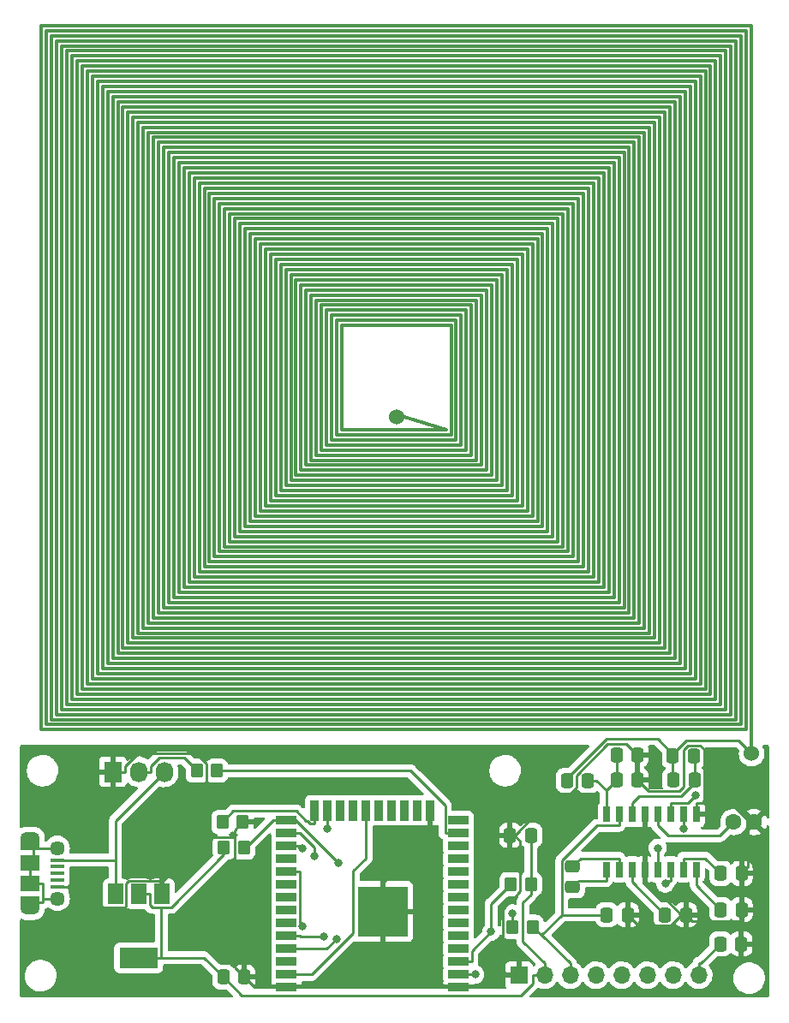
<source format=gtl>
%TF.GenerationSoftware,KiCad,Pcbnew,(6.0.7)*%
%TF.CreationDate,2022-10-30T14:33:08-06:00*%
%TF.ProjectId,attiny_rfid_light,61747469-6e79-45f7-9266-69645f6c6967,rev?*%
%TF.SameCoordinates,Original*%
%TF.FileFunction,Copper,L1,Top*%
%TF.FilePolarity,Positive*%
%FSLAX46Y46*%
G04 Gerber Fmt 4.6, Leading zero omitted, Abs format (unit mm)*
G04 Created by KiCad (PCBNEW (6.0.7)) date 2022-10-30 14:33:08*
%MOMM*%
%LPD*%
G01*
G04 APERTURE LIST*
G04 Aperture macros list*
%AMRoundRect*
0 Rectangle with rounded corners*
0 $1 Rounding radius*
0 $2 $3 $4 $5 $6 $7 $8 $9 X,Y pos of 4 corners*
0 Add a 4 corners polygon primitive as box body*
4,1,4,$2,$3,$4,$5,$6,$7,$8,$9,$2,$3,0*
0 Add four circle primitives for the rounded corners*
1,1,$1+$1,$2,$3*
1,1,$1+$1,$4,$5*
1,1,$1+$1,$6,$7*
1,1,$1+$1,$8,$9*
0 Add four rect primitives between the rounded corners*
20,1,$1+$1,$2,$3,$4,$5,0*
20,1,$1+$1,$4,$5,$6,$7,0*
20,1,$1+$1,$6,$7,$8,$9,0*
20,1,$1+$1,$8,$9,$2,$3,0*%
G04 Aperture macros list end*
%TA.AperFunction,EtchedComponent*%
%ADD10C,0.300000*%
%TD*%
%TA.AperFunction,SMDPad,CuDef*%
%ADD11R,1.350000X0.400000*%
%TD*%
%TA.AperFunction,ComponentPad*%
%ADD12O,1.900000X1.200000*%
%TD*%
%TA.AperFunction,SMDPad,CuDef*%
%ADD13R,1.900000X1.200000*%
%TD*%
%TA.AperFunction,ComponentPad*%
%ADD14C,1.450000*%
%TD*%
%TA.AperFunction,SMDPad,CuDef*%
%ADD15R,1.900000X1.500000*%
%TD*%
%TA.AperFunction,SMDPad,CuDef*%
%ADD16R,1.500000X2.000000*%
%TD*%
%TA.AperFunction,SMDPad,CuDef*%
%ADD17R,3.800000X2.000000*%
%TD*%
%TA.AperFunction,ComponentPad*%
%ADD18R,1.730000X2.030000*%
%TD*%
%TA.AperFunction,ComponentPad*%
%ADD19O,1.730000X2.030000*%
%TD*%
%TA.AperFunction,SMDPad,CuDef*%
%ADD20RoundRect,0.250000X-0.337500X-0.475000X0.337500X-0.475000X0.337500X0.475000X-0.337500X0.475000X0*%
%TD*%
%TA.AperFunction,SMDPad,CuDef*%
%ADD21C,1.524000*%
%TD*%
%TA.AperFunction,ComponentPad*%
%ADD22C,1.524000*%
%TD*%
%TA.AperFunction,ComponentPad*%
%ADD23C,1.600000*%
%TD*%
%TA.AperFunction,SMDPad,CuDef*%
%ADD24RoundRect,0.250000X-0.350000X-0.450000X0.350000X-0.450000X0.350000X0.450000X-0.350000X0.450000X0*%
%TD*%
%TA.AperFunction,SMDPad,CuDef*%
%ADD25RoundRect,0.250000X0.350000X0.450000X-0.350000X0.450000X-0.350000X-0.450000X0.350000X-0.450000X0*%
%TD*%
%TA.AperFunction,ComponentPad*%
%ADD26R,1.700000X1.700000*%
%TD*%
%TA.AperFunction,ComponentPad*%
%ADD27O,1.700000X1.700000*%
%TD*%
%TA.AperFunction,SMDPad,CuDef*%
%ADD28RoundRect,0.250000X0.475000X-0.337500X0.475000X0.337500X-0.475000X0.337500X-0.475000X-0.337500X0*%
%TD*%
%TA.AperFunction,SMDPad,CuDef*%
%ADD29R,0.650000X1.550000*%
%TD*%
%TA.AperFunction,SMDPad,CuDef*%
%ADD30RoundRect,0.250000X0.337500X0.475000X-0.337500X0.475000X-0.337500X-0.475000X0.337500X-0.475000X0*%
%TD*%
%TA.AperFunction,SMDPad,CuDef*%
%ADD31R,2.000000X0.900000*%
%TD*%
%TA.AperFunction,SMDPad,CuDef*%
%ADD32R,0.900000X2.000000*%
%TD*%
%TA.AperFunction,SMDPad,CuDef*%
%ADD33R,5.000000X5.000000*%
%TD*%
%TA.AperFunction,ViaPad*%
%ADD34C,0.800000*%
%TD*%
%TA.AperFunction,Conductor*%
%ADD35C,0.250000*%
%TD*%
G04 APERTURE END LIST*
D10*
X87589000Y-77498800D02*
X119518000Y-77498800D01*
X82559000Y-72468800D02*
X124548000Y-72468800D01*
X75517000Y-120996800D02*
X75517000Y-65426800D01*
X129075000Y-67941800D02*
X129075000Y-118984800D01*
X84571000Y-111942800D02*
X84571000Y-74480800D01*
X124045000Y-72971800D02*
X124045000Y-113954800D01*
X138129000Y-128038800D02*
X68475000Y-128038800D01*
X118512000Y-78504800D02*
X118512000Y-108421800D01*
X80044000Y-69953800D02*
X127063000Y-69953800D01*
X78535000Y-68444800D02*
X128572000Y-68444800D01*
X134608000Y-124517800D02*
X71996000Y-124517800D01*
X134105000Y-124014800D02*
X72499000Y-124014800D01*
X94128000Y-102385800D02*
X94128000Y-84037800D01*
X113985000Y-83031800D02*
X113985000Y-103894800D01*
X113985000Y-103894800D02*
X92619000Y-103894800D01*
X96140000Y-86049800D02*
X110967000Y-86049800D01*
X95134000Y-101379800D02*
X95134000Y-85043800D01*
X116500000Y-80516800D02*
X116500000Y-106409800D01*
X73505000Y-63414800D02*
X133602000Y-63414800D01*
X91110000Y-105403800D02*
X91110000Y-81019800D01*
X121530000Y-111439800D02*
X85074000Y-111439800D01*
X82559000Y-113954800D02*
X82559000Y-72468800D01*
X83565000Y-73474800D02*
X123542000Y-73474800D01*
X86080000Y-75989800D02*
X121027000Y-75989800D01*
X90607000Y-80516800D02*
X116500000Y-80516800D01*
X119518000Y-77498800D02*
X119518000Y-109427800D01*
X93122000Y-83031800D02*
X113985000Y-83031800D01*
X80547000Y-115966800D02*
X80547000Y-70456800D01*
X109961000Y-87055800D02*
X109961000Y-99870800D01*
X71493000Y-125020800D02*
X71493000Y-61402800D01*
X86080000Y-110433800D02*
X86080000Y-75989800D01*
X80547000Y-70456800D02*
X126560000Y-70456800D01*
X110967000Y-86049800D02*
X110967000Y-100876800D01*
X108955000Y-88061800D02*
X108955000Y-98864800D01*
X122536000Y-112445800D02*
X84068000Y-112445800D01*
X132596000Y-64420800D02*
X132596000Y-122505800D01*
X137123000Y-127032800D02*
X69481000Y-127032800D01*
X70487000Y-126026800D02*
X70487000Y-60396800D01*
X73002000Y-123511800D02*
X73002000Y-62911800D01*
X68475000Y-128038800D02*
X68475000Y-58384800D01*
X96643000Y-86552800D02*
X110464000Y-86552800D01*
X127063000Y-69953800D02*
X127063000Y-116972800D01*
X94631000Y-84540800D02*
X112476000Y-84540800D01*
X135614000Y-61402800D02*
X135614000Y-125523800D01*
X81553000Y-114960800D02*
X81553000Y-71462800D01*
X69481000Y-127032800D02*
X69481000Y-59390800D01*
X123039000Y-73977800D02*
X123039000Y-112948800D01*
X132093000Y-64923800D02*
X132093000Y-122002800D01*
X118009000Y-79007800D02*
X118009000Y-107918800D01*
X81050000Y-70959800D02*
X126057000Y-70959800D01*
X136117000Y-126026800D02*
X70487000Y-126026800D01*
X84068000Y-112445800D02*
X84068000Y-73977800D01*
X83062000Y-113451800D02*
X83062000Y-72971800D01*
X121027000Y-110936800D02*
X85577000Y-110936800D01*
X112979000Y-102888800D02*
X93625000Y-102888800D01*
X96140000Y-100373800D02*
X96140000Y-86049800D01*
X113482000Y-103391800D02*
X93122000Y-103391800D01*
X115997000Y-81019800D02*
X115997000Y-105906800D01*
X84068000Y-73977800D02*
X123039000Y-73977800D01*
X111470000Y-85546800D02*
X111470000Y-101379800D01*
X91110000Y-81019800D02*
X115997000Y-81019800D01*
X137626000Y-127535800D02*
X68978000Y-127535800D01*
X111470000Y-101379800D02*
X95134000Y-101379800D01*
X95637000Y-85546800D02*
X111470000Y-85546800D01*
X69984000Y-59893800D02*
X137123000Y-59893800D01*
X125051000Y-114960800D02*
X81553000Y-114960800D01*
X131087000Y-65929800D02*
X131087000Y-120996800D01*
X115997000Y-105906800D02*
X90607000Y-105906800D01*
X91613000Y-81522800D02*
X115494000Y-81522800D01*
X98152000Y-88061800D02*
X108955000Y-88061800D01*
X128572000Y-118481800D02*
X78032000Y-118481800D01*
X95637000Y-100876800D02*
X95637000Y-85546800D01*
X73002000Y-62911800D02*
X134105000Y-62911800D01*
X117003000Y-106912800D02*
X89601000Y-106912800D01*
X128572000Y-68444800D02*
X128572000Y-118481800D01*
X73505000Y-123008800D02*
X73505000Y-63414800D01*
X92619000Y-82528800D02*
X114488000Y-82528800D01*
X137626000Y-59390800D02*
X137626000Y-127535800D01*
X117003000Y-80013800D02*
X117003000Y-106912800D01*
X69984000Y-126529800D02*
X69984000Y-59893800D01*
X114991000Y-104900800D02*
X91613000Y-104900800D01*
X79038000Y-117475800D02*
X79038000Y-68947800D01*
X76523000Y-119990800D02*
X76523000Y-66432800D01*
X89601000Y-106912800D02*
X89601000Y-79510800D01*
X82056000Y-71965800D02*
X125051000Y-71965800D01*
X125554000Y-115463800D02*
X81050000Y-115463800D01*
X127566000Y-69450800D02*
X127566000Y-117475800D01*
X136117000Y-60899800D02*
X136117000Y-126026800D01*
X125051000Y-71965800D02*
X125051000Y-114960800D01*
X85577000Y-75486800D02*
X121530000Y-75486800D01*
X92116000Y-82025800D02*
X114991000Y-82025800D01*
X109458000Y-99367800D02*
X97146000Y-99367800D01*
X81553000Y-71462800D02*
X125554000Y-71462800D01*
X78535000Y-117978800D02*
X78535000Y-68444800D01*
X76020000Y-120493800D02*
X76020000Y-65929800D01*
X70990000Y-125523800D02*
X70990000Y-60899800D01*
X110464000Y-86552800D02*
X110464000Y-100373800D01*
X136620000Y-126529800D02*
X69984000Y-126529800D01*
X111973000Y-101882800D02*
X94631000Y-101882800D01*
X131590000Y-121499800D02*
X75014000Y-121499800D01*
X71493000Y-61402800D02*
X135614000Y-61402800D01*
X137123000Y-59893800D02*
X137123000Y-127032800D01*
X79541000Y-69450800D02*
X127566000Y-69450800D01*
X98152000Y-98361800D02*
X98152000Y-88061800D01*
X128069000Y-68947800D02*
X128069000Y-117978800D01*
X92619000Y-103894800D02*
X92619000Y-82528800D01*
X138129000Y-58887800D02*
X138129000Y-128038800D01*
X78032000Y-67941800D02*
X129075000Y-67941800D01*
X77529000Y-67438800D02*
X129578000Y-67438800D01*
X130584000Y-66432800D02*
X130584000Y-120493800D01*
X95134000Y-85043800D02*
X111973000Y-85043800D01*
X104315500Y-97133234D02*
X108452000Y-98361800D01*
X76020000Y-65929800D02*
X131087000Y-65929800D01*
X115494000Y-105403800D02*
X91110000Y-105403800D01*
X86583000Y-76492800D02*
X120524000Y-76492800D01*
X112476000Y-84540800D02*
X112476000Y-102385800D01*
X77026000Y-119487800D02*
X77026000Y-66935800D01*
X109458000Y-87558800D02*
X109458000Y-99367800D01*
X133602000Y-63414800D02*
X133602000Y-123511800D01*
X119015000Y-78001800D02*
X119015000Y-108924800D01*
X71996000Y-124517800D02*
X71996000Y-61905800D01*
X122536000Y-74480800D02*
X122536000Y-112445800D01*
X124548000Y-72468800D02*
X124548000Y-114457800D01*
X87086000Y-76995800D02*
X120021000Y-76995800D01*
X122033000Y-74983800D02*
X122033000Y-111942800D01*
X77529000Y-118984800D02*
X77529000Y-67438800D01*
X88092000Y-78001800D02*
X119015000Y-78001800D01*
X74008000Y-63917800D02*
X133099000Y-63917800D01*
X123542000Y-73474800D02*
X123542000Y-113451800D01*
X77026000Y-66935800D02*
X130081000Y-66935800D01*
X118512000Y-108421800D02*
X88092000Y-108421800D01*
X68978000Y-127535800D02*
X68978000Y-58887800D01*
X85074000Y-74983800D02*
X122033000Y-74983800D01*
X124548000Y-114457800D02*
X82056000Y-114457800D01*
X97146000Y-87055800D02*
X109961000Y-87055800D01*
X97649000Y-87558800D02*
X109458000Y-87558800D01*
X124045000Y-113954800D02*
X82559000Y-113954800D01*
X128069000Y-117978800D02*
X78535000Y-117978800D01*
X132093000Y-122002800D02*
X74511000Y-122002800D01*
X87086000Y-109427800D02*
X87086000Y-76995800D01*
X132596000Y-122505800D02*
X74008000Y-122505800D01*
X117506000Y-107415800D02*
X89098000Y-107415800D01*
X131087000Y-120996800D02*
X75517000Y-120996800D01*
X89601000Y-79510800D02*
X117506000Y-79510800D01*
X121530000Y-75486800D02*
X121530000Y-111439800D01*
X133602000Y-123511800D02*
X73002000Y-123511800D01*
X94631000Y-101882800D02*
X94631000Y-84540800D01*
X85577000Y-110936800D02*
X85577000Y-75486800D01*
X91613000Y-104900800D02*
X91613000Y-81522800D01*
X114991000Y-82025800D02*
X114991000Y-104900800D01*
X112979000Y-84037800D02*
X112979000Y-102888800D01*
X85074000Y-111439800D02*
X85074000Y-74983800D01*
X88092000Y-108421800D02*
X88092000Y-78001800D01*
X130081000Y-119990800D02*
X76523000Y-119990800D01*
X119015000Y-108924800D02*
X87589000Y-108924800D01*
X126057000Y-115966800D02*
X80547000Y-115966800D01*
X118009000Y-107918800D02*
X88595000Y-107918800D01*
X115494000Y-81522800D02*
X115494000Y-105403800D01*
X81050000Y-115463800D02*
X81050000Y-70959800D01*
X88595000Y-107918800D02*
X88595000Y-78504800D01*
X82056000Y-114457800D02*
X82056000Y-71965800D01*
X135614000Y-125523800D02*
X70990000Y-125523800D01*
X120524000Y-76492800D02*
X120524000Y-110433800D01*
X114488000Y-82528800D02*
X114488000Y-104397800D01*
X121027000Y-75989800D02*
X121027000Y-110936800D01*
X97146000Y-99367800D02*
X97146000Y-87055800D01*
X122033000Y-111942800D02*
X84571000Y-111942800D01*
X123039000Y-112948800D02*
X83565000Y-112948800D01*
X90104000Y-106409800D02*
X90104000Y-80013800D01*
X80044000Y-116469800D02*
X80044000Y-69953800D01*
X89098000Y-107415800D02*
X89098000Y-79007800D01*
X130081000Y-66935800D02*
X130081000Y-119990800D01*
X93122000Y-103391800D02*
X93122000Y-83031800D01*
X72499000Y-124014800D02*
X72499000Y-62408800D01*
X133099000Y-63917800D02*
X133099000Y-123008800D01*
X127063000Y-116972800D02*
X79541000Y-116972800D01*
X120021000Y-109930800D02*
X86583000Y-109930800D01*
X120524000Y-110433800D02*
X86080000Y-110433800D01*
X93625000Y-102888800D02*
X93625000Y-83534800D01*
X69481000Y-59390800D02*
X137626000Y-59390800D01*
X119518000Y-109427800D02*
X87086000Y-109427800D01*
X136620000Y-60396800D02*
X136620000Y-126529800D01*
X87589000Y-108924800D02*
X87589000Y-77498800D01*
X117506000Y-79510800D02*
X117506000Y-107415800D01*
X88595000Y-78504800D02*
X118512000Y-78504800D01*
X135111000Y-61905800D02*
X135111000Y-125020800D01*
X83062000Y-72971800D02*
X124045000Y-72971800D01*
X75014000Y-64923800D02*
X132093000Y-64923800D01*
X108955000Y-98864800D02*
X97649000Y-98864800D01*
X112476000Y-102385800D02*
X94128000Y-102385800D01*
X79038000Y-68947800D02*
X128069000Y-68947800D01*
X78032000Y-118481800D02*
X78032000Y-67941800D01*
X116500000Y-106409800D02*
X90104000Y-106409800D01*
X97649000Y-98864800D02*
X97649000Y-87558800D01*
X134105000Y-62911800D02*
X134105000Y-124014800D01*
X126560000Y-116469800D02*
X80044000Y-116469800D01*
X113482000Y-83534800D02*
X113482000Y-103391800D01*
X75014000Y-121499800D02*
X75014000Y-64923800D01*
X109961000Y-99870800D02*
X96643000Y-99870800D01*
X90607000Y-105906800D02*
X90607000Y-80516800D01*
X130584000Y-120493800D02*
X76020000Y-120493800D01*
X68475000Y-58384800D02*
X138632000Y-58384800D01*
X129075000Y-118984800D02*
X77529000Y-118984800D01*
X110464000Y-100373800D02*
X96140000Y-100373800D01*
X138632000Y-130445018D02*
X138632000Y-128541800D01*
X70990000Y-60899800D02*
X136117000Y-60899800D01*
X84571000Y-74480800D02*
X122536000Y-74480800D01*
X76523000Y-66432800D02*
X130584000Y-66432800D01*
X108452000Y-98361800D02*
X98152000Y-98361800D01*
X133099000Y-123008800D02*
X73505000Y-123008800D01*
X74008000Y-122505800D02*
X74008000Y-63917800D01*
X114488000Y-104397800D02*
X92116000Y-104397800D01*
X68978000Y-58887800D02*
X138129000Y-58887800D01*
X92116000Y-104397800D02*
X92116000Y-82025800D01*
X111973000Y-85043800D02*
X111973000Y-101882800D01*
X86583000Y-109930800D02*
X86583000Y-76492800D01*
X71996000Y-61905800D02*
X135111000Y-61905800D01*
X93625000Y-83534800D02*
X113482000Y-83534800D01*
X126560000Y-70456800D02*
X126560000Y-116469800D01*
X126057000Y-70959800D02*
X126057000Y-115966800D01*
X138632000Y-58384800D02*
X138632000Y-128541800D01*
X134608000Y-62408800D02*
X134608000Y-124517800D01*
X94128000Y-84037800D02*
X112979000Y-84037800D01*
X74511000Y-64420800D02*
X132596000Y-64420800D01*
X90104000Y-80013800D02*
X117003000Y-80013800D01*
X120021000Y-76995800D02*
X120021000Y-109930800D01*
X129578000Y-119487800D02*
X77026000Y-119487800D01*
X79541000Y-116972800D02*
X79541000Y-69450800D01*
X83565000Y-112948800D02*
X83565000Y-73474800D01*
X125554000Y-71462800D02*
X125554000Y-115463800D01*
X110967000Y-100876800D02*
X95637000Y-100876800D01*
X131590000Y-65426800D02*
X131590000Y-121499800D01*
X123542000Y-113451800D02*
X83062000Y-113451800D01*
X127566000Y-117475800D02*
X79038000Y-117475800D01*
X70487000Y-60396800D02*
X136620000Y-60396800D01*
X74511000Y-122002800D02*
X74511000Y-64420800D01*
X96643000Y-99870800D02*
X96643000Y-86552800D01*
X135111000Y-125020800D02*
X71493000Y-125020800D01*
X129578000Y-67438800D02*
X129578000Y-119487800D01*
X75517000Y-65426800D02*
X131590000Y-65426800D01*
X72499000Y-62408800D02*
X134608000Y-62408800D01*
X89098000Y-79007800D02*
X118009000Y-79007800D01*
D11*
X70042500Y-140940000D03*
X70042500Y-141590000D03*
X70042500Y-142240000D03*
X70042500Y-142890000D03*
X70042500Y-143540000D03*
D12*
X67342500Y-138740000D03*
D13*
X67342500Y-145140000D03*
D14*
X70042500Y-139740000D03*
D15*
X67342500Y-143240000D03*
D12*
X67342500Y-145740000D03*
D13*
X67342500Y-139340000D03*
D14*
X70042500Y-144740000D03*
D15*
X67342500Y-141240000D03*
D16*
X80382400Y-144284400D03*
X78082400Y-144284400D03*
D17*
X78082400Y-150584400D03*
D16*
X75782400Y-144284400D03*
D18*
X75542400Y-132194400D03*
D19*
X78082400Y-132194400D03*
X80622400Y-132194400D03*
D20*
X114791300Y-138482300D03*
X116866300Y-138482300D03*
X135593300Y-145825100D03*
X137668300Y-145825100D03*
D21*
X138663196Y-130386600D03*
D22*
X103553500Y-97133234D03*
D20*
X124334300Y-146336500D03*
X126409300Y-146336500D03*
X125313300Y-133036400D03*
X127388300Y-133036400D03*
X86457600Y-152494800D03*
X88532600Y-152494800D03*
X135593300Y-142240000D03*
X137668300Y-142240000D03*
D23*
X136881100Y-137160000D03*
X138881100Y-137160000D03*
D24*
X86495100Y-139700000D03*
X88495100Y-139700000D03*
D25*
X116847100Y-143316300D03*
X114847100Y-143316300D03*
D26*
X115658600Y-152313700D03*
D27*
X118198600Y-152313700D03*
X120738600Y-152313700D03*
X123278600Y-152313700D03*
X125818600Y-152313700D03*
X128358600Y-152313700D03*
X130898600Y-152313700D03*
X133438600Y-152313700D03*
D20*
X120415600Y-133060600D03*
X122490600Y-133060600D03*
D24*
X115009700Y-147538400D03*
X117009700Y-147538400D03*
D20*
X125316000Y-130527600D03*
X127391000Y-130527600D03*
D28*
X120966100Y-143619500D03*
X120966100Y-141544500D03*
D20*
X130881600Y-130649900D03*
X132956600Y-130649900D03*
D29*
X133183500Y-136397000D03*
X131913500Y-136397000D03*
X130643500Y-136397000D03*
X129373500Y-136397000D03*
X128103500Y-136397000D03*
X126833500Y-136397000D03*
X125563500Y-136397000D03*
X124293500Y-136397000D03*
X124293500Y-141847000D03*
X125563500Y-141847000D03*
X126833500Y-141847000D03*
X128103500Y-141847000D03*
X129373500Y-141847000D03*
X130643500Y-141847000D03*
X131913500Y-141847000D03*
X133183500Y-141847000D03*
D30*
X137647300Y-149213800D03*
X135572300Y-149213800D03*
D20*
X130088900Y-146336500D03*
X132163900Y-146336500D03*
D24*
X86360000Y-137160000D03*
X88360000Y-137160000D03*
D20*
X130942800Y-133036400D03*
X133017800Y-133036400D03*
D31*
X109688200Y-153519800D03*
X109688200Y-152249800D03*
X109688200Y-150979800D03*
X109688200Y-149709800D03*
X109688200Y-148439800D03*
X109688200Y-147169800D03*
X109688200Y-145899800D03*
X109688200Y-144629800D03*
X109688200Y-143359800D03*
X109688200Y-142089800D03*
X109688200Y-140819800D03*
X109688200Y-139549800D03*
X109688200Y-138279800D03*
X109688200Y-137009800D03*
D32*
X106903200Y-136009800D03*
X105633200Y-136009800D03*
X104363200Y-136009800D03*
X103093200Y-136009800D03*
X101823200Y-136009800D03*
X100553200Y-136009800D03*
X99283200Y-136009800D03*
X98013200Y-136009800D03*
X96743200Y-136009800D03*
X95473200Y-136009800D03*
D31*
X92688200Y-137009800D03*
X92688200Y-138279800D03*
X92688200Y-139549800D03*
X92688200Y-140819800D03*
X92688200Y-142089800D03*
X92688200Y-143359800D03*
X92688200Y-144629800D03*
X92688200Y-145899800D03*
X92688200Y-147169800D03*
X92688200Y-148439800D03*
X92688200Y-149709800D03*
X92688200Y-150979800D03*
X92688200Y-152249800D03*
X92688200Y-153519800D03*
D33*
X102188200Y-146019800D03*
D24*
X83820000Y-132080000D03*
X85820000Y-132080000D03*
D34*
X78524520Y-153672079D03*
X72173574Y-131373204D03*
X139324260Y-147358061D03*
X139433155Y-140759028D03*
X138736228Y-133375952D03*
X135577050Y-131302714D03*
X132432350Y-148923017D03*
X120702120Y-135894974D03*
X113264655Y-135495647D03*
X106680000Y-152400000D03*
X99060000Y-152400000D03*
X109220000Y-132080000D03*
X91440000Y-134620000D03*
X88900000Y-134620000D03*
X86360000Y-144780000D03*
X88900000Y-149860000D03*
X86360000Y-149860000D03*
X78740000Y-137160000D03*
X73660000Y-137160000D03*
X73660000Y-149860000D03*
X71120000Y-149860000D03*
X71120000Y-137160000D03*
X111335600Y-152249800D03*
X131913500Y-137782000D03*
X96743200Y-137782000D03*
X133095000Y-134540000D03*
X129373500Y-139738400D03*
X94294400Y-139738400D03*
X96392100Y-148534100D03*
X97647100Y-148710800D03*
X97785800Y-141241500D03*
X95461300Y-140498600D03*
X115009700Y-146205500D03*
X130123400Y-143247600D03*
X112930300Y-147991000D03*
X94288500Y-147457700D03*
D35*
X115223800Y-138497400D02*
X115791300Y-139064900D01*
X102188200Y-148845100D02*
X102188200Y-153159800D01*
X87549200Y-138633800D02*
X84757300Y-138633800D01*
X109688200Y-153519800D02*
X108362900Y-153519800D01*
X138331200Y-137160000D02*
X138331200Y-137015400D01*
X80432000Y-142959100D02*
X80382400Y-142959100D01*
X76732700Y-131673600D02*
X78039100Y-130367200D01*
X115658600Y-152313700D02*
X114483300Y-152313700D01*
X132159600Y-146340800D02*
X131720800Y-146340800D01*
X94373500Y-153159800D02*
X94013500Y-153519800D01*
X92688200Y-153519800D02*
X94013500Y-153519800D01*
X128103500Y-142947300D02*
X129756700Y-144600500D01*
X127488800Y-147416000D02*
X130645500Y-147416000D01*
X120493100Y-134617100D02*
X121329500Y-133780700D01*
X83733700Y-130367200D02*
X84757300Y-131390800D01*
X108362900Y-153519800D02*
X108002900Y-153159800D01*
X115223800Y-138497400D02*
X119104100Y-134617100D01*
X92688200Y-153519800D02*
X89557600Y-153519800D01*
X76857800Y-143218300D02*
X77117000Y-142959100D01*
X71042800Y-143540000D02*
X73112600Y-145609800D01*
X128468100Y-134116200D02*
X127388300Y-133036400D01*
X76857800Y-145458200D02*
X76857800Y-143218300D01*
X127388300Y-130530300D02*
X127388300Y-133036400D01*
X73112600Y-145609800D02*
X76706200Y-145609800D01*
X138881100Y-137160000D02*
X138331200Y-137160000D01*
X87549200Y-138633800D02*
X87549200Y-137970800D01*
X132163900Y-146336500D02*
X132159600Y-146340800D01*
X102188200Y-146019800D02*
X102188200Y-143194500D01*
X138331200Y-137015400D02*
X136612500Y-135296700D01*
X131919300Y-133694200D02*
X131497300Y-134116200D01*
X128103500Y-141847000D02*
X128103500Y-136397000D01*
X106903200Y-136009800D02*
X106903200Y-138479500D01*
X121329500Y-133780700D02*
X121329500Y-132544600D01*
X76732700Y-132194400D02*
X76732700Y-131673600D01*
X109688200Y-153519800D02*
X112421200Y-153519800D01*
X87549200Y-151511400D02*
X87549200Y-138633800D01*
X131919300Y-130054000D02*
X131919300Y-133694200D01*
X78039100Y-130367200D02*
X83733700Y-130367200D01*
X129980500Y-144600500D02*
X131720800Y-146340700D01*
X137668300Y-142240000D02*
X137668300Y-145825100D01*
X114791300Y-138482300D02*
X114806400Y-138497400D01*
X133932100Y-135296700D02*
X133183500Y-135296700D01*
X102188200Y-146019800D02*
X102188200Y-148845100D01*
X131720800Y-146340800D02*
X131720800Y-146340700D01*
X137647300Y-146927900D02*
X137647300Y-145846100D01*
X89557600Y-153519800D02*
X88532600Y-152494800D01*
X80382400Y-144284400D02*
X80382400Y-142959100D01*
X112421200Y-153519800D02*
X114055300Y-151885700D01*
X137647300Y-146927900D02*
X132755300Y-146927900D01*
X133183500Y-136397000D02*
X133183500Y-135296700D01*
X84757300Y-131390800D02*
X84757300Y-138633800D01*
X124443400Y-129430700D02*
X126294100Y-129430700D01*
X136612500Y-135296700D02*
X133932100Y-135296700D01*
X108002900Y-153159800D02*
X102188200Y-153159800D01*
X77117000Y-142959100D02*
X80382400Y-142959100D01*
X128103500Y-141847000D02*
X128103500Y-142947300D01*
X75542400Y-132194400D02*
X76732700Y-132194400D01*
X133932100Y-135296700D02*
X133932100Y-129978600D01*
X115791300Y-144046700D02*
X114055300Y-145782700D01*
X133536800Y-129583300D02*
X132390000Y-129583300D01*
X115791300Y-139064900D02*
X115791300Y-144046700D01*
X87549200Y-137970800D02*
X88360000Y-137160000D01*
X137647300Y-149213800D02*
X137647300Y-146927900D01*
X102188200Y-153159800D02*
X94373500Y-153159800D01*
X126409300Y-146336500D02*
X127488800Y-147416000D01*
X138331200Y-141577100D02*
X138331200Y-137160000D01*
X133932100Y-129978600D02*
X133536800Y-129583300D01*
X130645500Y-147416000D02*
X131720800Y-146340700D01*
X106903200Y-138479500D02*
X102188200Y-143194500D01*
X131497300Y-134116200D02*
X128468100Y-134116200D01*
X126294100Y-129430700D02*
X127391000Y-130527600D01*
X132755300Y-146927900D02*
X132163900Y-146336500D01*
X114483300Y-152313700D02*
X114055300Y-151885700D01*
X129756700Y-144600500D02*
X129980500Y-144600500D01*
X132390000Y-129583300D02*
X131919300Y-130054000D01*
X88532600Y-152494800D02*
X87549200Y-151511400D01*
X76706200Y-145609800D02*
X76857800Y-145458200D01*
X127391000Y-130527600D02*
X127388300Y-130530300D01*
X137647300Y-145846100D02*
X137668300Y-145825100D01*
X137668300Y-142240000D02*
X138331200Y-141577100D01*
X114806400Y-138497400D02*
X115223800Y-138497400D01*
X70042500Y-143540000D02*
X71042800Y-143540000D01*
X119104100Y-134617100D02*
X120493100Y-134617100D01*
X114055300Y-145782700D02*
X114055300Y-151885700D01*
X121329500Y-132544600D02*
X124443400Y-129430700D01*
X84757300Y-138633800D02*
X80432000Y-142959100D01*
X118198600Y-152313700D02*
X118198600Y-151138400D01*
X109688200Y-152249800D02*
X111335600Y-152249800D01*
X115843200Y-154301800D02*
X117023300Y-153121700D01*
X117023300Y-153121700D02*
X117023300Y-152313700D01*
X80307700Y-150584400D02*
X84547200Y-150584400D01*
X86495100Y-140388300D02*
X81273600Y-145609800D01*
X88264600Y-154301800D02*
X115843200Y-154301800D01*
X116866300Y-143297100D02*
X116866300Y-138482300D01*
X78082400Y-144284400D02*
X79157700Y-144284400D01*
X118198600Y-152313700D02*
X117023300Y-152313700D01*
X116065600Y-145098200D02*
X116847100Y-144316700D01*
X80307700Y-145609800D02*
X79407800Y-145609800D01*
X116065600Y-149005400D02*
X116065600Y-145098200D01*
X81273600Y-145609800D02*
X80307700Y-145609800D01*
X86457600Y-152494800D02*
X88264600Y-154301800D01*
X84547200Y-150584400D02*
X86457600Y-152494800D01*
X79407800Y-145609800D02*
X79157700Y-145359700D01*
X116847100Y-144316700D02*
X116847100Y-143316300D01*
X116847100Y-143316300D02*
X116866300Y-143297100D01*
X118198600Y-151138400D02*
X116065600Y-149005400D01*
X80307700Y-150584400D02*
X80307700Y-145609800D01*
X78082400Y-150584400D02*
X80307700Y-150584400D01*
X86495100Y-139700000D02*
X86495100Y-140388300D01*
X79157700Y-145359700D02*
X79157700Y-144284400D01*
X126833500Y-143081100D02*
X126833500Y-141847000D01*
X130088900Y-146336500D02*
X126833500Y-143081100D01*
X119907000Y-140948500D02*
X123358200Y-137497300D01*
X135530800Y-138510300D02*
X130386500Y-138510300D01*
X117009700Y-147538400D02*
X117072200Y-147538400D01*
X136881100Y-137160000D02*
X135530800Y-138510300D01*
X119907000Y-146336500D02*
X124334300Y-146336500D01*
X75782400Y-140940000D02*
X71042800Y-140940000D01*
X119907000Y-146336500D02*
X119907000Y-140948500D01*
X120738600Y-151138400D02*
X117921900Y-148321600D01*
X70042500Y-140940000D02*
X71042800Y-140940000D01*
X129373500Y-136397000D02*
X129373500Y-137497300D01*
X117921900Y-148321600D02*
X119907000Y-146336500D01*
X120738600Y-152313700D02*
X120738600Y-151138400D01*
X75782400Y-140940000D02*
X75782400Y-144284400D01*
X117072200Y-147538400D02*
X117855500Y-148321700D01*
X75782400Y-137034400D02*
X75782400Y-140940000D01*
X125563500Y-136397000D02*
X125563500Y-137497300D01*
X123358200Y-137497300D02*
X125563500Y-137497300D01*
X80622400Y-132194400D02*
X75782400Y-137034400D01*
X117921800Y-148321700D02*
X117921900Y-148321600D01*
X130386500Y-138510300D02*
X129373500Y-137497300D01*
X117855500Y-148321700D02*
X117921800Y-148321700D01*
X133183500Y-141847000D02*
X133183500Y-143415300D01*
X133183500Y-143415300D02*
X135593300Y-145825100D01*
X121638300Y-142947300D02*
X120966100Y-143619500D01*
X124293500Y-141847000D02*
X124293500Y-142947300D01*
X124293500Y-142947300D02*
X121638300Y-142947300D01*
X125563500Y-140746700D02*
X121763900Y-140746700D01*
X121763900Y-140746700D02*
X120966100Y-141544500D01*
X125563500Y-141847000D02*
X125563500Y-140746700D01*
X132195200Y-129121800D02*
X130881600Y-130435400D01*
X130881600Y-130435400D02*
X129375800Y-128929600D01*
X138663200Y-130386600D02*
X137398400Y-129121800D01*
X120415600Y-132819300D02*
X120415600Y-133060600D01*
X130881600Y-130435400D02*
X130881600Y-130649900D01*
X129375800Y-128929600D02*
X124305300Y-128929600D01*
X130942800Y-133036400D02*
X130881600Y-132975200D01*
X130881600Y-132975200D02*
X130881600Y-130649900D01*
X137398400Y-129121800D02*
X132195200Y-129121800D01*
X124305300Y-128929600D02*
X120415600Y-132819300D01*
X131913500Y-141847000D02*
X131913500Y-140746700D01*
X131913500Y-140746700D02*
X134100000Y-140746700D01*
X134100000Y-140746700D02*
X135593300Y-142240000D01*
X133017800Y-130711100D02*
X133017800Y-133036400D01*
X133017800Y-133036400D02*
X133017800Y-133232600D01*
X132956600Y-130649900D02*
X133017800Y-130711100D01*
X127563600Y-134566600D02*
X126833500Y-135296700D01*
X131683800Y-134566600D02*
X127563600Y-134566600D01*
X126833500Y-136397000D02*
X126833500Y-135296700D01*
X133017800Y-133232600D02*
X131683800Y-134566600D01*
X96743200Y-136009800D02*
X96743200Y-137335100D01*
X131913500Y-137497300D02*
X131913500Y-137782000D01*
X131913500Y-136397000D02*
X131913500Y-137497300D01*
X96743200Y-137335100D02*
X96743200Y-137782000D01*
X132338300Y-135296700D02*
X133095000Y-134540000D01*
X130643500Y-135296700D02*
X132338300Y-135296700D01*
X130643500Y-136397000D02*
X130643500Y-135296700D01*
X129373500Y-141847000D02*
X129373500Y-139738400D01*
X94105800Y-139549800D02*
X94294400Y-139738400D01*
X92688200Y-139549800D02*
X94013500Y-139549800D01*
X94013500Y-139549800D02*
X94105800Y-139549800D01*
X94107800Y-148534100D02*
X94013500Y-148439800D01*
X92688200Y-148439800D02*
X94013500Y-148439800D01*
X96392100Y-148534100D02*
X94107800Y-148534100D01*
X94013500Y-149709700D02*
X94013500Y-149709800D01*
X97647100Y-148710800D02*
X96648200Y-149709700D01*
X92688200Y-149709800D02*
X94013500Y-149709800D01*
X96648200Y-149709700D02*
X94013500Y-149709700D01*
X68617800Y-144740000D02*
X68617800Y-143240000D01*
X67661400Y-141240000D02*
X67661400Y-139740000D01*
X67342500Y-145740000D02*
X67342500Y-145140000D01*
X67342500Y-141240000D02*
X67502000Y-141240000D01*
X67502000Y-141240000D02*
X67661400Y-141240000D01*
X67661400Y-139740000D02*
X67661400Y-139340000D01*
X67342500Y-145140000D02*
X68617800Y-145140000D01*
X67342500Y-139340000D02*
X67502000Y-139340000D01*
X68617800Y-145140000D02*
X68617800Y-144740000D01*
X67661400Y-139740000D02*
X70042500Y-139740000D01*
X67502000Y-141240000D02*
X67342500Y-141399500D01*
X67342500Y-139180500D02*
X67342500Y-138740000D01*
X67502000Y-139340000D02*
X67342500Y-139180500D01*
X67342500Y-143240000D02*
X68617800Y-143240000D01*
X68617800Y-144740000D02*
X70042500Y-144740000D01*
X67342500Y-141399500D02*
X67342500Y-143240000D01*
X67502000Y-139340000D02*
X67661400Y-139340000D01*
X87443000Y-136077000D02*
X86360000Y-137160000D01*
X94639100Y-137025700D02*
X93690400Y-136077000D01*
X95473200Y-136009800D02*
X95473200Y-137335100D01*
X93690400Y-136077000D02*
X87443000Y-136077000D01*
X94740300Y-137025700D02*
X94639100Y-137025700D01*
X95473200Y-137335100D02*
X95049700Y-137335100D01*
X95049700Y-137335100D02*
X94740300Y-137025700D01*
X92688200Y-137009800D02*
X93554100Y-137009800D01*
X92025600Y-137009800D02*
X91362900Y-137009800D01*
X92025600Y-137009800D02*
X92688200Y-137009800D01*
X88672700Y-139700000D02*
X88495100Y-139700000D01*
X93554100Y-137009800D02*
X97785800Y-141241500D01*
X91362900Y-137009800D02*
X88672700Y-139700000D01*
X92688200Y-152249800D02*
X95185100Y-152249800D01*
X100553200Y-140746700D02*
X100553200Y-136009800D01*
X95185100Y-152249800D02*
X99291600Y-148143300D01*
X99291600Y-142008300D02*
X100553200Y-140746700D01*
X99291600Y-148143300D02*
X99291600Y-142008300D01*
X130123400Y-143247600D02*
X130423700Y-142947300D01*
X115009700Y-147538400D02*
X115009700Y-146205500D01*
X130423700Y-142947300D02*
X130643500Y-142947300D01*
X92688200Y-138279800D02*
X94013500Y-138279800D01*
X130643500Y-141847000D02*
X130643500Y-142947300D01*
X94013500Y-138279800D02*
X95461300Y-139727600D01*
X95461300Y-139727600D02*
X95461300Y-140498600D01*
X83820000Y-132080000D02*
X82571700Y-130831700D01*
X80114600Y-130831700D02*
X79272700Y-131673600D01*
X78082400Y-132194400D02*
X79272700Y-132194400D01*
X79272700Y-131673600D02*
X79272700Y-132194400D01*
X82571700Y-130831700D02*
X80114600Y-130831700D01*
X133438600Y-152313700D02*
X133438600Y-151138400D01*
X112930300Y-145233100D02*
X112930300Y-147991000D01*
X133438600Y-151138400D02*
X133647700Y-151138400D01*
X109688200Y-150979800D02*
X111013500Y-150979800D01*
X111013500Y-149907800D02*
X112930300Y-147991000D01*
X114847100Y-143316300D02*
X112930300Y-145233100D01*
X111013500Y-150979800D02*
X111013500Y-149907800D01*
X133647700Y-151138400D02*
X135572300Y-149213800D01*
X122490600Y-133060600D02*
X123297900Y-133060600D01*
X123297900Y-133060600D02*
X124293500Y-134056200D01*
X125316000Y-133033700D02*
X125313300Y-133036400D01*
X125316000Y-130527600D02*
X125316000Y-133033700D01*
X124293500Y-136397000D02*
X124293500Y-134056200D01*
X124293500Y-134056200D02*
X125313300Y-133036400D01*
X94013500Y-147182700D02*
X94288500Y-147457700D01*
X94013500Y-142089800D02*
X94013500Y-147182700D01*
X92688200Y-142089800D02*
X94013500Y-142089800D01*
X108362900Y-135512400D02*
X104930500Y-132080000D01*
X108362900Y-138279800D02*
X108362900Y-135512400D01*
X104930500Y-132080000D02*
X85820000Y-132080000D01*
X109688200Y-138279800D02*
X108362900Y-138279800D01*
%TA.AperFunction,Conductor*%
G36*
X75091021Y-141593502D02*
G01*
X75137514Y-141647158D01*
X75148900Y-141699500D01*
X75148900Y-142649900D01*
X75128898Y-142718021D01*
X75075242Y-142764514D01*
X75022900Y-142775900D01*
X74984266Y-142775900D01*
X74922084Y-142782655D01*
X74785695Y-142833785D01*
X74669139Y-142921139D01*
X74581785Y-143037695D01*
X74530655Y-143174084D01*
X74523900Y-143236266D01*
X74523900Y-145332534D01*
X74530655Y-145394716D01*
X74581785Y-145531105D01*
X74669139Y-145647661D01*
X74785695Y-145735015D01*
X74922084Y-145786145D01*
X74984266Y-145792900D01*
X76580534Y-145792900D01*
X76642716Y-145786145D01*
X76779105Y-145735015D01*
X76807794Y-145713514D01*
X76856835Y-145676760D01*
X76923342Y-145651912D01*
X76992724Y-145666965D01*
X77007965Y-145676760D01*
X77057006Y-145713514D01*
X77085695Y-145735015D01*
X77222084Y-145786145D01*
X77284266Y-145792900D01*
X78642143Y-145792900D01*
X78710264Y-145812902D01*
X78722477Y-145821831D01*
X78726311Y-145825004D01*
X78735072Y-145832978D01*
X78904152Y-146002058D01*
X78911687Y-146010338D01*
X78915800Y-146016818D01*
X78936895Y-146036627D01*
X78965452Y-146063444D01*
X78968294Y-146066199D01*
X78988030Y-146085935D01*
X78991227Y-146088415D01*
X79000247Y-146096118D01*
X79032479Y-146126386D01*
X79039425Y-146130205D01*
X79039428Y-146130207D01*
X79050234Y-146136148D01*
X79066753Y-146146999D01*
X79082759Y-146159414D01*
X79090028Y-146162559D01*
X79090032Y-146162562D01*
X79123337Y-146176974D01*
X79133987Y-146182191D01*
X79172740Y-146203495D01*
X79180415Y-146205466D01*
X79180416Y-146205466D01*
X79192362Y-146208533D01*
X79211067Y-146214937D01*
X79229655Y-146222981D01*
X79237478Y-146224220D01*
X79237488Y-146224223D01*
X79273324Y-146229899D01*
X79284944Y-146232305D01*
X79316759Y-146240473D01*
X79327770Y-146243300D01*
X79348024Y-146243300D01*
X79367734Y-146244851D01*
X79387743Y-146248020D01*
X79395635Y-146247274D01*
X79414380Y-146245502D01*
X79431762Y-146243859D01*
X79443619Y-146243300D01*
X79548200Y-146243300D01*
X79616321Y-146263302D01*
X79662814Y-146316958D01*
X79674200Y-146369300D01*
X79674200Y-148949900D01*
X79654198Y-149018021D01*
X79600542Y-149064514D01*
X79548200Y-149075900D01*
X76134266Y-149075900D01*
X76072084Y-149082655D01*
X75935695Y-149133785D01*
X75819139Y-149221139D01*
X75731785Y-149337695D01*
X75680655Y-149474084D01*
X75673900Y-149536266D01*
X75673900Y-151632534D01*
X75680655Y-151694716D01*
X75731785Y-151831105D01*
X75819139Y-151947661D01*
X75935695Y-152035015D01*
X76072084Y-152086145D01*
X76134266Y-152092900D01*
X80030534Y-152092900D01*
X80092716Y-152086145D01*
X80229105Y-152035015D01*
X80345661Y-151947661D01*
X80433015Y-151831105D01*
X80484145Y-151694716D01*
X80490900Y-151632534D01*
X80490900Y-151343900D01*
X80510902Y-151275779D01*
X80564558Y-151229286D01*
X80616900Y-151217900D01*
X84232606Y-151217900D01*
X84300727Y-151237902D01*
X84321701Y-151254805D01*
X85324695Y-152257799D01*
X85358721Y-152320111D01*
X85361600Y-152346894D01*
X85361600Y-153020200D01*
X85361937Y-153023446D01*
X85361937Y-153023450D01*
X85371718Y-153117714D01*
X85372574Y-153125966D01*
X85374755Y-153132502D01*
X85374755Y-153132504D01*
X85412831Y-153246632D01*
X85428550Y-153293746D01*
X85521622Y-153444148D01*
X85646797Y-153569105D01*
X85653027Y-153572945D01*
X85653028Y-153572946D01*
X85774342Y-153647725D01*
X85797362Y-153661915D01*
X85838178Y-153675453D01*
X85958711Y-153715432D01*
X85958713Y-153715432D01*
X85965239Y-153717597D01*
X85972075Y-153718297D01*
X85972078Y-153718298D01*
X86015131Y-153722709D01*
X86069700Y-153728300D01*
X86743005Y-153728300D01*
X86811126Y-153748302D01*
X86832101Y-153765205D01*
X87359609Y-154292714D01*
X87393634Y-154355026D01*
X87388569Y-154425842D01*
X87346022Y-154482677D01*
X87279502Y-154507488D01*
X87270513Y-154507809D01*
X66485277Y-154507809D01*
X66417156Y-154487807D01*
X66370663Y-154434151D01*
X66359277Y-154381809D01*
X66359277Y-152413221D01*
X66837857Y-152413221D01*
X66838438Y-152418241D01*
X66838438Y-152418245D01*
X66840924Y-152439728D01*
X66866683Y-152662352D01*
X66868062Y-152667226D01*
X66868063Y-152667230D01*
X66929828Y-152885502D01*
X66934969Y-152903670D01*
X66937103Y-152908245D01*
X66937105Y-152908252D01*
X67038627Y-153125966D01*
X67040959Y-153130966D01*
X67043801Y-153135147D01*
X67043801Y-153135148D01*
X67179080Y-153334205D01*
X67179083Y-153334209D01*
X67181926Y-153338392D01*
X67185403Y-153342069D01*
X67185404Y-153342070D01*
X67285549Y-153447971D01*
X67354242Y-153520612D01*
X67358268Y-153523690D01*
X67358269Y-153523691D01*
X67549456Y-153669865D01*
X67549460Y-153669868D01*
X67553476Y-153672938D01*
X67774501Y-153791450D01*
X67779282Y-153793096D01*
X67779286Y-153793098D01*
X68005013Y-153870822D01*
X68011631Y-153873101D01*
X68115164Y-153890984D01*
X68254855Y-153915113D01*
X68254861Y-153915114D01*
X68258765Y-153915788D01*
X68262726Y-153915968D01*
X68262727Y-153915968D01*
X68287406Y-153917089D01*
X68287425Y-153917089D01*
X68288825Y-153917153D01*
X68463490Y-153917153D01*
X68465998Y-153916951D01*
X68466003Y-153916951D01*
X68645419Y-153902516D01*
X68645424Y-153902515D01*
X68650460Y-153902110D01*
X68655368Y-153900905D01*
X68655371Y-153900904D01*
X68889100Y-153843494D01*
X68894014Y-153842287D01*
X68898666Y-153840312D01*
X68898670Y-153840311D01*
X69120216Y-153746270D01*
X69120217Y-153746270D01*
X69124871Y-153744294D01*
X69277311Y-153648298D01*
X69332809Y-153613349D01*
X69332810Y-153613348D01*
X69337090Y-153610653D01*
X69525213Y-153444800D01*
X69684399Y-153251004D01*
X69810553Y-153034249D01*
X69814056Y-153025125D01*
X69873884Y-152869268D01*
X69900430Y-152800114D01*
X69901496Y-152795014D01*
X69950681Y-152559574D01*
X69951716Y-152554620D01*
X69953751Y-152509821D01*
X69958137Y-152413221D01*
X69963093Y-152304085D01*
X69959567Y-152273606D01*
X69945596Y-152152866D01*
X69934267Y-152054954D01*
X69931777Y-152046152D01*
X69867359Y-151818505D01*
X69867358Y-151818503D01*
X69865981Y-151813636D01*
X69863847Y-151809061D01*
X69863845Y-151809054D01*
X69762128Y-151590922D01*
X69762126Y-151590918D01*
X69759991Y-151586340D01*
X69736649Y-151551993D01*
X69621870Y-151383101D01*
X69621867Y-151383097D01*
X69619024Y-151378914D01*
X69610492Y-151369891D01*
X69450188Y-151200374D01*
X69446708Y-151196694D01*
X69430853Y-151184572D01*
X69251494Y-151047441D01*
X69251490Y-151047438D01*
X69247474Y-151044368D01*
X69238737Y-151039683D01*
X69069378Y-150948874D01*
X69026449Y-150925856D01*
X69021668Y-150924210D01*
X69021664Y-150924208D01*
X68794108Y-150845854D01*
X68789319Y-150844205D01*
X68674474Y-150824368D01*
X68546095Y-150802193D01*
X68546089Y-150802192D01*
X68542185Y-150801518D01*
X68538224Y-150801338D01*
X68538223Y-150801338D01*
X68513544Y-150800217D01*
X68513525Y-150800217D01*
X68512125Y-150800153D01*
X68337460Y-150800153D01*
X68334952Y-150800355D01*
X68334947Y-150800355D01*
X68155531Y-150814790D01*
X68155526Y-150814791D01*
X68150490Y-150815196D01*
X68145582Y-150816401D01*
X68145579Y-150816402D01*
X67913801Y-150873333D01*
X67906936Y-150875019D01*
X67902284Y-150876994D01*
X67902280Y-150876995D01*
X67694433Y-150965221D01*
X67676079Y-150973012D01*
X67463860Y-151106653D01*
X67275737Y-151272506D01*
X67116551Y-151466302D01*
X66990397Y-151683057D01*
X66988584Y-151687780D01*
X66988583Y-151687782D01*
X66949544Y-151789481D01*
X66900520Y-151917192D01*
X66899487Y-151922138D01*
X66899485Y-151922144D01*
X66858907Y-152116382D01*
X66849234Y-152162686D01*
X66849005Y-152167735D01*
X66849004Y-152167741D01*
X66845687Y-152240800D01*
X66837857Y-152413221D01*
X66359277Y-152413221D01*
X66359277Y-146866574D01*
X66379279Y-146798453D01*
X66432935Y-146751960D01*
X66503209Y-146741856D01*
X66532373Y-146749707D01*
X66676237Y-146807686D01*
X66883837Y-146848228D01*
X66889399Y-146848500D01*
X67745346Y-146848500D01*
X67903066Y-146833452D01*
X68106034Y-146773908D01*
X68124390Y-146764454D01*
X68288749Y-146679804D01*
X68288752Y-146679802D01*
X68294080Y-146677058D01*
X68460420Y-146546396D01*
X68464352Y-146541865D01*
X68464355Y-146541862D01*
X68595121Y-146391167D01*
X68599052Y-146386637D01*
X68602052Y-146381451D01*
X68602055Y-146381447D01*
X68701967Y-146208742D01*
X68704973Y-146203546D01*
X68774361Y-146003729D01*
X68798068Y-145840229D01*
X68800930Y-145820487D01*
X68830500Y-145755941D01*
X68876008Y-145725806D01*
X68874964Y-145723588D01*
X68882133Y-145720215D01*
X68889675Y-145717764D01*
X68896372Y-145713514D01*
X68896631Y-145713350D01*
X68917758Y-145702585D01*
X68918046Y-145702471D01*
X68918051Y-145702468D01*
X68925417Y-145699552D01*
X68931825Y-145694896D01*
X68931831Y-145694893D01*
X68970852Y-145666542D01*
X68977389Y-145662099D01*
X69024818Y-145632000D01*
X69027716Y-145628913D01*
X69091443Y-145601551D01*
X69161468Y-145613256D01*
X69195618Y-145637550D01*
X69246593Y-145688525D01*
X69251101Y-145691682D01*
X69251104Y-145691684D01*
X69305295Y-145729629D01*
X69423394Y-145812323D01*
X69428376Y-145814646D01*
X69428381Y-145814649D01*
X69614025Y-145901216D01*
X69619007Y-145903539D01*
X69624315Y-145904961D01*
X69624317Y-145904962D01*
X69822172Y-145957977D01*
X69822174Y-145957977D01*
X69827487Y-145959401D01*
X70042500Y-145978212D01*
X70257513Y-145959401D01*
X70262826Y-145957977D01*
X70262828Y-145957977D01*
X70460683Y-145904962D01*
X70460685Y-145904961D01*
X70465993Y-145903539D01*
X70470975Y-145901216D01*
X70656619Y-145814649D01*
X70656624Y-145814646D01*
X70661606Y-145812323D01*
X70779705Y-145729629D01*
X70833896Y-145691684D01*
X70833899Y-145691682D01*
X70838407Y-145688525D01*
X70991025Y-145535907D01*
X70994388Y-145531105D01*
X71062855Y-145433323D01*
X71114823Y-145359106D01*
X71117146Y-145354124D01*
X71117149Y-145354119D01*
X71203716Y-145168475D01*
X71203717Y-145168474D01*
X71206039Y-145163493D01*
X71219499Y-145113262D01*
X71260477Y-144960328D01*
X71260477Y-144960326D01*
X71261901Y-144955013D01*
X71280712Y-144740000D01*
X71261901Y-144524987D01*
X71260477Y-144519672D01*
X71207462Y-144321817D01*
X71207461Y-144321815D01*
X71206039Y-144316507D01*
X71128351Y-144149904D01*
X71117690Y-144079715D01*
X71141720Y-144021091D01*
X71162289Y-143993647D01*
X71170822Y-143978059D01*
X71215978Y-143857606D01*
X71219605Y-143842351D01*
X71225131Y-143791486D01*
X71225500Y-143784672D01*
X71225500Y-143758115D01*
X71221025Y-143742876D01*
X71219635Y-143741671D01*
X71211952Y-143740000D01*
X71076384Y-143740000D01*
X71008263Y-143719998D01*
X70961770Y-143666342D01*
X70951666Y-143596068D01*
X70981160Y-143531488D01*
X71000819Y-143513174D01*
X71002661Y-143511794D01*
X71080761Y-143453261D01*
X71128742Y-143389240D01*
X71185601Y-143346725D01*
X71194070Y-143343909D01*
X71222623Y-143335525D01*
X71223828Y-143334135D01*
X71225499Y-143326452D01*
X71225499Y-143295331D01*
X71225129Y-143288510D01*
X71218752Y-143229793D01*
X71221498Y-143229495D01*
X71221440Y-143200554D01*
X71219245Y-143200316D01*
X71225631Y-143141531D01*
X71226000Y-143138134D01*
X71226000Y-142641866D01*
X71219245Y-142579684D01*
X71221674Y-142579420D01*
X71221674Y-142550580D01*
X71219245Y-142550316D01*
X71225631Y-142491531D01*
X71226000Y-142488134D01*
X71226000Y-141991866D01*
X71219245Y-141929684D01*
X71221674Y-141929420D01*
X71221674Y-141900580D01*
X71219245Y-141900316D01*
X71225631Y-141841531D01*
X71226000Y-141838134D01*
X71226000Y-141699500D01*
X71246002Y-141631379D01*
X71299658Y-141584886D01*
X71352000Y-141573500D01*
X75022900Y-141573500D01*
X75091021Y-141593502D01*
G37*
%TD.AperFunction*%
%TA.AperFunction,Conductor*%
G36*
X140316225Y-129550402D02*
G01*
X140362725Y-129604052D01*
X140374118Y-129656409D01*
X140374118Y-136721229D01*
X140354116Y-136789350D01*
X140300460Y-136835843D01*
X140230186Y-136845947D01*
X140165606Y-136816453D01*
X140126411Y-136753840D01*
X140116336Y-136716239D01*
X140112590Y-136705947D01*
X140020514Y-136508489D01*
X140015031Y-136498994D01*
X139978591Y-136446952D01*
X139968112Y-136438576D01*
X139954666Y-136445644D01*
X139253122Y-137147188D01*
X139245508Y-137161132D01*
X139245639Y-137162965D01*
X139249890Y-137169580D01*
X139955387Y-137875077D01*
X139967162Y-137881507D01*
X139979177Y-137872211D01*
X140015031Y-137821006D01*
X140020514Y-137811511D01*
X140112590Y-137614053D01*
X140116336Y-137603761D01*
X140126411Y-137566160D01*
X140163363Y-137505537D01*
X140227224Y-137474516D01*
X140297718Y-137482944D01*
X140352465Y-137528147D01*
X140374118Y-137598771D01*
X140374118Y-154381809D01*
X140354116Y-154449930D01*
X140300460Y-154496423D01*
X140248118Y-154507809D01*
X116837285Y-154507809D01*
X116769164Y-154487807D01*
X116722671Y-154434151D01*
X116712567Y-154363877D01*
X116742061Y-154299297D01*
X116748190Y-154292714D01*
X117415547Y-153625357D01*
X117423837Y-153617813D01*
X117430318Y-153613700D01*
X117436321Y-153607308D01*
X117440719Y-153602624D01*
X117468892Y-153572622D01*
X117530103Y-153536657D01*
X117601043Y-153539494D01*
X117609237Y-153542826D01*
X117609600Y-153543038D01*
X117612209Y-153544034D01*
X117612228Y-153544042D01*
X117717814Y-153584361D01*
X117818292Y-153622730D01*
X117823360Y-153623761D01*
X117823363Y-153623762D01*
X117930617Y-153645583D01*
X118037197Y-153667267D01*
X118042372Y-153667457D01*
X118042374Y-153667457D01*
X118255273Y-153675264D01*
X118255277Y-153675264D01*
X118260437Y-153675453D01*
X118265557Y-153674797D01*
X118265559Y-153674797D01*
X118476888Y-153647725D01*
X118476889Y-153647725D01*
X118482016Y-153647068D01*
X118486966Y-153645583D01*
X118691029Y-153584361D01*
X118691034Y-153584359D01*
X118695984Y-153582874D01*
X118896594Y-153484596D01*
X119078460Y-153354873D01*
X119099201Y-153334205D01*
X119233035Y-153200837D01*
X119236696Y-153197189D01*
X119264641Y-153158300D01*
X119367053Y-153015777D01*
X119368376Y-153016728D01*
X119415245Y-152973557D01*
X119485180Y-152961325D01*
X119550626Y-152988844D01*
X119578475Y-153020694D01*
X119588490Y-153037037D01*
X119638587Y-153118788D01*
X119784850Y-153287638D01*
X119956726Y-153430332D01*
X120149600Y-153543038D01*
X120358292Y-153622730D01*
X120363360Y-153623761D01*
X120363363Y-153623762D01*
X120470617Y-153645583D01*
X120577197Y-153667267D01*
X120582372Y-153667457D01*
X120582374Y-153667457D01*
X120795273Y-153675264D01*
X120795277Y-153675264D01*
X120800437Y-153675453D01*
X120805557Y-153674797D01*
X120805559Y-153674797D01*
X121016888Y-153647725D01*
X121016889Y-153647725D01*
X121022016Y-153647068D01*
X121026966Y-153645583D01*
X121231029Y-153584361D01*
X121231034Y-153584359D01*
X121235984Y-153582874D01*
X121436594Y-153484596D01*
X121618460Y-153354873D01*
X121639201Y-153334205D01*
X121773035Y-153200837D01*
X121776696Y-153197189D01*
X121804641Y-153158300D01*
X121907053Y-153015777D01*
X121908376Y-153016728D01*
X121955245Y-152973557D01*
X122025180Y-152961325D01*
X122090626Y-152988844D01*
X122118475Y-153020694D01*
X122128490Y-153037037D01*
X122178587Y-153118788D01*
X122324850Y-153287638D01*
X122496726Y-153430332D01*
X122689600Y-153543038D01*
X122898292Y-153622730D01*
X122903360Y-153623761D01*
X122903363Y-153623762D01*
X123010617Y-153645583D01*
X123117197Y-153667267D01*
X123122372Y-153667457D01*
X123122374Y-153667457D01*
X123335273Y-153675264D01*
X123335277Y-153675264D01*
X123340437Y-153675453D01*
X123345557Y-153674797D01*
X123345559Y-153674797D01*
X123556888Y-153647725D01*
X123556889Y-153647725D01*
X123562016Y-153647068D01*
X123566966Y-153645583D01*
X123771029Y-153584361D01*
X123771034Y-153584359D01*
X123775984Y-153582874D01*
X123976594Y-153484596D01*
X124158460Y-153354873D01*
X124179201Y-153334205D01*
X124313035Y-153200837D01*
X124316696Y-153197189D01*
X124344641Y-153158300D01*
X124447053Y-153015777D01*
X124448376Y-153016728D01*
X124495245Y-152973557D01*
X124565180Y-152961325D01*
X124630626Y-152988844D01*
X124658475Y-153020694D01*
X124668490Y-153037037D01*
X124718587Y-153118788D01*
X124864850Y-153287638D01*
X125036726Y-153430332D01*
X125229600Y-153543038D01*
X125438292Y-153622730D01*
X125443360Y-153623761D01*
X125443363Y-153623762D01*
X125550617Y-153645583D01*
X125657197Y-153667267D01*
X125662372Y-153667457D01*
X125662374Y-153667457D01*
X125875273Y-153675264D01*
X125875277Y-153675264D01*
X125880437Y-153675453D01*
X125885557Y-153674797D01*
X125885559Y-153674797D01*
X126096888Y-153647725D01*
X126096889Y-153647725D01*
X126102016Y-153647068D01*
X126106966Y-153645583D01*
X126311029Y-153584361D01*
X126311034Y-153584359D01*
X126315984Y-153582874D01*
X126516594Y-153484596D01*
X126698460Y-153354873D01*
X126719201Y-153334205D01*
X126853035Y-153200837D01*
X126856696Y-153197189D01*
X126884641Y-153158300D01*
X126987053Y-153015777D01*
X126988376Y-153016728D01*
X127035245Y-152973557D01*
X127105180Y-152961325D01*
X127170626Y-152988844D01*
X127198475Y-153020694D01*
X127208490Y-153037037D01*
X127258587Y-153118788D01*
X127404850Y-153287638D01*
X127576726Y-153430332D01*
X127769600Y-153543038D01*
X127978292Y-153622730D01*
X127983360Y-153623761D01*
X127983363Y-153623762D01*
X128090617Y-153645583D01*
X128197197Y-153667267D01*
X128202372Y-153667457D01*
X128202374Y-153667457D01*
X128415273Y-153675264D01*
X128415277Y-153675264D01*
X128420437Y-153675453D01*
X128425557Y-153674797D01*
X128425559Y-153674797D01*
X128636888Y-153647725D01*
X128636889Y-153647725D01*
X128642016Y-153647068D01*
X128646966Y-153645583D01*
X128851029Y-153584361D01*
X128851034Y-153584359D01*
X128855984Y-153582874D01*
X129056594Y-153484596D01*
X129238460Y-153354873D01*
X129259201Y-153334205D01*
X129393035Y-153200837D01*
X129396696Y-153197189D01*
X129424641Y-153158300D01*
X129527053Y-153015777D01*
X129528376Y-153016728D01*
X129575245Y-152973557D01*
X129645180Y-152961325D01*
X129710626Y-152988844D01*
X129738475Y-153020694D01*
X129748490Y-153037037D01*
X129798587Y-153118788D01*
X129944850Y-153287638D01*
X130116726Y-153430332D01*
X130309600Y-153543038D01*
X130518292Y-153622730D01*
X130523360Y-153623761D01*
X130523363Y-153623762D01*
X130630617Y-153645583D01*
X130737197Y-153667267D01*
X130742372Y-153667457D01*
X130742374Y-153667457D01*
X130955273Y-153675264D01*
X130955277Y-153675264D01*
X130960437Y-153675453D01*
X130965557Y-153674797D01*
X130965559Y-153674797D01*
X131176888Y-153647725D01*
X131176889Y-153647725D01*
X131182016Y-153647068D01*
X131186966Y-153645583D01*
X131391029Y-153584361D01*
X131391034Y-153584359D01*
X131395984Y-153582874D01*
X131596594Y-153484596D01*
X131778460Y-153354873D01*
X131799201Y-153334205D01*
X131933035Y-153200837D01*
X131936696Y-153197189D01*
X131964641Y-153158300D01*
X132067053Y-153015777D01*
X132068376Y-153016728D01*
X132115245Y-152973557D01*
X132185180Y-152961325D01*
X132250626Y-152988844D01*
X132278475Y-153020694D01*
X132288490Y-153037037D01*
X132338587Y-153118788D01*
X132484850Y-153287638D01*
X132656726Y-153430332D01*
X132849600Y-153543038D01*
X133058292Y-153622730D01*
X133063360Y-153623761D01*
X133063363Y-153623762D01*
X133170617Y-153645583D01*
X133277197Y-153667267D01*
X133282372Y-153667457D01*
X133282374Y-153667457D01*
X133495273Y-153675264D01*
X133495277Y-153675264D01*
X133500437Y-153675453D01*
X133505557Y-153674797D01*
X133505559Y-153674797D01*
X133716888Y-153647725D01*
X133716889Y-153647725D01*
X133722016Y-153647068D01*
X133726966Y-153645583D01*
X133931029Y-153584361D01*
X133931034Y-153584359D01*
X133935984Y-153582874D01*
X134136594Y-153484596D01*
X134318460Y-153354873D01*
X134339201Y-153334205D01*
X134473035Y-153200837D01*
X134476696Y-153197189D01*
X134504641Y-153158300D01*
X134604035Y-153019977D01*
X134607053Y-153015777D01*
X134627920Y-152973557D01*
X134703736Y-152820153D01*
X134703737Y-152820151D01*
X134706030Y-152815511D01*
X134755218Y-152653615D01*
X136857789Y-152653615D01*
X136858370Y-152658635D01*
X136858370Y-152658639D01*
X136868802Y-152748800D01*
X136886615Y-152902746D01*
X136887994Y-152907620D01*
X136887995Y-152907624D01*
X136951230Y-153131090D01*
X136954901Y-153144064D01*
X136957035Y-153148639D01*
X136957037Y-153148646D01*
X137053203Y-153354873D01*
X137060891Y-153371360D01*
X137063733Y-153375541D01*
X137063733Y-153375542D01*
X137199012Y-153574599D01*
X137199015Y-153574603D01*
X137201858Y-153578786D01*
X137205335Y-153582463D01*
X137205336Y-153582464D01*
X137305645Y-153688538D01*
X137374174Y-153761006D01*
X137378200Y-153764084D01*
X137378201Y-153764085D01*
X137569388Y-153910259D01*
X137569392Y-153910262D01*
X137573408Y-153913332D01*
X137794433Y-154031844D01*
X137799214Y-154033490D01*
X137799218Y-154033492D01*
X138024945Y-154111216D01*
X138031563Y-154113495D01*
X138135096Y-154131378D01*
X138274787Y-154155507D01*
X138274793Y-154155508D01*
X138278697Y-154156182D01*
X138282658Y-154156362D01*
X138282659Y-154156362D01*
X138307338Y-154157483D01*
X138307357Y-154157483D01*
X138308757Y-154157547D01*
X138483422Y-154157547D01*
X138485930Y-154157345D01*
X138485935Y-154157345D01*
X138665351Y-154142910D01*
X138665356Y-154142909D01*
X138670392Y-154142504D01*
X138675300Y-154141299D01*
X138675303Y-154141298D01*
X138909032Y-154083888D01*
X138913946Y-154082681D01*
X138918598Y-154080706D01*
X138918602Y-154080705D01*
X139140148Y-153986664D01*
X139140149Y-153986664D01*
X139144803Y-153984688D01*
X139357022Y-153851047D01*
X139545145Y-153685194D01*
X139704331Y-153491398D01*
X139830485Y-153274643D01*
X139835598Y-153261325D01*
X139918550Y-153045228D01*
X139920362Y-153040508D01*
X139924502Y-153020694D01*
X139968653Y-152809352D01*
X139971648Y-152795014D01*
X139972284Y-152781026D01*
X139978069Y-152653615D01*
X139983025Y-152544479D01*
X139954199Y-152295348D01*
X139941311Y-152249800D01*
X139887291Y-152058899D01*
X139887290Y-152058897D01*
X139885913Y-152054030D01*
X139883779Y-152049455D01*
X139883777Y-152049448D01*
X139782060Y-151831316D01*
X139782058Y-151831312D01*
X139779923Y-151826734D01*
X139731229Y-151755083D01*
X139641802Y-151623495D01*
X139641799Y-151623491D01*
X139638956Y-151619308D01*
X139573947Y-151550562D01*
X139470120Y-151440768D01*
X139466640Y-151437088D01*
X139462613Y-151434009D01*
X139271426Y-151287835D01*
X139271422Y-151287832D01*
X139267406Y-151284762D01*
X139248570Y-151274662D01*
X139074822Y-151181500D01*
X139046381Y-151166250D01*
X139041600Y-151164604D01*
X139041596Y-151164602D01*
X138814040Y-151086248D01*
X138809251Y-151084599D01*
X138705718Y-151066716D01*
X138566027Y-151042587D01*
X138566021Y-151042586D01*
X138562117Y-151041912D01*
X138558156Y-151041732D01*
X138558155Y-151041732D01*
X138533476Y-151040611D01*
X138533457Y-151040611D01*
X138532057Y-151040547D01*
X138357392Y-151040547D01*
X138354884Y-151040749D01*
X138354879Y-151040749D01*
X138175463Y-151055184D01*
X138175458Y-151055185D01*
X138170422Y-151055590D01*
X138165514Y-151056795D01*
X138165511Y-151056796D01*
X137995546Y-151098544D01*
X137926868Y-151115413D01*
X137922216Y-151117388D01*
X137922212Y-151117389D01*
X137738555Y-151195347D01*
X137696011Y-151213406D01*
X137596964Y-151275779D01*
X137508441Y-151331525D01*
X137483792Y-151347047D01*
X137295669Y-151512900D01*
X137136483Y-151706696D01*
X137010329Y-151923451D01*
X137008516Y-151928174D01*
X137008515Y-151928176D01*
X136991863Y-151971556D01*
X136920452Y-152157586D01*
X136919419Y-152162532D01*
X136919417Y-152162538D01*
X136890621Y-152300381D01*
X136869166Y-152403080D01*
X136868937Y-152408129D01*
X136868936Y-152408135D01*
X136864319Y-152509821D01*
X136857789Y-152653615D01*
X134755218Y-152653615D01*
X134769465Y-152606723D01*
X134769465Y-152606721D01*
X134770970Y-152601769D01*
X134800129Y-152380290D01*
X134801270Y-152333609D01*
X134801674Y-152317065D01*
X134801674Y-152317061D01*
X134801756Y-152313700D01*
X134783452Y-152091061D01*
X134729031Y-151874402D01*
X134639954Y-151669540D01*
X134589094Y-151590922D01*
X134521422Y-151486317D01*
X134521420Y-151486314D01*
X134518614Y-151481977D01*
X134515138Y-151478157D01*
X134515133Y-151478150D01*
X134447727Y-151404072D01*
X134416675Y-151340227D01*
X134425071Y-151269728D01*
X134451826Y-151230178D01*
X135197799Y-150484205D01*
X135260111Y-150450179D01*
X135286894Y-150447300D01*
X135960200Y-150447300D01*
X135963446Y-150446963D01*
X135963450Y-150446963D01*
X136059108Y-150437038D01*
X136059112Y-150437037D01*
X136065966Y-150436326D01*
X136072502Y-150434145D01*
X136072504Y-150434145D01*
X136226798Y-150382668D01*
X136233746Y-150380350D01*
X136384148Y-150287278D01*
X136509105Y-150162103D01*
X136511902Y-150157565D01*
X136569153Y-150116976D01*
X136640076Y-150113746D01*
X136701487Y-150149372D01*
X136708862Y-150157868D01*
X136716898Y-150168007D01*
X136831629Y-150282539D01*
X136843040Y-150291551D01*
X136981043Y-150376616D01*
X136994224Y-150382763D01*
X137148510Y-150433938D01*
X137161886Y-150436805D01*
X137256238Y-150446472D01*
X137262654Y-150446800D01*
X137375185Y-150446800D01*
X137390424Y-150442325D01*
X137391629Y-150440935D01*
X137393300Y-150433252D01*
X137393300Y-150428684D01*
X137901300Y-150428684D01*
X137905775Y-150443923D01*
X137907165Y-150445128D01*
X137914848Y-150446799D01*
X138031895Y-150446799D01*
X138038414Y-150446462D01*
X138134006Y-150436543D01*
X138147400Y-150433651D01*
X138301584Y-150382212D01*
X138314762Y-150376039D01*
X138452607Y-150290737D01*
X138464008Y-150281701D01*
X138578539Y-150166971D01*
X138587551Y-150155560D01*
X138672616Y-150017557D01*
X138678763Y-150004376D01*
X138729938Y-149850090D01*
X138732805Y-149836714D01*
X138742472Y-149742362D01*
X138742800Y-149735946D01*
X138742800Y-149485915D01*
X138738325Y-149470676D01*
X138736935Y-149469471D01*
X138729252Y-149467800D01*
X137919415Y-149467800D01*
X137904176Y-149472275D01*
X137902971Y-149473665D01*
X137901300Y-149481348D01*
X137901300Y-150428684D01*
X137393300Y-150428684D01*
X137393300Y-148941685D01*
X137901300Y-148941685D01*
X137905775Y-148956924D01*
X137907165Y-148958129D01*
X137914848Y-148959800D01*
X138724684Y-148959800D01*
X138739923Y-148955325D01*
X138741128Y-148953935D01*
X138742799Y-148946252D01*
X138742799Y-148691705D01*
X138742462Y-148685186D01*
X138732543Y-148589594D01*
X138729651Y-148576200D01*
X138678212Y-148422016D01*
X138672039Y-148408838D01*
X138586737Y-148270993D01*
X138577701Y-148259592D01*
X138462971Y-148145061D01*
X138451560Y-148136049D01*
X138313557Y-148050984D01*
X138300376Y-148044837D01*
X138146090Y-147993662D01*
X138132714Y-147990795D01*
X138038362Y-147981128D01*
X138031945Y-147980800D01*
X137919415Y-147980800D01*
X137904176Y-147985275D01*
X137902971Y-147986665D01*
X137901300Y-147994348D01*
X137901300Y-148941685D01*
X137393300Y-148941685D01*
X137393300Y-147998916D01*
X137388825Y-147983677D01*
X137387435Y-147982472D01*
X137379752Y-147980801D01*
X137262705Y-147980801D01*
X137256186Y-147981138D01*
X137160594Y-147991057D01*
X137147200Y-147993949D01*
X136993016Y-148045388D01*
X136979838Y-148051561D01*
X136841993Y-148136863D01*
X136830592Y-148145899D01*
X136716062Y-148260628D01*
X136709006Y-148269562D01*
X136651088Y-148310623D01*
X136580165Y-148313853D01*
X136518754Y-148278226D01*
X136511954Y-148270393D01*
X136508278Y-148264452D01*
X136383103Y-148139495D01*
X136323808Y-148102945D01*
X136238768Y-148050525D01*
X136238766Y-148050524D01*
X136232538Y-148046685D01*
X136112668Y-148006926D01*
X136071189Y-147993168D01*
X136071187Y-147993168D01*
X136064661Y-147991003D01*
X136057825Y-147990303D01*
X136057822Y-147990302D01*
X136014769Y-147985891D01*
X135960200Y-147980300D01*
X135184400Y-147980300D01*
X135181154Y-147980637D01*
X135181150Y-147980637D01*
X135085492Y-147990562D01*
X135085488Y-147990563D01*
X135078634Y-147991274D01*
X135072098Y-147993455D01*
X135072096Y-147993455D01*
X134942041Y-148036845D01*
X134910854Y-148047250D01*
X134760452Y-148140322D01*
X134635495Y-148265497D01*
X134631655Y-148271727D01*
X134631654Y-148271728D01*
X134572140Y-148368278D01*
X134542685Y-148416062D01*
X134487003Y-148583939D01*
X134486303Y-148590775D01*
X134486302Y-148590778D01*
X134485356Y-148600013D01*
X134476300Y-148688400D01*
X134476300Y-149361705D01*
X134456298Y-149429826D01*
X134439395Y-149450800D01*
X133416719Y-150473476D01*
X133354407Y-150507502D01*
X133335547Y-150510131D01*
X133318950Y-150511175D01*
X133311409Y-150513625D01*
X133311113Y-150513721D01*
X133287969Y-150518894D01*
X133287665Y-150518932D01*
X133287660Y-150518933D01*
X133279803Y-150519926D01*
X133272438Y-150522842D01*
X133272434Y-150522843D01*
X133227589Y-150540599D01*
X133220170Y-150543271D01*
X133166725Y-150560636D01*
X133160029Y-150564886D01*
X133160028Y-150564886D01*
X133159769Y-150565050D01*
X133138642Y-150575815D01*
X133138354Y-150575929D01*
X133138349Y-150575932D01*
X133130983Y-150578848D01*
X133124575Y-150583504D01*
X133124569Y-150583507D01*
X133085548Y-150611858D01*
X133079011Y-150616301D01*
X133031582Y-150646400D01*
X133026156Y-150652178D01*
X133026155Y-150652179D01*
X133025941Y-150652407D01*
X133008154Y-150668088D01*
X133007909Y-150668266D01*
X133007907Y-150668268D01*
X133001493Y-150672928D01*
X132996439Y-150679037D01*
X132996438Y-150679038D01*
X132965697Y-150716196D01*
X132960466Y-150722130D01*
X132927442Y-150757298D01*
X132927440Y-150757301D01*
X132922014Y-150763079D01*
X132918045Y-150770299D01*
X132904719Y-150789906D01*
X132904520Y-150790146D01*
X132904516Y-150790153D01*
X132899467Y-150796256D01*
X132896093Y-150803427D01*
X132875553Y-150847076D01*
X132871971Y-150854108D01*
X132844905Y-150903340D01*
X132842935Y-150911015D01*
X132842932Y-150911021D01*
X132842856Y-150911319D01*
X132834824Y-150933628D01*
X132834694Y-150933903D01*
X132834691Y-150933911D01*
X132831317Y-150941082D01*
X132820885Y-150995769D01*
X132820795Y-150996243D01*
X132819071Y-151003958D01*
X132805100Y-151058370D01*
X132803549Y-151057972D01*
X132778825Y-151114650D01*
X132740391Y-151145535D01*
X132712207Y-151160207D01*
X132708074Y-151163310D01*
X132708071Y-151163312D01*
X132546315Y-151284762D01*
X132533565Y-151294335D01*
X132469724Y-151361141D01*
X132407685Y-151426061D01*
X132379229Y-151455838D01*
X132271801Y-151613321D01*
X132216893Y-151658321D01*
X132146368Y-151666492D01*
X132082621Y-151635238D01*
X132061924Y-151610754D01*
X131981422Y-151486317D01*
X131981420Y-151486314D01*
X131978614Y-151481977D01*
X131828270Y-151316751D01*
X131824219Y-151313552D01*
X131824215Y-151313548D01*
X131657014Y-151181500D01*
X131657010Y-151181498D01*
X131652959Y-151178298D01*
X131457389Y-151070338D01*
X131452520Y-151068614D01*
X131452516Y-151068612D01*
X131251687Y-150997495D01*
X131251683Y-150997494D01*
X131246812Y-150995769D01*
X131241719Y-150994862D01*
X131241716Y-150994861D01*
X131031973Y-150957500D01*
X131031967Y-150957499D01*
X131026884Y-150956594D01*
X130953052Y-150955692D01*
X130808681Y-150953928D01*
X130808679Y-150953928D01*
X130803511Y-150953865D01*
X130582691Y-150987655D01*
X130370356Y-151057057D01*
X130340043Y-151072837D01*
X130265617Y-151111581D01*
X130172207Y-151160207D01*
X130168074Y-151163310D01*
X130168071Y-151163312D01*
X130006315Y-151284762D01*
X129993565Y-151294335D01*
X129929724Y-151361141D01*
X129867685Y-151426061D01*
X129839229Y-151455838D01*
X129731801Y-151613321D01*
X129676893Y-151658321D01*
X129606368Y-151666492D01*
X129542621Y-151635238D01*
X129521924Y-151610754D01*
X129441422Y-151486317D01*
X129441420Y-151486314D01*
X129438614Y-151481977D01*
X129288270Y-151316751D01*
X129284219Y-151313552D01*
X129284215Y-151313548D01*
X129117014Y-151181500D01*
X129117010Y-151181498D01*
X129112959Y-151178298D01*
X128917389Y-151070338D01*
X128912520Y-151068614D01*
X128912516Y-151068612D01*
X128711687Y-150997495D01*
X128711683Y-150997494D01*
X128706812Y-150995769D01*
X128701719Y-150994862D01*
X128701716Y-150994861D01*
X128491973Y-150957500D01*
X128491967Y-150957499D01*
X128486884Y-150956594D01*
X128413052Y-150955692D01*
X128268681Y-150953928D01*
X128268679Y-150953928D01*
X128263511Y-150953865D01*
X128042691Y-150987655D01*
X127830356Y-151057057D01*
X127800043Y-151072837D01*
X127725617Y-151111581D01*
X127632207Y-151160207D01*
X127628074Y-151163310D01*
X127628071Y-151163312D01*
X127466315Y-151284762D01*
X127453565Y-151294335D01*
X127389724Y-151361141D01*
X127327685Y-151426061D01*
X127299229Y-151455838D01*
X127191801Y-151613321D01*
X127136893Y-151658321D01*
X127066368Y-151666492D01*
X127002621Y-151635238D01*
X126981924Y-151610754D01*
X126901422Y-151486317D01*
X126901420Y-151486314D01*
X126898614Y-151481977D01*
X126748270Y-151316751D01*
X126744219Y-151313552D01*
X126744215Y-151313548D01*
X126577014Y-151181500D01*
X126577010Y-151181498D01*
X126572959Y-151178298D01*
X126377389Y-151070338D01*
X126372520Y-151068614D01*
X126372516Y-151068612D01*
X126171687Y-150997495D01*
X126171683Y-150997494D01*
X126166812Y-150995769D01*
X126161719Y-150994862D01*
X126161716Y-150994861D01*
X125951973Y-150957500D01*
X125951967Y-150957499D01*
X125946884Y-150956594D01*
X125873052Y-150955692D01*
X125728681Y-150953928D01*
X125728679Y-150953928D01*
X125723511Y-150953865D01*
X125502691Y-150987655D01*
X125290356Y-151057057D01*
X125260043Y-151072837D01*
X125185617Y-151111581D01*
X125092207Y-151160207D01*
X125088074Y-151163310D01*
X125088071Y-151163312D01*
X124926315Y-151284762D01*
X124913565Y-151294335D01*
X124849724Y-151361141D01*
X124787685Y-151426061D01*
X124759229Y-151455838D01*
X124651801Y-151613321D01*
X124596893Y-151658321D01*
X124526368Y-151666492D01*
X124462621Y-151635238D01*
X124441924Y-151610754D01*
X124361422Y-151486317D01*
X124361420Y-151486314D01*
X124358614Y-151481977D01*
X124208270Y-151316751D01*
X124204219Y-151313552D01*
X124204215Y-151313548D01*
X124037014Y-151181500D01*
X124037010Y-151181498D01*
X124032959Y-151178298D01*
X123837389Y-151070338D01*
X123832520Y-151068614D01*
X123832516Y-151068612D01*
X123631687Y-150997495D01*
X123631683Y-150997494D01*
X123626812Y-150995769D01*
X123621719Y-150994862D01*
X123621716Y-150994861D01*
X123411973Y-150957500D01*
X123411967Y-150957499D01*
X123406884Y-150956594D01*
X123333052Y-150955692D01*
X123188681Y-150953928D01*
X123188679Y-150953928D01*
X123183511Y-150953865D01*
X122962691Y-150987655D01*
X122750356Y-151057057D01*
X122720043Y-151072837D01*
X122645617Y-151111581D01*
X122552207Y-151160207D01*
X122548074Y-151163310D01*
X122548071Y-151163312D01*
X122386315Y-151284762D01*
X122373565Y-151294335D01*
X122309724Y-151361141D01*
X122247685Y-151426061D01*
X122219229Y-151455838D01*
X122111801Y-151613321D01*
X122056893Y-151658321D01*
X121986368Y-151666492D01*
X121922621Y-151635238D01*
X121901924Y-151610754D01*
X121821422Y-151486317D01*
X121821420Y-151486314D01*
X121818614Y-151481977D01*
X121668270Y-151316751D01*
X121664219Y-151313552D01*
X121664215Y-151313548D01*
X121497014Y-151181500D01*
X121497010Y-151181498D01*
X121492959Y-151178298D01*
X121434353Y-151145946D01*
X121384383Y-151095515D01*
X121373157Y-151053894D01*
X121370764Y-151054273D01*
X121369524Y-151046442D01*
X121369275Y-151038522D01*
X121367065Y-151030914D01*
X121367064Y-151030909D01*
X121363623Y-151019065D01*
X121359613Y-150999703D01*
X121358067Y-150987462D01*
X121358067Y-150987460D01*
X121357074Y-150979603D01*
X121354158Y-150972239D01*
X121354157Y-150972234D01*
X121340802Y-150938503D01*
X121336956Y-150927271D01*
X121326833Y-150892425D01*
X121324623Y-150884817D01*
X121319998Y-150876995D01*
X121314308Y-150867375D01*
X121305610Y-150849620D01*
X121301071Y-150838155D01*
X121301070Y-150838153D01*
X121298152Y-150830783D01*
X121272171Y-150795024D01*
X121265651Y-150785098D01*
X121247186Y-150753873D01*
X121247185Y-150753871D01*
X121243149Y-150747047D01*
X121237544Y-150741441D01*
X121228822Y-150732719D01*
X121215987Y-150717692D01*
X121204072Y-150701293D01*
X121170008Y-150673113D01*
X121161229Y-150665125D01*
X121148512Y-150652407D01*
X119982061Y-149485915D01*
X118906888Y-148410703D01*
X118872864Y-148348390D01*
X118877930Y-148277574D01*
X118906890Y-148232514D01*
X120132499Y-147006905D01*
X120194811Y-146972879D01*
X120221594Y-146970000D01*
X123159262Y-146970000D01*
X123227383Y-146990002D01*
X123273876Y-147043658D01*
X123278786Y-147056124D01*
X123279336Y-147057772D01*
X123305250Y-147135446D01*
X123398322Y-147285848D01*
X123523497Y-147410805D01*
X123529727Y-147414645D01*
X123529728Y-147414646D01*
X123667088Y-147499316D01*
X123674062Y-147503615D01*
X123697196Y-147511288D01*
X123835411Y-147557132D01*
X123835413Y-147557132D01*
X123841939Y-147559297D01*
X123848775Y-147559997D01*
X123848778Y-147559998D01*
X123891831Y-147564409D01*
X123946400Y-147570000D01*
X124722200Y-147570000D01*
X124725446Y-147569663D01*
X124725450Y-147569663D01*
X124821108Y-147559738D01*
X124821112Y-147559737D01*
X124827966Y-147559026D01*
X124834502Y-147556845D01*
X124834504Y-147556845D01*
X124971054Y-147511288D01*
X124995746Y-147503050D01*
X125146148Y-147409978D01*
X125271105Y-147284803D01*
X125273902Y-147280265D01*
X125331153Y-147239676D01*
X125402076Y-147236446D01*
X125463487Y-147272072D01*
X125470862Y-147280568D01*
X125478898Y-147290707D01*
X125593629Y-147405239D01*
X125605040Y-147414251D01*
X125743043Y-147499316D01*
X125756224Y-147505463D01*
X125910510Y-147556638D01*
X125923886Y-147559505D01*
X126018238Y-147569172D01*
X126024654Y-147569500D01*
X126137185Y-147569500D01*
X126152424Y-147565025D01*
X126153629Y-147563635D01*
X126155300Y-147555952D01*
X126155300Y-147551384D01*
X126663300Y-147551384D01*
X126667775Y-147566623D01*
X126669165Y-147567828D01*
X126676848Y-147569499D01*
X126793895Y-147569499D01*
X126800414Y-147569162D01*
X126896006Y-147559243D01*
X126909400Y-147556351D01*
X127063584Y-147504912D01*
X127076762Y-147498739D01*
X127214607Y-147413437D01*
X127226008Y-147404401D01*
X127340539Y-147289671D01*
X127349551Y-147278260D01*
X127434616Y-147140257D01*
X127440763Y-147127076D01*
X127491938Y-146972790D01*
X127494805Y-146959414D01*
X127504472Y-146865062D01*
X127504800Y-146858646D01*
X127504800Y-146608615D01*
X127500325Y-146593376D01*
X127498935Y-146592171D01*
X127491252Y-146590500D01*
X126681415Y-146590500D01*
X126666176Y-146594975D01*
X126664971Y-146596365D01*
X126663300Y-146604048D01*
X126663300Y-147551384D01*
X126155300Y-147551384D01*
X126155300Y-146064385D01*
X126663300Y-146064385D01*
X126667775Y-146079624D01*
X126669165Y-146080829D01*
X126676848Y-146082500D01*
X127486684Y-146082500D01*
X127501923Y-146078025D01*
X127503128Y-146076635D01*
X127504799Y-146068952D01*
X127504799Y-145814405D01*
X127504462Y-145807886D01*
X127494543Y-145712294D01*
X127491651Y-145698900D01*
X127440212Y-145544716D01*
X127434039Y-145531538D01*
X127348737Y-145393693D01*
X127339701Y-145382292D01*
X127224971Y-145267761D01*
X127213560Y-145258749D01*
X127075557Y-145173684D01*
X127062376Y-145167537D01*
X126908090Y-145116362D01*
X126894714Y-145113495D01*
X126800362Y-145103828D01*
X126793945Y-145103500D01*
X126681415Y-145103500D01*
X126666176Y-145107975D01*
X126664971Y-145109365D01*
X126663300Y-145117048D01*
X126663300Y-146064385D01*
X126155300Y-146064385D01*
X126155300Y-145121616D01*
X126150825Y-145106377D01*
X126149435Y-145105172D01*
X126141752Y-145103501D01*
X126024705Y-145103501D01*
X126018186Y-145103838D01*
X125922594Y-145113757D01*
X125909200Y-145116649D01*
X125755016Y-145168088D01*
X125741838Y-145174261D01*
X125603993Y-145259563D01*
X125592592Y-145268599D01*
X125478062Y-145383328D01*
X125471006Y-145392262D01*
X125413088Y-145433323D01*
X125342165Y-145436553D01*
X125280754Y-145400926D01*
X125273954Y-145393093D01*
X125270278Y-145387152D01*
X125145103Y-145262195D01*
X125136774Y-145257061D01*
X125000768Y-145173225D01*
X125000766Y-145173224D01*
X124994538Y-145169385D01*
X124879808Y-145131331D01*
X124833189Y-145115868D01*
X124833187Y-145115868D01*
X124826661Y-145113703D01*
X124819825Y-145113003D01*
X124819822Y-145113002D01*
X124776769Y-145108591D01*
X124722200Y-145103000D01*
X123946400Y-145103000D01*
X123943154Y-145103337D01*
X123943150Y-145103337D01*
X123847492Y-145113262D01*
X123847488Y-145113263D01*
X123840634Y-145113974D01*
X123834098Y-145116155D01*
X123834096Y-145116155D01*
X123780552Y-145134019D01*
X123672854Y-145169950D01*
X123522452Y-145263022D01*
X123397495Y-145388197D01*
X123393655Y-145394427D01*
X123393654Y-145394428D01*
X123309134Y-145531545D01*
X123304685Y-145538762D01*
X123293959Y-145571100D01*
X123278845Y-145616667D01*
X123238414Y-145675027D01*
X123172850Y-145702264D01*
X123159252Y-145703000D01*
X120666500Y-145703000D01*
X120598379Y-145682998D01*
X120551886Y-145629342D01*
X120540500Y-145577000D01*
X120540500Y-144841500D01*
X120560502Y-144773379D01*
X120614158Y-144726886D01*
X120666500Y-144715500D01*
X121491500Y-144715500D01*
X121494746Y-144715163D01*
X121494750Y-144715163D01*
X121590408Y-144705238D01*
X121590412Y-144705237D01*
X121597266Y-144704526D01*
X121603802Y-144702345D01*
X121603804Y-144702345D01*
X121738882Y-144657279D01*
X121765046Y-144648550D01*
X121915448Y-144555478D01*
X122040405Y-144430303D01*
X122078420Y-144368632D01*
X122129375Y-144285968D01*
X122129376Y-144285966D01*
X122133215Y-144279738D01*
X122188897Y-144111861D01*
X122191236Y-144089038D01*
X122199272Y-144010598D01*
X122199600Y-144007400D01*
X122199600Y-143706800D01*
X122219602Y-143638679D01*
X122273258Y-143592186D01*
X122325600Y-143580800D01*
X124221707Y-143580800D01*
X124245316Y-143583032D01*
X124245619Y-143583090D01*
X124245623Y-143583090D01*
X124253406Y-143584575D01*
X124309451Y-143581049D01*
X124317362Y-143580800D01*
X124333356Y-143580800D01*
X124349230Y-143578794D01*
X124357090Y-143578052D01*
X124384549Y-143576324D01*
X124405237Y-143575023D01*
X124405238Y-143575023D01*
X124413150Y-143574525D01*
X124420691Y-143572075D01*
X124420987Y-143571979D01*
X124444131Y-143566806D01*
X124444435Y-143566768D01*
X124444440Y-143566767D01*
X124452297Y-143565774D01*
X124459662Y-143562858D01*
X124459666Y-143562857D01*
X124504511Y-143545101D01*
X124511930Y-143542429D01*
X124565375Y-143525064D01*
X124572072Y-143520814D01*
X124572331Y-143520650D01*
X124593458Y-143509885D01*
X124593746Y-143509771D01*
X124593751Y-143509768D01*
X124601117Y-143506852D01*
X124607525Y-143502196D01*
X124607531Y-143502193D01*
X124646552Y-143473842D01*
X124653089Y-143469399D01*
X124700518Y-143439300D01*
X124706159Y-143433293D01*
X124723946Y-143417612D01*
X124724191Y-143417434D01*
X124724193Y-143417432D01*
X124730607Y-143412772D01*
X124735662Y-143406662D01*
X124766403Y-143369504D01*
X124771634Y-143363570D01*
X124804658Y-143328402D01*
X124804660Y-143328399D01*
X124810086Y-143322621D01*
X124814058Y-143315397D01*
X124827381Y-143295794D01*
X124827580Y-143295554D01*
X124827584Y-143295547D01*
X124832633Y-143289444D01*
X124856547Y-143238624D01*
X124860129Y-143231592D01*
X124887195Y-143182360D01*
X124889166Y-143174682D01*
X124892078Y-143167328D01*
X124935754Y-143111355D01*
X125002757Y-143087880D01*
X125053458Y-143095732D01*
X125120782Y-143120971D01*
X125120788Y-143120973D01*
X125128184Y-143123745D01*
X125190366Y-143130500D01*
X125936634Y-143130500D01*
X125998816Y-143123745D01*
X126006212Y-143120973D01*
X126006218Y-143120971D01*
X126040495Y-143108121D01*
X126111303Y-143102938D01*
X126173671Y-143136860D01*
X126205720Y-143190948D01*
X126208477Y-143200437D01*
X126212487Y-143219800D01*
X126215026Y-143239897D01*
X126217945Y-143247268D01*
X126217945Y-143247270D01*
X126231304Y-143281012D01*
X126235149Y-143292242D01*
X126242438Y-143317332D01*
X126247482Y-143334693D01*
X126251515Y-143341512D01*
X126251517Y-143341517D01*
X126257793Y-143352128D01*
X126266488Y-143369876D01*
X126273948Y-143388717D01*
X126278610Y-143395133D01*
X126278610Y-143395134D01*
X126299936Y-143424487D01*
X126306452Y-143434407D01*
X126323657Y-143463498D01*
X126328958Y-143472462D01*
X126343279Y-143486783D01*
X126356119Y-143501816D01*
X126368028Y-143518207D01*
X126374134Y-143523258D01*
X126402105Y-143546398D01*
X126410884Y-143554388D01*
X128955995Y-146099500D01*
X128990021Y-146161812D01*
X128992900Y-146188595D01*
X128992900Y-146861900D01*
X128993237Y-146865146D01*
X128993237Y-146865150D01*
X129003018Y-146959414D01*
X129003874Y-146967666D01*
X129006055Y-146974202D01*
X129006055Y-146974204D01*
X129045498Y-147092429D01*
X129059850Y-147135446D01*
X129152922Y-147285848D01*
X129278097Y-147410805D01*
X129284327Y-147414645D01*
X129284328Y-147414646D01*
X129421688Y-147499316D01*
X129428662Y-147503615D01*
X129451796Y-147511288D01*
X129590011Y-147557132D01*
X129590013Y-147557132D01*
X129596539Y-147559297D01*
X129603375Y-147559997D01*
X129603378Y-147559998D01*
X129646431Y-147564409D01*
X129701000Y-147570000D01*
X130476800Y-147570000D01*
X130480046Y-147569663D01*
X130480050Y-147569663D01*
X130575708Y-147559738D01*
X130575712Y-147559737D01*
X130582566Y-147559026D01*
X130589102Y-147556845D01*
X130589104Y-147556845D01*
X130725654Y-147511288D01*
X130750346Y-147503050D01*
X130900748Y-147409978D01*
X131025705Y-147284803D01*
X131028502Y-147280265D01*
X131085753Y-147239676D01*
X131156676Y-147236446D01*
X131218087Y-147272072D01*
X131225462Y-147280568D01*
X131233498Y-147290707D01*
X131348229Y-147405239D01*
X131359640Y-147414251D01*
X131497643Y-147499316D01*
X131510824Y-147505463D01*
X131665110Y-147556638D01*
X131678486Y-147559505D01*
X131772838Y-147569172D01*
X131779254Y-147569500D01*
X131891785Y-147569500D01*
X131907024Y-147565025D01*
X131908229Y-147563635D01*
X131909900Y-147555952D01*
X131909900Y-147551384D01*
X132417900Y-147551384D01*
X132422375Y-147566623D01*
X132423765Y-147567828D01*
X132431448Y-147569499D01*
X132548495Y-147569499D01*
X132555014Y-147569162D01*
X132650606Y-147559243D01*
X132664000Y-147556351D01*
X132818184Y-147504912D01*
X132831362Y-147498739D01*
X132969207Y-147413437D01*
X132980608Y-147404401D01*
X133095139Y-147289671D01*
X133104151Y-147278260D01*
X133189216Y-147140257D01*
X133195363Y-147127076D01*
X133246538Y-146972790D01*
X133249405Y-146959414D01*
X133259072Y-146865062D01*
X133259400Y-146858646D01*
X133259400Y-146608615D01*
X133254925Y-146593376D01*
X133253535Y-146592171D01*
X133245852Y-146590500D01*
X132436015Y-146590500D01*
X132420776Y-146594975D01*
X132419571Y-146596365D01*
X132417900Y-146604048D01*
X132417900Y-147551384D01*
X131909900Y-147551384D01*
X131909900Y-146064385D01*
X132417900Y-146064385D01*
X132422375Y-146079624D01*
X132423765Y-146080829D01*
X132431448Y-146082500D01*
X133241284Y-146082500D01*
X133256523Y-146078025D01*
X133257728Y-146076635D01*
X133259399Y-146068952D01*
X133259399Y-145814405D01*
X133259062Y-145807886D01*
X133249143Y-145712294D01*
X133246251Y-145698900D01*
X133194812Y-145544716D01*
X133188639Y-145531538D01*
X133103337Y-145393693D01*
X133094301Y-145382292D01*
X132979571Y-145267761D01*
X132968160Y-145258749D01*
X132830157Y-145173684D01*
X132816976Y-145167537D01*
X132662690Y-145116362D01*
X132649314Y-145113495D01*
X132554962Y-145103828D01*
X132548545Y-145103500D01*
X132436015Y-145103500D01*
X132420776Y-145107975D01*
X132419571Y-145109365D01*
X132417900Y-145117048D01*
X132417900Y-146064385D01*
X131909900Y-146064385D01*
X131909900Y-145121616D01*
X131905425Y-145106377D01*
X131904035Y-145105172D01*
X131896352Y-145103501D01*
X131779305Y-145103501D01*
X131772786Y-145103838D01*
X131677194Y-145113757D01*
X131663800Y-145116649D01*
X131509616Y-145168088D01*
X131496438Y-145174261D01*
X131358593Y-145259563D01*
X131347192Y-145268599D01*
X131232662Y-145383328D01*
X131225606Y-145392262D01*
X131167688Y-145433323D01*
X131096765Y-145436553D01*
X131035354Y-145400926D01*
X131028554Y-145393093D01*
X131024878Y-145387152D01*
X130899703Y-145262195D01*
X130891374Y-145257061D01*
X130755368Y-145173225D01*
X130755366Y-145173224D01*
X130749138Y-145169385D01*
X130634408Y-145131331D01*
X130587789Y-145115868D01*
X130587787Y-145115868D01*
X130581261Y-145113703D01*
X130574425Y-145113003D01*
X130574422Y-145113002D01*
X130531369Y-145108591D01*
X130476800Y-145103000D01*
X129803494Y-145103000D01*
X129735373Y-145082998D01*
X129714399Y-145066095D01*
X128660829Y-144012525D01*
X127883008Y-143234703D01*
X127848983Y-143172393D01*
X127848984Y-143118825D01*
X127849500Y-143116453D01*
X127849500Y-140582116D01*
X127845025Y-140566877D01*
X127843635Y-140565672D01*
X127835952Y-140564001D01*
X127733831Y-140564001D01*
X127727010Y-140564371D01*
X127676148Y-140569895D01*
X127660896Y-140573521D01*
X127540442Y-140618677D01*
X127529535Y-140624649D01*
X127460178Y-140639818D01*
X127410232Y-140625153D01*
X127405205Y-140621385D01*
X127396804Y-140618236D01*
X127396801Y-140618234D01*
X127300455Y-140582116D01*
X127268816Y-140570255D01*
X127206634Y-140563500D01*
X126460366Y-140563500D01*
X126398184Y-140570255D01*
X126320154Y-140599507D01*
X126249348Y-140604690D01*
X126186979Y-140570769D01*
X126156092Y-140520461D01*
X126151442Y-140506151D01*
X126141264Y-140474825D01*
X126137014Y-140468128D01*
X126136850Y-140467869D01*
X126126085Y-140446742D01*
X126125971Y-140446454D01*
X126125968Y-140446449D01*
X126123052Y-140439083D01*
X126118396Y-140432675D01*
X126118393Y-140432669D01*
X126090042Y-140393648D01*
X126085592Y-140387101D01*
X126055500Y-140339682D01*
X126049493Y-140334041D01*
X126033812Y-140316254D01*
X126033634Y-140316009D01*
X126033632Y-140316007D01*
X126028972Y-140309593D01*
X126016540Y-140299308D01*
X125985704Y-140273797D01*
X125979770Y-140268566D01*
X125944602Y-140235542D01*
X125944599Y-140235540D01*
X125938821Y-140230114D01*
X125931597Y-140226142D01*
X125911994Y-140212819D01*
X125911754Y-140212620D01*
X125911747Y-140212616D01*
X125905644Y-140207567D01*
X125854824Y-140183653D01*
X125847792Y-140180071D01*
X125798560Y-140153005D01*
X125790885Y-140151035D01*
X125790879Y-140151032D01*
X125790581Y-140150956D01*
X125768272Y-140142924D01*
X125767997Y-140142794D01*
X125767989Y-140142791D01*
X125760818Y-140139417D01*
X125705651Y-140128894D01*
X125697942Y-140127171D01*
X125660324Y-140117512D01*
X125651207Y-140115171D01*
X125651206Y-140115171D01*
X125643530Y-140113200D01*
X125635293Y-140113200D01*
X125611684Y-140110968D01*
X125611381Y-140110910D01*
X125611377Y-140110910D01*
X125603594Y-140109425D01*
X125547549Y-140112951D01*
X125539638Y-140113200D01*
X121942394Y-140113200D01*
X121874273Y-140093198D01*
X121827780Y-140039542D01*
X121817676Y-139969268D01*
X121847170Y-139904688D01*
X121853299Y-139898105D01*
X122625524Y-139125881D01*
X123583700Y-138167705D01*
X123646012Y-138133679D01*
X123672795Y-138130800D01*
X125491707Y-138130800D01*
X125515316Y-138133032D01*
X125515619Y-138133090D01*
X125515623Y-138133090D01*
X125523406Y-138134575D01*
X125579451Y-138131049D01*
X125587362Y-138130800D01*
X125603356Y-138130800D01*
X125619230Y-138128794D01*
X125627090Y-138128052D01*
X125654549Y-138126324D01*
X125675237Y-138125023D01*
X125675238Y-138125023D01*
X125683150Y-138124525D01*
X125690691Y-138122075D01*
X125690987Y-138121979D01*
X125714131Y-138116806D01*
X125714435Y-138116768D01*
X125714440Y-138116767D01*
X125722297Y-138115774D01*
X125729662Y-138112858D01*
X125729666Y-138112857D01*
X125774511Y-138095101D01*
X125781930Y-138092429D01*
X125835375Y-138075064D01*
X125842072Y-138070814D01*
X125842331Y-138070650D01*
X125863458Y-138059885D01*
X125863746Y-138059771D01*
X125863751Y-138059768D01*
X125871117Y-138056852D01*
X125877525Y-138052196D01*
X125877531Y-138052193D01*
X125916552Y-138023842D01*
X125923089Y-138019399D01*
X125970518Y-137989300D01*
X125976159Y-137983293D01*
X125993946Y-137967612D01*
X125994191Y-137967434D01*
X125994193Y-137967432D01*
X126000607Y-137962772D01*
X126005662Y-137956662D01*
X126036403Y-137919504D01*
X126041634Y-137913570D01*
X126074658Y-137878402D01*
X126074660Y-137878399D01*
X126080086Y-137872621D01*
X126084058Y-137865397D01*
X126097381Y-137845794D01*
X126097580Y-137845554D01*
X126097584Y-137845547D01*
X126102633Y-137839444D01*
X126126547Y-137788624D01*
X126130129Y-137781592D01*
X126157195Y-137732360D01*
X126159166Y-137724682D01*
X126162078Y-137717328D01*
X126205754Y-137661355D01*
X126272757Y-137637880D01*
X126323458Y-137645732D01*
X126390782Y-137670971D01*
X126390788Y-137670973D01*
X126398184Y-137673745D01*
X126460366Y-137680500D01*
X127206634Y-137680500D01*
X127268816Y-137673745D01*
X127322073Y-137653780D01*
X127396801Y-137625766D01*
X127396804Y-137625764D01*
X127405205Y-137622615D01*
X127409990Y-137619029D01*
X127477874Y-137604182D01*
X127529535Y-137619351D01*
X127540442Y-137625323D01*
X127660894Y-137670478D01*
X127676149Y-137674105D01*
X127727014Y-137679631D01*
X127733828Y-137680000D01*
X127831385Y-137680000D01*
X127846624Y-137675525D01*
X127847829Y-137674135D01*
X127849500Y-137666452D01*
X127849500Y-136269000D01*
X127869502Y-136200879D01*
X127923158Y-136154386D01*
X127975500Y-136143000D01*
X128231500Y-136143000D01*
X128299621Y-136163002D01*
X128346114Y-136216658D01*
X128357500Y-136269000D01*
X128357500Y-137661884D01*
X128361975Y-137677123D01*
X128363365Y-137678328D01*
X128371048Y-137679999D01*
X128473169Y-137679999D01*
X128479990Y-137679629D01*
X128530852Y-137674105D01*
X128546107Y-137670478D01*
X128615410Y-137644498D01*
X128686217Y-137639315D01*
X128748586Y-137673236D01*
X128780636Y-137727328D01*
X128787482Y-137750893D01*
X128791515Y-137757712D01*
X128791517Y-137757717D01*
X128797793Y-137768328D01*
X128806488Y-137786076D01*
X128813948Y-137804917D01*
X128818610Y-137811333D01*
X128818610Y-137811334D01*
X128839936Y-137840687D01*
X128846452Y-137850607D01*
X128861943Y-137876800D01*
X128868958Y-137888662D01*
X128883279Y-137902983D01*
X128896119Y-137918016D01*
X128908028Y-137934407D01*
X128914134Y-137939458D01*
X128942105Y-137962598D01*
X128950884Y-137970588D01*
X129601518Y-138621222D01*
X129635544Y-138683534D01*
X129630479Y-138754349D01*
X129587932Y-138811185D01*
X129521412Y-138835996D01*
X129486228Y-138833564D01*
X129475449Y-138831273D01*
X129475444Y-138831272D01*
X129468987Y-138829900D01*
X129278013Y-138829900D01*
X129271561Y-138831272D01*
X129271556Y-138831272D01*
X129184612Y-138849753D01*
X129091212Y-138869606D01*
X129085182Y-138872291D01*
X129085181Y-138872291D01*
X128922778Y-138944597D01*
X128922776Y-138944598D01*
X128916748Y-138947282D01*
X128762247Y-139059534D01*
X128757826Y-139064444D01*
X128757825Y-139064445D01*
X128639011Y-139196402D01*
X128634460Y-139201456D01*
X128592528Y-139274084D01*
X128570912Y-139311525D01*
X128538973Y-139366844D01*
X128479958Y-139548472D01*
X128479268Y-139555033D01*
X128479268Y-139555035D01*
X128464328Y-139697184D01*
X128459996Y-139738400D01*
X128479958Y-139928328D01*
X128538973Y-140109956D01*
X128542276Y-140115678D01*
X128542277Y-140115679D01*
X128543335Y-140117512D01*
X128634460Y-140275344D01*
X128707637Y-140356615D01*
X128738353Y-140420621D01*
X128740000Y-140440924D01*
X128740000Y-140464411D01*
X128719998Y-140532532D01*
X128666342Y-140579025D01*
X128596068Y-140589129D01*
X128569771Y-140582393D01*
X128546109Y-140573522D01*
X128530851Y-140569895D01*
X128479986Y-140564369D01*
X128473172Y-140564000D01*
X128375615Y-140564000D01*
X128360376Y-140568475D01*
X128359171Y-140569865D01*
X128357500Y-140577548D01*
X128357500Y-143111884D01*
X128361975Y-143127123D01*
X128363365Y-143128328D01*
X128371048Y-143129999D01*
X128473169Y-143129999D01*
X128479990Y-143129629D01*
X128530852Y-143124105D01*
X128546104Y-143120479D01*
X128666558Y-143075323D01*
X128677465Y-143069351D01*
X128746822Y-143054182D01*
X128796768Y-143068847D01*
X128801795Y-143072615D01*
X128810196Y-143075764D01*
X128810199Y-143075766D01*
X128863459Y-143095732D01*
X128938184Y-143123745D01*
X129000366Y-143130500D01*
X129084586Y-143130500D01*
X129152707Y-143150502D01*
X129199200Y-143204158D01*
X129208678Y-143247728D01*
X129209896Y-143247600D01*
X129227748Y-143417448D01*
X129229858Y-143437528D01*
X129288873Y-143619156D01*
X129292176Y-143624877D01*
X129292177Y-143624879D01*
X129313195Y-143661283D01*
X129384360Y-143784544D01*
X129388778Y-143789451D01*
X129388779Y-143789452D01*
X129506429Y-143920116D01*
X129512147Y-143926466D01*
X129604613Y-143993647D01*
X129642387Y-144021091D01*
X129666648Y-144038718D01*
X129672676Y-144041402D01*
X129672678Y-144041403D01*
X129835081Y-144113709D01*
X129841112Y-144116394D01*
X129912961Y-144131666D01*
X130021456Y-144154728D01*
X130021461Y-144154728D01*
X130027913Y-144156100D01*
X130218887Y-144156100D01*
X130225339Y-144154728D01*
X130225344Y-144154728D01*
X130333839Y-144131666D01*
X130405688Y-144116394D01*
X130411719Y-144113709D01*
X130574122Y-144041403D01*
X130574124Y-144041402D01*
X130580152Y-144038718D01*
X130604414Y-144021091D01*
X130642187Y-143993647D01*
X130734653Y-143926466D01*
X130740371Y-143920116D01*
X130858021Y-143789452D01*
X130858022Y-143789451D01*
X130862440Y-143784544D01*
X130957927Y-143619156D01*
X130966690Y-143592186D01*
X130993477Y-143509746D01*
X131033551Y-143451141D01*
X131042172Y-143444914D01*
X131043820Y-143443550D01*
X131050518Y-143439300D01*
X131056159Y-143433293D01*
X131073946Y-143417612D01*
X131074191Y-143417434D01*
X131074193Y-143417432D01*
X131080607Y-143412772D01*
X131085662Y-143406662D01*
X131116403Y-143369504D01*
X131121634Y-143363570D01*
X131154658Y-143328402D01*
X131154660Y-143328399D01*
X131160086Y-143322621D01*
X131164058Y-143315397D01*
X131177381Y-143295794D01*
X131177580Y-143295554D01*
X131177584Y-143295547D01*
X131182633Y-143289444D01*
X131206547Y-143238624D01*
X131210129Y-143231592D01*
X131237195Y-143182360D01*
X131239166Y-143174682D01*
X131242078Y-143167328D01*
X131285754Y-143111355D01*
X131352757Y-143087880D01*
X131403458Y-143095732D01*
X131470782Y-143120971D01*
X131470788Y-143120973D01*
X131478184Y-143123745D01*
X131540366Y-143130500D01*
X132286634Y-143130500D01*
X132348816Y-143123745D01*
X132356212Y-143120973D01*
X132356218Y-143120971D01*
X132379771Y-143112141D01*
X132450578Y-143106958D01*
X132512947Y-143140879D01*
X132547076Y-143203135D01*
X132550000Y-143230123D01*
X132550000Y-143336533D01*
X132549473Y-143347716D01*
X132547798Y-143355209D01*
X132548047Y-143363135D01*
X132548047Y-143363136D01*
X132549938Y-143423286D01*
X132550000Y-143427245D01*
X132550000Y-143455156D01*
X132550497Y-143459090D01*
X132550497Y-143459091D01*
X132550505Y-143459156D01*
X132551438Y-143470993D01*
X132552827Y-143515189D01*
X132558478Y-143534639D01*
X132562487Y-143554000D01*
X132563975Y-143565774D01*
X132565026Y-143574097D01*
X132567945Y-143581468D01*
X132567945Y-143581470D01*
X132581304Y-143615212D01*
X132585149Y-143626442D01*
X132597482Y-143668893D01*
X132601515Y-143675712D01*
X132601517Y-143675717D01*
X132607793Y-143686328D01*
X132616488Y-143704076D01*
X132623948Y-143722917D01*
X132628610Y-143729333D01*
X132628610Y-143729334D01*
X132649936Y-143758687D01*
X132656452Y-143768607D01*
X132669983Y-143791486D01*
X132678958Y-143806662D01*
X132693279Y-143820983D01*
X132706119Y-143836016D01*
X132718028Y-143852407D01*
X132731545Y-143863589D01*
X132752105Y-143880598D01*
X132760884Y-143888588D01*
X134460395Y-145588100D01*
X134494421Y-145650412D01*
X134497300Y-145677195D01*
X134497300Y-146350500D01*
X134497637Y-146353746D01*
X134497637Y-146353750D01*
X134507418Y-146448014D01*
X134508274Y-146456266D01*
X134510455Y-146462802D01*
X134510455Y-146462804D01*
X134536831Y-146541862D01*
X134564250Y-146624046D01*
X134657322Y-146774448D01*
X134782497Y-146899405D01*
X134788727Y-146903245D01*
X134788728Y-146903246D01*
X134926088Y-146987916D01*
X134933062Y-146992215D01*
X134988805Y-147010704D01*
X135094411Y-147045732D01*
X135094413Y-147045732D01*
X135100939Y-147047897D01*
X135107775Y-147048597D01*
X135107778Y-147048598D01*
X135150831Y-147053009D01*
X135205400Y-147058600D01*
X135981200Y-147058600D01*
X135984446Y-147058263D01*
X135984450Y-147058263D01*
X136080108Y-147048338D01*
X136080112Y-147048337D01*
X136086966Y-147047626D01*
X136093502Y-147045445D01*
X136093504Y-147045445D01*
X136225606Y-147001372D01*
X136254746Y-146991650D01*
X136405148Y-146898578D01*
X136530105Y-146773403D01*
X136532902Y-146768865D01*
X136590153Y-146728276D01*
X136661076Y-146725046D01*
X136722487Y-146760672D01*
X136729862Y-146769168D01*
X136737898Y-146779307D01*
X136852629Y-146893839D01*
X136864040Y-146902851D01*
X137002043Y-146987916D01*
X137015224Y-146994063D01*
X137169510Y-147045238D01*
X137182886Y-147048105D01*
X137277238Y-147057772D01*
X137283654Y-147058100D01*
X137396185Y-147058100D01*
X137411424Y-147053625D01*
X137412629Y-147052235D01*
X137414300Y-147044552D01*
X137414300Y-147039984D01*
X137922300Y-147039984D01*
X137926775Y-147055223D01*
X137928165Y-147056428D01*
X137935848Y-147058099D01*
X138052895Y-147058099D01*
X138059414Y-147057762D01*
X138155006Y-147047843D01*
X138168400Y-147044951D01*
X138322584Y-146993512D01*
X138335762Y-146987339D01*
X138473607Y-146902037D01*
X138485008Y-146893001D01*
X138599539Y-146778271D01*
X138608551Y-146766860D01*
X138693616Y-146628857D01*
X138699763Y-146615676D01*
X138750938Y-146461390D01*
X138753805Y-146448014D01*
X138763472Y-146353662D01*
X138763800Y-146347246D01*
X138763800Y-146097215D01*
X138759325Y-146081976D01*
X138757935Y-146080771D01*
X138750252Y-146079100D01*
X137940415Y-146079100D01*
X137925176Y-146083575D01*
X137923971Y-146084965D01*
X137922300Y-146092648D01*
X137922300Y-147039984D01*
X137414300Y-147039984D01*
X137414300Y-145552985D01*
X137922300Y-145552985D01*
X137926775Y-145568224D01*
X137928165Y-145569429D01*
X137935848Y-145571100D01*
X138745684Y-145571100D01*
X138760923Y-145566625D01*
X138762128Y-145565235D01*
X138763799Y-145557552D01*
X138763799Y-145303005D01*
X138763462Y-145296486D01*
X138753543Y-145200894D01*
X138750651Y-145187500D01*
X138699212Y-145033316D01*
X138693039Y-145020138D01*
X138607737Y-144882293D01*
X138598701Y-144870892D01*
X138483971Y-144756361D01*
X138472560Y-144747349D01*
X138334557Y-144662284D01*
X138321376Y-144656137D01*
X138167090Y-144604962D01*
X138153714Y-144602095D01*
X138059362Y-144592428D01*
X138052945Y-144592100D01*
X137940415Y-144592100D01*
X137925176Y-144596575D01*
X137923971Y-144597965D01*
X137922300Y-144605648D01*
X137922300Y-145552985D01*
X137414300Y-145552985D01*
X137414300Y-144610216D01*
X137409825Y-144594977D01*
X137408435Y-144593772D01*
X137400752Y-144592101D01*
X137283705Y-144592101D01*
X137277186Y-144592438D01*
X137181594Y-144602357D01*
X137168200Y-144605249D01*
X137014016Y-144656688D01*
X137000838Y-144662861D01*
X136862993Y-144748163D01*
X136851592Y-144757199D01*
X136737062Y-144871928D01*
X136730006Y-144880862D01*
X136672088Y-144921923D01*
X136601165Y-144925153D01*
X136539754Y-144889526D01*
X136532954Y-144881693D01*
X136529278Y-144875752D01*
X136404103Y-144750795D01*
X136397747Y-144746877D01*
X136259768Y-144661825D01*
X136259766Y-144661824D01*
X136253538Y-144657985D01*
X136173795Y-144631536D01*
X136092189Y-144604468D01*
X136092187Y-144604468D01*
X136085661Y-144602303D01*
X136078825Y-144601603D01*
X136078822Y-144601602D01*
X136035769Y-144597191D01*
X135981200Y-144591600D01*
X135307894Y-144591600D01*
X135239773Y-144571598D01*
X135218799Y-144554695D01*
X133853905Y-143189800D01*
X133819879Y-143127488D01*
X133817000Y-143100705D01*
X133817000Y-143089329D01*
X133837002Y-143021208D01*
X133858907Y-142997668D01*
X133858231Y-142996992D01*
X133864581Y-142990642D01*
X133871761Y-142985261D01*
X133959115Y-142868705D01*
X134010245Y-142732316D01*
X134017000Y-142670134D01*
X134017000Y-141863795D01*
X134037002Y-141795674D01*
X134090658Y-141749181D01*
X134160932Y-141739077D01*
X134225512Y-141768571D01*
X134232090Y-141774694D01*
X134357711Y-141900316D01*
X134460396Y-142003001D01*
X134494421Y-142065313D01*
X134497300Y-142092096D01*
X134497300Y-142765400D01*
X134497637Y-142768646D01*
X134497637Y-142768650D01*
X134507418Y-142862914D01*
X134508274Y-142871166D01*
X134510455Y-142877702D01*
X134510455Y-142877704D01*
X134524946Y-142921139D01*
X134564250Y-143038946D01*
X134657322Y-143189348D01*
X134782497Y-143314305D01*
X134788727Y-143318145D01*
X134788728Y-143318146D01*
X134926088Y-143402816D01*
X134933062Y-143407115D01*
X134999924Y-143429292D01*
X135094411Y-143460632D01*
X135094413Y-143460632D01*
X135100939Y-143462797D01*
X135107775Y-143463497D01*
X135107778Y-143463498D01*
X135150831Y-143467909D01*
X135205400Y-143473500D01*
X135981200Y-143473500D01*
X135984446Y-143473163D01*
X135984450Y-143473163D01*
X136080108Y-143463238D01*
X136080112Y-143463237D01*
X136086966Y-143462526D01*
X136093502Y-143460345D01*
X136093504Y-143460345D01*
X136236096Y-143412772D01*
X136254746Y-143406550D01*
X136405148Y-143313478D01*
X136530105Y-143188303D01*
X136532902Y-143183765D01*
X136590153Y-143143176D01*
X136661076Y-143139946D01*
X136722487Y-143175572D01*
X136729862Y-143184068D01*
X136737898Y-143194207D01*
X136852629Y-143308739D01*
X136864040Y-143317751D01*
X137002043Y-143402816D01*
X137015224Y-143408963D01*
X137169510Y-143460138D01*
X137182886Y-143463005D01*
X137277238Y-143472672D01*
X137283654Y-143473000D01*
X137396185Y-143473000D01*
X137411424Y-143468525D01*
X137412629Y-143467135D01*
X137414300Y-143459452D01*
X137414300Y-143454884D01*
X137922300Y-143454884D01*
X137926775Y-143470123D01*
X137928165Y-143471328D01*
X137935848Y-143472999D01*
X138052895Y-143472999D01*
X138059414Y-143472662D01*
X138155006Y-143462743D01*
X138168400Y-143459851D01*
X138322584Y-143408412D01*
X138335762Y-143402239D01*
X138473607Y-143316937D01*
X138485008Y-143307901D01*
X138599539Y-143193171D01*
X138608551Y-143181760D01*
X138693616Y-143043757D01*
X138699763Y-143030576D01*
X138750938Y-142876290D01*
X138753805Y-142862914D01*
X138763472Y-142768562D01*
X138763800Y-142762146D01*
X138763800Y-142512115D01*
X138759325Y-142496876D01*
X138757935Y-142495671D01*
X138750252Y-142494000D01*
X137940415Y-142494000D01*
X137925176Y-142498475D01*
X137923971Y-142499865D01*
X137922300Y-142507548D01*
X137922300Y-143454884D01*
X137414300Y-143454884D01*
X137414300Y-141967885D01*
X137922300Y-141967885D01*
X137926775Y-141983124D01*
X137928165Y-141984329D01*
X137935848Y-141986000D01*
X138745684Y-141986000D01*
X138760923Y-141981525D01*
X138762128Y-141980135D01*
X138763799Y-141972452D01*
X138763799Y-141717905D01*
X138763462Y-141711386D01*
X138753543Y-141615794D01*
X138750651Y-141602400D01*
X138699212Y-141448216D01*
X138693039Y-141435038D01*
X138607737Y-141297193D01*
X138598701Y-141285792D01*
X138483971Y-141171261D01*
X138472560Y-141162249D01*
X138334557Y-141077184D01*
X138321376Y-141071037D01*
X138167090Y-141019862D01*
X138153714Y-141016995D01*
X138059362Y-141007328D01*
X138052945Y-141007000D01*
X137940415Y-141007000D01*
X137925176Y-141011475D01*
X137923971Y-141012865D01*
X137922300Y-141020548D01*
X137922300Y-141967885D01*
X137414300Y-141967885D01*
X137414300Y-141025116D01*
X137409825Y-141009877D01*
X137408435Y-141008672D01*
X137400752Y-141007001D01*
X137283705Y-141007001D01*
X137277186Y-141007338D01*
X137181594Y-141017257D01*
X137168200Y-141020149D01*
X137014016Y-141071588D01*
X137000838Y-141077761D01*
X136862993Y-141163063D01*
X136851592Y-141172099D01*
X136737062Y-141286828D01*
X136730006Y-141295762D01*
X136672088Y-141336823D01*
X136601165Y-141340053D01*
X136539754Y-141304426D01*
X136532954Y-141296593D01*
X136529278Y-141290652D01*
X136404103Y-141165695D01*
X136397872Y-141161854D01*
X136259768Y-141076725D01*
X136259766Y-141076724D01*
X136253538Y-141072885D01*
X136140958Y-141035544D01*
X136092189Y-141019368D01*
X136092187Y-141019368D01*
X136085661Y-141017203D01*
X136078825Y-141016503D01*
X136078822Y-141016502D01*
X136035769Y-141012091D01*
X135981200Y-141006500D01*
X135307895Y-141006500D01*
X135239774Y-140986498D01*
X135218800Y-140969595D01*
X134603652Y-140354447D01*
X134596112Y-140346161D01*
X134592000Y-140339682D01*
X134542348Y-140293056D01*
X134539507Y-140290302D01*
X134519770Y-140270565D01*
X134516573Y-140268085D01*
X134507551Y-140260380D01*
X134506597Y-140259484D01*
X134475321Y-140230114D01*
X134468375Y-140226295D01*
X134468372Y-140226293D01*
X134457566Y-140220352D01*
X134441047Y-140209501D01*
X134440583Y-140209141D01*
X134425041Y-140197086D01*
X134417772Y-140193941D01*
X134417768Y-140193938D01*
X134384463Y-140179526D01*
X134373813Y-140174309D01*
X134335060Y-140153005D01*
X134315437Y-140147967D01*
X134296734Y-140141563D01*
X134285420Y-140136667D01*
X134285419Y-140136667D01*
X134278145Y-140133519D01*
X134270322Y-140132280D01*
X134270312Y-140132277D01*
X134234476Y-140126601D01*
X134222856Y-140124195D01*
X134187711Y-140115172D01*
X134187710Y-140115172D01*
X134180030Y-140113200D01*
X134159776Y-140113200D01*
X134140065Y-140111649D01*
X134135766Y-140110968D01*
X134120057Y-140108480D01*
X134094351Y-140110910D01*
X134076039Y-140112641D01*
X134064181Y-140113200D01*
X131985293Y-140113200D01*
X131961684Y-140110968D01*
X131961381Y-140110910D01*
X131961377Y-140110910D01*
X131953594Y-140109425D01*
X131897549Y-140112951D01*
X131889638Y-140113200D01*
X131873644Y-140113200D01*
X131857770Y-140115206D01*
X131849910Y-140115948D01*
X131822451Y-140117676D01*
X131801763Y-140118977D01*
X131801762Y-140118977D01*
X131793850Y-140119475D01*
X131786309Y-140121925D01*
X131786013Y-140122021D01*
X131762869Y-140127194D01*
X131762565Y-140127232D01*
X131762560Y-140127233D01*
X131754703Y-140128226D01*
X131747338Y-140131142D01*
X131747334Y-140131143D01*
X131702489Y-140148899D01*
X131695070Y-140151571D01*
X131641625Y-140168936D01*
X131634929Y-140173186D01*
X131634928Y-140173186D01*
X131634669Y-140173350D01*
X131613542Y-140184115D01*
X131613254Y-140184229D01*
X131613249Y-140184232D01*
X131605883Y-140187148D01*
X131599475Y-140191804D01*
X131599469Y-140191807D01*
X131560448Y-140220158D01*
X131553911Y-140224601D01*
X131506482Y-140254700D01*
X131501056Y-140260478D01*
X131501055Y-140260479D01*
X131500841Y-140260707D01*
X131483054Y-140276388D01*
X131482809Y-140276566D01*
X131482807Y-140276568D01*
X131476393Y-140281228D01*
X131471339Y-140287337D01*
X131471338Y-140287338D01*
X131440597Y-140324496D01*
X131435366Y-140330430D01*
X131402342Y-140365598D01*
X131402340Y-140365601D01*
X131396914Y-140371379D01*
X131392945Y-140378599D01*
X131379619Y-140398206D01*
X131379420Y-140398446D01*
X131379416Y-140398453D01*
X131374367Y-140404556D01*
X131361403Y-140432106D01*
X131350453Y-140455376D01*
X131346871Y-140462408D01*
X131319805Y-140511640D01*
X131317834Y-140519318D01*
X131314922Y-140526672D01*
X131271246Y-140582645D01*
X131204243Y-140606120D01*
X131153542Y-140598268D01*
X131086218Y-140573029D01*
X131086212Y-140573027D01*
X131078816Y-140570255D01*
X131016634Y-140563500D01*
X130270366Y-140563500D01*
X130208184Y-140570255D01*
X130200788Y-140573027D01*
X130200782Y-140573029D01*
X130177229Y-140581859D01*
X130106422Y-140587042D01*
X130044053Y-140553121D01*
X130009924Y-140490865D01*
X130007000Y-140463877D01*
X130007000Y-140440924D01*
X130027002Y-140372803D01*
X130039358Y-140356621D01*
X130112540Y-140275344D01*
X130203665Y-140117512D01*
X130204723Y-140115679D01*
X130204724Y-140115678D01*
X130208027Y-140109956D01*
X130267042Y-139928328D01*
X130287004Y-139738400D01*
X130282672Y-139697184D01*
X130267732Y-139555035D01*
X130267732Y-139555033D01*
X130267042Y-139548472D01*
X130208027Y-139366844D01*
X130187666Y-139331578D01*
X130170927Y-139262583D01*
X130194147Y-139195491D01*
X130249953Y-139151603D01*
X130306470Y-139144352D01*
X130306470Y-139143800D01*
X130326731Y-139143800D01*
X130346440Y-139145351D01*
X130366443Y-139148519D01*
X130374335Y-139147773D01*
X130379562Y-139147279D01*
X130410454Y-139144359D01*
X130422311Y-139143800D01*
X135452033Y-139143800D01*
X135463216Y-139144327D01*
X135470709Y-139146002D01*
X135478635Y-139145753D01*
X135478636Y-139145753D01*
X135538786Y-139143862D01*
X135542745Y-139143800D01*
X135570656Y-139143800D01*
X135574591Y-139143303D01*
X135574656Y-139143295D01*
X135586493Y-139142362D01*
X135618751Y-139141348D01*
X135622770Y-139141222D01*
X135630689Y-139140973D01*
X135650143Y-139135321D01*
X135669500Y-139131313D01*
X135681730Y-139129768D01*
X135681731Y-139129768D01*
X135689597Y-139128774D01*
X135696968Y-139125855D01*
X135696970Y-139125855D01*
X135730712Y-139112496D01*
X135741942Y-139108651D01*
X135776783Y-139098529D01*
X135776784Y-139098529D01*
X135784393Y-139096318D01*
X135791212Y-139092285D01*
X135791217Y-139092283D01*
X135801828Y-139086007D01*
X135819576Y-139077312D01*
X135838417Y-139069852D01*
X135874187Y-139043864D01*
X135884107Y-139037348D01*
X135915335Y-139018880D01*
X135915338Y-139018878D01*
X135922162Y-139014842D01*
X135936483Y-139000521D01*
X135951517Y-138987680D01*
X135953232Y-138986434D01*
X135967907Y-138975772D01*
X135996098Y-138941695D01*
X136004088Y-138932916D01*
X136467852Y-138469152D01*
X136530164Y-138435126D01*
X136589559Y-138436541D01*
X136647691Y-138452118D01*
X136647702Y-138452120D01*
X136653013Y-138453543D01*
X136881100Y-138473498D01*
X137109187Y-138453543D01*
X137114500Y-138452119D01*
X137114502Y-138452119D01*
X137325033Y-138395707D01*
X137325035Y-138395706D01*
X137330343Y-138394284D01*
X137378123Y-138372004D01*
X137532862Y-138299849D01*
X137532867Y-138299846D01*
X137537849Y-138297523D01*
X137611343Y-138246062D01*
X138159593Y-138246062D01*
X138168889Y-138258077D01*
X138220094Y-138293931D01*
X138229589Y-138299414D01*
X138427047Y-138391490D01*
X138437339Y-138395236D01*
X138647788Y-138451625D01*
X138658581Y-138453528D01*
X138875625Y-138472517D01*
X138886575Y-138472517D01*
X139103619Y-138453528D01*
X139114412Y-138451625D01*
X139324861Y-138395236D01*
X139335153Y-138391490D01*
X139532611Y-138299414D01*
X139542106Y-138293931D01*
X139594148Y-138257491D01*
X139602524Y-138247012D01*
X139595456Y-138233566D01*
X138893912Y-137532022D01*
X138879968Y-137524408D01*
X138878135Y-137524539D01*
X138871520Y-137528790D01*
X138166023Y-138234287D01*
X138159593Y-138246062D01*
X137611343Y-138246062D01*
X137656058Y-138214752D01*
X137720889Y-138169357D01*
X137720892Y-138169355D01*
X137725400Y-138166198D01*
X137887298Y-138004300D01*
X137902008Y-137983293D01*
X137958241Y-137902983D01*
X138018623Y-137816749D01*
X138020946Y-137811767D01*
X138020949Y-137811762D01*
X138113061Y-137614225D01*
X138113061Y-137614224D01*
X138115384Y-137609243D01*
X138122289Y-137583473D01*
X138154901Y-137526989D01*
X138509078Y-137172812D01*
X138516692Y-137158868D01*
X138516561Y-137157035D01*
X138512310Y-137150420D01*
X138154901Y-136793011D01*
X138122289Y-136736527D01*
X138116807Y-136716067D01*
X138116806Y-136716065D01*
X138115384Y-136710757D01*
X138111813Y-136703099D01*
X138020949Y-136508238D01*
X138020946Y-136508233D01*
X138018623Y-136503251D01*
X137933044Y-136381032D01*
X137890457Y-136320211D01*
X137890455Y-136320208D01*
X137887298Y-136315700D01*
X137725400Y-136153802D01*
X137720892Y-136150645D01*
X137720889Y-136150643D01*
X137609986Y-136072988D01*
X138159676Y-136072988D01*
X138166744Y-136086434D01*
X138868288Y-136787978D01*
X138882232Y-136795592D01*
X138884065Y-136795461D01*
X138890680Y-136791210D01*
X139596177Y-136085713D01*
X139602607Y-136073938D01*
X139593311Y-136061923D01*
X139542106Y-136026069D01*
X139532611Y-136020586D01*
X139335153Y-135928510D01*
X139324861Y-135924764D01*
X139114412Y-135868375D01*
X139103619Y-135866472D01*
X138886575Y-135847483D01*
X138875625Y-135847483D01*
X138658581Y-135866472D01*
X138647788Y-135868375D01*
X138437339Y-135924764D01*
X138427047Y-135928510D01*
X138229589Y-136020586D01*
X138220094Y-136026069D01*
X138168052Y-136062509D01*
X138159676Y-136072988D01*
X137609986Y-136072988D01*
X137595020Y-136062509D01*
X137537849Y-136022477D01*
X137532867Y-136020154D01*
X137532862Y-136020151D01*
X137335325Y-135928039D01*
X137335324Y-135928039D01*
X137330343Y-135925716D01*
X137325035Y-135924294D01*
X137325033Y-135924293D01*
X137114502Y-135867881D01*
X137114500Y-135867881D01*
X137109187Y-135866457D01*
X136881100Y-135846502D01*
X136653013Y-135866457D01*
X136647700Y-135867881D01*
X136647698Y-135867881D01*
X136437167Y-135924293D01*
X136437165Y-135924294D01*
X136431857Y-135925716D01*
X136426876Y-135928039D01*
X136426875Y-135928039D01*
X136229338Y-136020151D01*
X136229333Y-136020154D01*
X136224351Y-136022477D01*
X136167180Y-136062509D01*
X136041311Y-136150643D01*
X136041308Y-136150645D01*
X136036800Y-136153802D01*
X135874902Y-136315700D01*
X135871745Y-136320208D01*
X135871743Y-136320211D01*
X135829156Y-136381032D01*
X135743577Y-136503251D01*
X135741254Y-136508233D01*
X135741251Y-136508238D01*
X135650387Y-136703099D01*
X135646816Y-136710757D01*
X135645394Y-136716065D01*
X135645393Y-136716067D01*
X135591014Y-136919012D01*
X135587557Y-136931913D01*
X135567602Y-137160000D01*
X135587557Y-137388087D01*
X135588979Y-137393392D01*
X135588981Y-137393406D01*
X135604559Y-137451539D01*
X135602871Y-137522516D01*
X135571948Y-137573248D01*
X135436361Y-137708834D01*
X135305299Y-137839896D01*
X135242987Y-137873921D01*
X135216204Y-137876800D01*
X133770794Y-137876800D01*
X133702673Y-137856798D01*
X133656180Y-137803142D01*
X133646076Y-137732868D01*
X133675570Y-137668288D01*
X133726564Y-137632818D01*
X133746554Y-137625324D01*
X133762149Y-137616786D01*
X133864224Y-137540285D01*
X133876785Y-137527724D01*
X133953286Y-137425649D01*
X133961824Y-137410054D01*
X134006978Y-137289606D01*
X134010605Y-137274351D01*
X134016131Y-137223486D01*
X134016500Y-137216672D01*
X134016500Y-136669115D01*
X134012025Y-136653876D01*
X134010635Y-136652671D01*
X134002952Y-136651000D01*
X133055500Y-136651000D01*
X132987379Y-136630998D01*
X132940886Y-136577342D01*
X132929500Y-136525000D01*
X132929500Y-136269000D01*
X132949502Y-136200879D01*
X133003158Y-136154386D01*
X133055500Y-136143000D01*
X133998384Y-136143000D01*
X134013623Y-136138525D01*
X134014828Y-136137135D01*
X134016499Y-136129452D01*
X134016499Y-135577331D01*
X134016129Y-135570510D01*
X134010605Y-135519648D01*
X134006979Y-135504396D01*
X133961824Y-135383946D01*
X133953286Y-135368351D01*
X133876785Y-135266276D01*
X133864224Y-135253715D01*
X133860316Y-135250786D01*
X133817801Y-135193927D01*
X133812775Y-135123108D01*
X133832920Y-135078188D01*
X133834040Y-135076944D01*
X133929527Y-134911556D01*
X133988542Y-134729928D01*
X133997307Y-134646539D01*
X134007814Y-134546565D01*
X134008504Y-134540000D01*
X134005438Y-134510828D01*
X133989232Y-134356635D01*
X133989232Y-134356633D01*
X133988542Y-134350072D01*
X133929527Y-134168444D01*
X133919804Y-134151603D01*
X133903065Y-134082608D01*
X133926285Y-134015516D01*
X133939747Y-133999587D01*
X133954605Y-133984703D01*
X133969246Y-133960951D01*
X134043575Y-133840368D01*
X134043576Y-133840366D01*
X134047415Y-133834138D01*
X134086135Y-133717399D01*
X134100932Y-133672789D01*
X134100932Y-133672787D01*
X134103097Y-133666261D01*
X134105942Y-133638500D01*
X134108209Y-133616369D01*
X134113800Y-133561800D01*
X134113800Y-132511000D01*
X134109309Y-132467715D01*
X134103538Y-132412092D01*
X134103537Y-132412088D01*
X134102826Y-132405234D01*
X134095642Y-132383699D01*
X134049168Y-132244402D01*
X134046850Y-132237454D01*
X133953778Y-132087052D01*
X133828603Y-131962095D01*
X133798604Y-131943603D01*
X133777614Y-131930664D01*
X133730121Y-131877892D01*
X133718699Y-131807820D01*
X133746973Y-131742697D01*
X133763886Y-131726201D01*
X133768448Y-131723378D01*
X133893405Y-131598203D01*
X133911504Y-131568841D01*
X133982375Y-131453868D01*
X133982376Y-131453866D01*
X133986215Y-131447638D01*
X134024313Y-131332776D01*
X134039732Y-131286289D01*
X134039732Y-131286287D01*
X134041897Y-131279761D01*
X134052600Y-131175300D01*
X134052600Y-130124500D01*
X134052263Y-130121250D01*
X134042338Y-130025592D01*
X134042337Y-130025588D01*
X134041626Y-130018734D01*
X134037213Y-130005505D01*
X134009078Y-129921176D01*
X134006494Y-129850227D01*
X134042677Y-129789143D01*
X134106142Y-129757318D01*
X134128602Y-129755300D01*
X137083806Y-129755300D01*
X137151927Y-129775302D01*
X137172901Y-129792205D01*
X137385071Y-130004375D01*
X137419097Y-130066687D01*
X137417683Y-130126081D01*
X137407218Y-130165137D01*
X137387843Y-130386600D01*
X137407218Y-130608063D01*
X137429812Y-130692383D01*
X137454917Y-130786075D01*
X137464756Y-130822796D01*
X137467078Y-130827777D01*
X137467079Y-130827778D01*
X137556382Y-131019289D01*
X137556385Y-131019294D01*
X137558708Y-131024276D01*
X137561864Y-131028783D01*
X137561865Y-131028785D01*
X137673103Y-131187649D01*
X137686219Y-131206381D01*
X137843415Y-131363577D01*
X137847923Y-131366734D01*
X137847926Y-131366736D01*
X137895475Y-131400030D01*
X138025519Y-131491088D01*
X138072136Y-131512826D01*
X138172429Y-131559593D01*
X138227000Y-131585040D01*
X138232308Y-131586462D01*
X138232310Y-131586463D01*
X138295456Y-131603383D01*
X138441733Y-131642578D01*
X138663196Y-131661953D01*
X138884659Y-131642578D01*
X139030936Y-131603383D01*
X139094082Y-131586463D01*
X139094084Y-131586462D01*
X139099392Y-131585040D01*
X139153964Y-131559593D01*
X139254256Y-131512826D01*
X139300873Y-131491088D01*
X139430917Y-131400030D01*
X139478466Y-131366736D01*
X139478469Y-131366734D01*
X139482977Y-131363577D01*
X139640173Y-131206381D01*
X139653290Y-131187649D01*
X139764527Y-131028785D01*
X139764528Y-131028783D01*
X139767684Y-131024276D01*
X139770007Y-131019294D01*
X139770010Y-131019289D01*
X139859313Y-130827778D01*
X139859314Y-130827777D01*
X139861636Y-130822796D01*
X139871476Y-130786075D01*
X139896580Y-130692383D01*
X139919174Y-130608063D01*
X139938549Y-130386600D01*
X139919174Y-130165137D01*
X139861636Y-129950404D01*
X139838305Y-129900371D01*
X139770010Y-129753911D01*
X139770007Y-129753906D01*
X139767684Y-129748924D01*
X139753544Y-129728730D01*
X139730857Y-129661455D01*
X139748143Y-129592595D01*
X139799913Y-129544012D01*
X139856741Y-129530460D01*
X140248104Y-129530410D01*
X140316225Y-129550402D01*
G37*
%TD.AperFunction*%
%TA.AperFunction,Conductor*%
G36*
X107099321Y-135775802D02*
G01*
X107145814Y-135829458D01*
X107157200Y-135881800D01*
X107157200Y-137499684D01*
X107161675Y-137514923D01*
X107163065Y-137516128D01*
X107170748Y-137517799D01*
X107397869Y-137517799D01*
X107404690Y-137517429D01*
X107455552Y-137511905D01*
X107470804Y-137508279D01*
X107559170Y-137475152D01*
X107629978Y-137469969D01*
X107692347Y-137503890D01*
X107726476Y-137566145D01*
X107729400Y-137593134D01*
X107729400Y-138208007D01*
X107727168Y-138231616D01*
X107725625Y-138239706D01*
X107729064Y-138294366D01*
X107729151Y-138295751D01*
X107729400Y-138303662D01*
X107729400Y-138319656D01*
X107731406Y-138335530D01*
X107732148Y-138343390D01*
X107735675Y-138399450D01*
X107738125Y-138406991D01*
X107738221Y-138407287D01*
X107743394Y-138430431D01*
X107743432Y-138430735D01*
X107743433Y-138430740D01*
X107744426Y-138438597D01*
X107747342Y-138445962D01*
X107747343Y-138445966D01*
X107765099Y-138490811D01*
X107767771Y-138498230D01*
X107785136Y-138551675D01*
X107789386Y-138558371D01*
X107789386Y-138558372D01*
X107789550Y-138558631D01*
X107800315Y-138579758D01*
X107800429Y-138580046D01*
X107800432Y-138580051D01*
X107803348Y-138587417D01*
X107808004Y-138593825D01*
X107808007Y-138593831D01*
X107836358Y-138632852D01*
X107840801Y-138639389D01*
X107870900Y-138686818D01*
X107876678Y-138692244D01*
X107876679Y-138692245D01*
X107876907Y-138692459D01*
X107892588Y-138710246D01*
X107897428Y-138716907D01*
X107903537Y-138721961D01*
X107903538Y-138721962D01*
X107940696Y-138752703D01*
X107946630Y-138757934D01*
X107981798Y-138790958D01*
X107981801Y-138790960D01*
X107987579Y-138796386D01*
X107994803Y-138800358D01*
X108014406Y-138813681D01*
X108014646Y-138813880D01*
X108014653Y-138813884D01*
X108020756Y-138818933D01*
X108046978Y-138831272D01*
X108071576Y-138842847D01*
X108078620Y-138846436D01*
X108121406Y-138869958D01*
X108171463Y-138920301D01*
X108185967Y-138993978D01*
X108179700Y-139051666D01*
X108179700Y-140047934D01*
X108186455Y-140110116D01*
X108197872Y-140140571D01*
X108203055Y-140211377D01*
X108197874Y-140229024D01*
X108186455Y-140259484D01*
X108179700Y-140321666D01*
X108179700Y-141317934D01*
X108186455Y-141380116D01*
X108197872Y-141410571D01*
X108203055Y-141481377D01*
X108197874Y-141499024D01*
X108186455Y-141529484D01*
X108179700Y-141591666D01*
X108179700Y-142587934D01*
X108186455Y-142650116D01*
X108197872Y-142680571D01*
X108203055Y-142751377D01*
X108197874Y-142769024D01*
X108186455Y-142799484D01*
X108179700Y-142861666D01*
X108179700Y-143857934D01*
X108186455Y-143920116D01*
X108197872Y-143950571D01*
X108203055Y-144021377D01*
X108197874Y-144039024D01*
X108186455Y-144069484D01*
X108179700Y-144131666D01*
X108179700Y-145127934D01*
X108186455Y-145190116D01*
X108197872Y-145220571D01*
X108203055Y-145291377D01*
X108197874Y-145309024D01*
X108186455Y-145339484D01*
X108179700Y-145401666D01*
X108179700Y-146397934D01*
X108186455Y-146460116D01*
X108197872Y-146490571D01*
X108203055Y-146561377D01*
X108197874Y-146579024D01*
X108186455Y-146609484D01*
X108179700Y-146671666D01*
X108179700Y-147667934D01*
X108186455Y-147730116D01*
X108197872Y-147760571D01*
X108203055Y-147831377D01*
X108197874Y-147849024D01*
X108186455Y-147879484D01*
X108179700Y-147941666D01*
X108179700Y-148937934D01*
X108186455Y-149000116D01*
X108197872Y-149030571D01*
X108203055Y-149101377D01*
X108197874Y-149119024D01*
X108186455Y-149149484D01*
X108179700Y-149211666D01*
X108179700Y-150207934D01*
X108186455Y-150270116D01*
X108197872Y-150300571D01*
X108203055Y-150371377D01*
X108197874Y-150389024D01*
X108186455Y-150419484D01*
X108179700Y-150481666D01*
X108179700Y-151477934D01*
X108186455Y-151540116D01*
X108197872Y-151570571D01*
X108203055Y-151641377D01*
X108197874Y-151659024D01*
X108186455Y-151689484D01*
X108179700Y-151751666D01*
X108179700Y-152747934D01*
X108180069Y-152751331D01*
X108180385Y-152754240D01*
X108186455Y-152810116D01*
X108198139Y-152841283D01*
X108203322Y-152912088D01*
X108198139Y-152929743D01*
X108189721Y-152952198D01*
X108186095Y-152967449D01*
X108180569Y-153018314D01*
X108180200Y-153025128D01*
X108180200Y-153247685D01*
X108184675Y-153262924D01*
X108186065Y-153264129D01*
X108193748Y-153265800D01*
X111178084Y-153265800D01*
X111193323Y-153261325D01*
X111194529Y-153259933D01*
X111195055Y-153257516D01*
X111229080Y-153195204D01*
X111291392Y-153161179D01*
X111318175Y-153158300D01*
X111431087Y-153158300D01*
X111437539Y-153156928D01*
X111437544Y-153156928D01*
X111540008Y-153135148D01*
X111617888Y-153118594D01*
X111627335Y-153114388D01*
X111786322Y-153043603D01*
X111786324Y-153043602D01*
X111792352Y-153040918D01*
X111808035Y-153029524D01*
X111921606Y-152947009D01*
X111946853Y-152928666D01*
X111965799Y-152907624D01*
X112070221Y-152791652D01*
X112070222Y-152791651D01*
X112074640Y-152786744D01*
X112170127Y-152621356D01*
X112229142Y-152439728D01*
X112233515Y-152398126D01*
X112248414Y-152256365D01*
X112249104Y-152249800D01*
X112238916Y-152152866D01*
X112229832Y-152066435D01*
X112229832Y-152066433D01*
X112229142Y-152059872D01*
X112223200Y-152041585D01*
X114300600Y-152041585D01*
X114305075Y-152056824D01*
X114306465Y-152058029D01*
X114314148Y-152059700D01*
X115386485Y-152059700D01*
X115401724Y-152055225D01*
X115402929Y-152053835D01*
X115404600Y-152046152D01*
X115404600Y-150973816D01*
X115400125Y-150958577D01*
X115398735Y-150957372D01*
X115391052Y-150955701D01*
X114763931Y-150955701D01*
X114757110Y-150956071D01*
X114706248Y-150961595D01*
X114690996Y-150965221D01*
X114570546Y-151010376D01*
X114554951Y-151018914D01*
X114452876Y-151095415D01*
X114440315Y-151107976D01*
X114363814Y-151210051D01*
X114355276Y-151225646D01*
X114310122Y-151346094D01*
X114306495Y-151361349D01*
X114300969Y-151412214D01*
X114300600Y-151419028D01*
X114300600Y-152041585D01*
X112223200Y-152041585D01*
X112170127Y-151878244D01*
X112074640Y-151712856D01*
X112060670Y-151697340D01*
X111951275Y-151575845D01*
X111951274Y-151575844D01*
X111946853Y-151570934D01*
X111792352Y-151458682D01*
X111786324Y-151455998D01*
X111786322Y-151455997D01*
X111661096Y-151400243D01*
X111607000Y-151354263D01*
X111586351Y-151286335D01*
X111600712Y-151229276D01*
X111600458Y-151229175D01*
X111601226Y-151227236D01*
X111601930Y-151224436D01*
X111607195Y-151214860D01*
X111609165Y-151207185D01*
X111609168Y-151207179D01*
X111609244Y-151206881D01*
X111617276Y-151184572D01*
X111617406Y-151184297D01*
X111617409Y-151184289D01*
X111620783Y-151177118D01*
X111631306Y-151121951D01*
X111633032Y-151114229D01*
X111634119Y-151109998D01*
X111647000Y-151059830D01*
X111647000Y-151051593D01*
X111649232Y-151027984D01*
X111649290Y-151027681D01*
X111649290Y-151027677D01*
X111650775Y-151019894D01*
X111647249Y-150963849D01*
X111647000Y-150955938D01*
X111647000Y-150222394D01*
X111667002Y-150154273D01*
X111683905Y-150133299D01*
X112880799Y-148936405D01*
X112943111Y-148902379D01*
X112969894Y-148899500D01*
X113025787Y-148899500D01*
X113032239Y-148898128D01*
X113032244Y-148898128D01*
X113119187Y-148879647D01*
X113212588Y-148859794D01*
X113218619Y-148857109D01*
X113381022Y-148784803D01*
X113381024Y-148784802D01*
X113387052Y-148782118D01*
X113420449Y-148757854D01*
X113516043Y-148688400D01*
X113541553Y-148669866D01*
X113561579Y-148647625D01*
X113664921Y-148532852D01*
X113664922Y-148532851D01*
X113669340Y-148527944D01*
X113710577Y-148456520D01*
X113761524Y-148368278D01*
X113761526Y-148368273D01*
X113764827Y-148362556D01*
X113766138Y-148358522D01*
X113811548Y-148305094D01*
X113879475Y-148284443D01*
X113947783Y-148303794D01*
X113987821Y-148344134D01*
X114061222Y-148462748D01*
X114186397Y-148587705D01*
X114192627Y-148591545D01*
X114192628Y-148591546D01*
X114325986Y-148673749D01*
X114336962Y-148680515D01*
X114360735Y-148688400D01*
X114498311Y-148734032D01*
X114498313Y-148734032D01*
X114504839Y-148736197D01*
X114511675Y-148736897D01*
X114511678Y-148736898D01*
X114554731Y-148741309D01*
X114609300Y-148746900D01*
X115306100Y-148746900D01*
X115374221Y-148766902D01*
X115420714Y-148820558D01*
X115432100Y-148872900D01*
X115432100Y-148926633D01*
X115431573Y-148937816D01*
X115429898Y-148945309D01*
X115430147Y-148953235D01*
X115430147Y-148953236D01*
X115432038Y-149013386D01*
X115432100Y-149017345D01*
X115432100Y-149045256D01*
X115432597Y-149049190D01*
X115432597Y-149049191D01*
X115432605Y-149049256D01*
X115433538Y-149061093D01*
X115434927Y-149105289D01*
X115440578Y-149124739D01*
X115444587Y-149144100D01*
X115447126Y-149164197D01*
X115450045Y-149171568D01*
X115450045Y-149171570D01*
X115463404Y-149205312D01*
X115467249Y-149216542D01*
X115477371Y-149251383D01*
X115479582Y-149258993D01*
X115483615Y-149265812D01*
X115483617Y-149265817D01*
X115489893Y-149276428D01*
X115498588Y-149294176D01*
X115506048Y-149313017D01*
X115510710Y-149319433D01*
X115510710Y-149319434D01*
X115532036Y-149348787D01*
X115538552Y-149358707D01*
X115561058Y-149396762D01*
X115575379Y-149411083D01*
X115588219Y-149426116D01*
X115600128Y-149442507D01*
X115629354Y-149466685D01*
X115634205Y-149470698D01*
X115642984Y-149478688D01*
X117287129Y-151122833D01*
X117321155Y-151185145D01*
X117316090Y-151255960D01*
X117289129Y-151298977D01*
X117253420Y-151336344D01*
X117212498Y-151379166D01*
X117150973Y-151414595D01*
X117080061Y-151411138D01*
X117022275Y-151369891D01*
X117003423Y-151336344D01*
X116961924Y-151225646D01*
X116953386Y-151210051D01*
X116876885Y-151107976D01*
X116864324Y-151095415D01*
X116762249Y-151018914D01*
X116746654Y-151010376D01*
X116626206Y-150965222D01*
X116610951Y-150961595D01*
X116560086Y-150956069D01*
X116553272Y-150955700D01*
X115930715Y-150955700D01*
X115915476Y-150960175D01*
X115914271Y-150961565D01*
X115912600Y-150969248D01*
X115912600Y-152441700D01*
X115892598Y-152509821D01*
X115838942Y-152556314D01*
X115786600Y-152567700D01*
X114318716Y-152567700D01*
X114303477Y-152572175D01*
X114302272Y-152573565D01*
X114300601Y-152581248D01*
X114300601Y-153208369D01*
X114300971Y-153215190D01*
X114306495Y-153266052D01*
X114310121Y-153281304D01*
X114355276Y-153401754D01*
X114363814Y-153417349D01*
X114400827Y-153466735D01*
X114425675Y-153533242D01*
X114410622Y-153602624D01*
X114360448Y-153652854D01*
X114300001Y-153668300D01*
X89547710Y-153668300D01*
X89479589Y-153648298D01*
X89433096Y-153594642D01*
X89422992Y-153524368D01*
X89452486Y-153459788D01*
X89458538Y-153453281D01*
X89463839Y-153447971D01*
X89472851Y-153436560D01*
X89557916Y-153298557D01*
X89564063Y-153285376D01*
X89615238Y-153131090D01*
X89618105Y-153117714D01*
X89627772Y-153023362D01*
X89628100Y-153016946D01*
X89628100Y-152766915D01*
X89623625Y-152751676D01*
X89622235Y-152750471D01*
X89614552Y-152748800D01*
X88404600Y-152748800D01*
X88336479Y-152728798D01*
X88289986Y-152675142D01*
X88278600Y-152622800D01*
X88278600Y-152222685D01*
X88786600Y-152222685D01*
X88791075Y-152237924D01*
X88792465Y-152239129D01*
X88800148Y-152240800D01*
X89609984Y-152240800D01*
X89625223Y-152236325D01*
X89626428Y-152234935D01*
X89628099Y-152227252D01*
X89628099Y-151972705D01*
X89627762Y-151966186D01*
X89617843Y-151870594D01*
X89614951Y-151857200D01*
X89563512Y-151703016D01*
X89557339Y-151689838D01*
X89472037Y-151551993D01*
X89463001Y-151540592D01*
X89348271Y-151426061D01*
X89336860Y-151417049D01*
X89198857Y-151331984D01*
X89185676Y-151325837D01*
X89031390Y-151274662D01*
X89018014Y-151271795D01*
X88923662Y-151262128D01*
X88917245Y-151261800D01*
X88804715Y-151261800D01*
X88789476Y-151266275D01*
X88788271Y-151267665D01*
X88786600Y-151275348D01*
X88786600Y-152222685D01*
X88278600Y-152222685D01*
X88278600Y-151279916D01*
X88274125Y-151264677D01*
X88272735Y-151263472D01*
X88265052Y-151261801D01*
X88148005Y-151261801D01*
X88141486Y-151262138D01*
X88045894Y-151272057D01*
X88032500Y-151274949D01*
X87878316Y-151326388D01*
X87865138Y-151332561D01*
X87727293Y-151417863D01*
X87715892Y-151426899D01*
X87601362Y-151541628D01*
X87594306Y-151550562D01*
X87536388Y-151591623D01*
X87465465Y-151594853D01*
X87404054Y-151559226D01*
X87397254Y-151551393D01*
X87393578Y-151545452D01*
X87268403Y-151420495D01*
X87262172Y-151416654D01*
X87124068Y-151331525D01*
X87124066Y-151331524D01*
X87117838Y-151327685D01*
X87031295Y-151298980D01*
X86956489Y-151274168D01*
X86956487Y-151274168D01*
X86949961Y-151272003D01*
X86943125Y-151271303D01*
X86943122Y-151271302D01*
X86900069Y-151266891D01*
X86845500Y-151261300D01*
X86172194Y-151261300D01*
X86104073Y-151241298D01*
X86083099Y-151224395D01*
X85580835Y-150722130D01*
X85050852Y-150192147D01*
X85043312Y-150183861D01*
X85039200Y-150177382D01*
X84989548Y-150130756D01*
X84986707Y-150128002D01*
X84966970Y-150108265D01*
X84963773Y-150105785D01*
X84954751Y-150098080D01*
X84928300Y-150073241D01*
X84922521Y-150067814D01*
X84915575Y-150063995D01*
X84915572Y-150063993D01*
X84904766Y-150058052D01*
X84888247Y-150047201D01*
X84887783Y-150046841D01*
X84872241Y-150034786D01*
X84864972Y-150031641D01*
X84864968Y-150031638D01*
X84831663Y-150017226D01*
X84821013Y-150012009D01*
X84782260Y-149990705D01*
X84762637Y-149985667D01*
X84743934Y-149979263D01*
X84732620Y-149974367D01*
X84732619Y-149974367D01*
X84725345Y-149971219D01*
X84717522Y-149969980D01*
X84717512Y-149969977D01*
X84681676Y-149964301D01*
X84670056Y-149961895D01*
X84634911Y-149952872D01*
X84634910Y-149952872D01*
X84627230Y-149950900D01*
X84606976Y-149950900D01*
X84587265Y-149949349D01*
X84575086Y-149947420D01*
X84567257Y-149946180D01*
X84559365Y-149946926D01*
X84523239Y-149950341D01*
X84511381Y-149950900D01*
X81067200Y-149950900D01*
X80999079Y-149930898D01*
X80952586Y-149877242D01*
X80941200Y-149824900D01*
X80941200Y-146369300D01*
X80961202Y-146301179D01*
X81014858Y-146254686D01*
X81067200Y-146243300D01*
X81194833Y-146243300D01*
X81206016Y-146243827D01*
X81213509Y-146245502D01*
X81221435Y-146245253D01*
X81221436Y-146245253D01*
X81281586Y-146243362D01*
X81285545Y-146243300D01*
X81313456Y-146243300D01*
X81317391Y-146242803D01*
X81317456Y-146242795D01*
X81329293Y-146241862D01*
X81361551Y-146240848D01*
X81365570Y-146240722D01*
X81373489Y-146240473D01*
X81392943Y-146234821D01*
X81412300Y-146230813D01*
X81424530Y-146229268D01*
X81424531Y-146229268D01*
X81432397Y-146228274D01*
X81439768Y-146225355D01*
X81439770Y-146225355D01*
X81473512Y-146211996D01*
X81484742Y-146208151D01*
X81519583Y-146198029D01*
X81519584Y-146198029D01*
X81527193Y-146195818D01*
X81534012Y-146191785D01*
X81534017Y-146191783D01*
X81544628Y-146185507D01*
X81562376Y-146176812D01*
X81581217Y-146169352D01*
X81616987Y-146143364D01*
X81626907Y-146136848D01*
X81658135Y-146118380D01*
X81658138Y-146118378D01*
X81664962Y-146114342D01*
X81679283Y-146100021D01*
X81694317Y-146087180D01*
X81699890Y-146083131D01*
X81710707Y-146075272D01*
X81738898Y-146041195D01*
X81746888Y-146032416D01*
X86836329Y-140942976D01*
X86898641Y-140908950D01*
X86912415Y-140906745D01*
X86953006Y-140902533D01*
X86994407Y-140898238D01*
X86994410Y-140898237D01*
X87001266Y-140897526D01*
X87007802Y-140895345D01*
X87007804Y-140895345D01*
X87158510Y-140845065D01*
X87169046Y-140841550D01*
X87319448Y-140748478D01*
X87405884Y-140661891D01*
X87468166Y-140627812D01*
X87538986Y-140632815D01*
X87584075Y-140661736D01*
X87626970Y-140704556D01*
X87671797Y-140749305D01*
X87678027Y-140753145D01*
X87678028Y-140753146D01*
X87815190Y-140837694D01*
X87822362Y-140842115D01*
X87878663Y-140860789D01*
X87983711Y-140895632D01*
X87983713Y-140895632D01*
X87990239Y-140897797D01*
X87997075Y-140898497D01*
X87997078Y-140898498D01*
X88040131Y-140902909D01*
X88094700Y-140908500D01*
X88895500Y-140908500D01*
X88898746Y-140908163D01*
X88898750Y-140908163D01*
X88994408Y-140898238D01*
X88994412Y-140898237D01*
X89001266Y-140897526D01*
X89007802Y-140895345D01*
X89007804Y-140895345D01*
X89158510Y-140845065D01*
X89169046Y-140841550D01*
X89319448Y-140748478D01*
X89444405Y-140623303D01*
X89469467Y-140582645D01*
X89533375Y-140478968D01*
X89533376Y-140478966D01*
X89537215Y-140472738D01*
X89579362Y-140345668D01*
X89590732Y-140311389D01*
X89590732Y-140311387D01*
X89592897Y-140304861D01*
X89594107Y-140293057D01*
X89600276Y-140232842D01*
X89603600Y-140200400D01*
X89603600Y-139717194D01*
X89623602Y-139649073D01*
X89640505Y-139628099D01*
X90964605Y-138303999D01*
X91026917Y-138269973D01*
X91097732Y-138275038D01*
X91154568Y-138317585D01*
X91179379Y-138384105D01*
X91179700Y-138393094D01*
X91179700Y-138777934D01*
X91186455Y-138840116D01*
X91197872Y-138870571D01*
X91203055Y-138941377D01*
X91197874Y-138959024D01*
X91186455Y-138989484D01*
X91179700Y-139051666D01*
X91179700Y-140047934D01*
X91186455Y-140110116D01*
X91197872Y-140140571D01*
X91203055Y-140211377D01*
X91197874Y-140229024D01*
X91186455Y-140259484D01*
X91179700Y-140321666D01*
X91179700Y-141317934D01*
X91186455Y-141380116D01*
X91197872Y-141410571D01*
X91203055Y-141481377D01*
X91197874Y-141499024D01*
X91186455Y-141529484D01*
X91179700Y-141591666D01*
X91179700Y-142587934D01*
X91186455Y-142650116D01*
X91197872Y-142680571D01*
X91203055Y-142751377D01*
X91197874Y-142769024D01*
X91186455Y-142799484D01*
X91179700Y-142861666D01*
X91179700Y-143857934D01*
X91186455Y-143920116D01*
X91197872Y-143950571D01*
X91203055Y-144021377D01*
X91197874Y-144039024D01*
X91186455Y-144069484D01*
X91179700Y-144131666D01*
X91179700Y-145127934D01*
X91186455Y-145190116D01*
X91197872Y-145220571D01*
X91203055Y-145291377D01*
X91197874Y-145309024D01*
X91186455Y-145339484D01*
X91179700Y-145401666D01*
X91179700Y-146397934D01*
X91186455Y-146460116D01*
X91197872Y-146490571D01*
X91203055Y-146561377D01*
X91197874Y-146579024D01*
X91186455Y-146609484D01*
X91179700Y-146671666D01*
X91179700Y-147667934D01*
X91186455Y-147730116D01*
X91197872Y-147760571D01*
X91203055Y-147831377D01*
X91197874Y-147849024D01*
X91186455Y-147879484D01*
X91179700Y-147941666D01*
X91179700Y-148937934D01*
X91186455Y-149000116D01*
X91197872Y-149030571D01*
X91203055Y-149101377D01*
X91197874Y-149119024D01*
X91186455Y-149149484D01*
X91179700Y-149211666D01*
X91179700Y-150207934D01*
X91186455Y-150270116D01*
X91197872Y-150300571D01*
X91203055Y-150371377D01*
X91197874Y-150389024D01*
X91186455Y-150419484D01*
X91179700Y-150481666D01*
X91179700Y-151477934D01*
X91186455Y-151540116D01*
X91197872Y-151570571D01*
X91203055Y-151641377D01*
X91197874Y-151659024D01*
X91186455Y-151689484D01*
X91179700Y-151751666D01*
X91179700Y-152747934D01*
X91180069Y-152751331D01*
X91180385Y-152754240D01*
X91186455Y-152810116D01*
X91198139Y-152841283D01*
X91203322Y-152912088D01*
X91198139Y-152929743D01*
X91189721Y-152952198D01*
X91186095Y-152967449D01*
X91180569Y-153018314D01*
X91180200Y-153025128D01*
X91180200Y-153247685D01*
X91184675Y-153262924D01*
X91186065Y-153264129D01*
X91193748Y-153265800D01*
X94178084Y-153265800D01*
X94193323Y-153261325D01*
X94194528Y-153259935D01*
X94196199Y-153252252D01*
X94196199Y-153025125D01*
X94195711Y-153016112D01*
X94212001Y-152947009D01*
X94263065Y-152897684D01*
X94321527Y-152883300D01*
X95106333Y-152883300D01*
X95117516Y-152883827D01*
X95125009Y-152885502D01*
X95132935Y-152885253D01*
X95132936Y-152885253D01*
X95193086Y-152883362D01*
X95197045Y-152883300D01*
X95224956Y-152883300D01*
X95228891Y-152882803D01*
X95228956Y-152882795D01*
X95240793Y-152881862D01*
X95273051Y-152880848D01*
X95277070Y-152880722D01*
X95284989Y-152880473D01*
X95304443Y-152874821D01*
X95323800Y-152870813D01*
X95336030Y-152869268D01*
X95336031Y-152869268D01*
X95343897Y-152868274D01*
X95351268Y-152865355D01*
X95351270Y-152865355D01*
X95385012Y-152851996D01*
X95396242Y-152848151D01*
X95431083Y-152838029D01*
X95431084Y-152838029D01*
X95438693Y-152835818D01*
X95445512Y-152831785D01*
X95445517Y-152831783D01*
X95456128Y-152825507D01*
X95473876Y-152816812D01*
X95492717Y-152809352D01*
X95502479Y-152802260D01*
X95528487Y-152783364D01*
X95538407Y-152776848D01*
X95569635Y-152758380D01*
X95569638Y-152758378D01*
X95576462Y-152754342D01*
X95590783Y-152740021D01*
X95605817Y-152727180D01*
X95615794Y-152719931D01*
X95622207Y-152715272D01*
X95650398Y-152681195D01*
X95658388Y-152672416D01*
X99325529Y-149005276D01*
X99387841Y-148971250D01*
X99458853Y-148976389D01*
X99570591Y-149018278D01*
X99585849Y-149021905D01*
X99636714Y-149027431D01*
X99643528Y-149027800D01*
X101916085Y-149027800D01*
X101931324Y-149023325D01*
X101932529Y-149021935D01*
X101934200Y-149014252D01*
X101934200Y-149009684D01*
X102442200Y-149009684D01*
X102446675Y-149024923D01*
X102448065Y-149026128D01*
X102455748Y-149027799D01*
X104732869Y-149027799D01*
X104739690Y-149027429D01*
X104790552Y-149021905D01*
X104805804Y-149018279D01*
X104926254Y-148973124D01*
X104941849Y-148964586D01*
X105043924Y-148888085D01*
X105056485Y-148875524D01*
X105132986Y-148773449D01*
X105141524Y-148757854D01*
X105186678Y-148637406D01*
X105190305Y-148622151D01*
X105195831Y-148571286D01*
X105196200Y-148564472D01*
X105196200Y-146291915D01*
X105191725Y-146276676D01*
X105190335Y-146275471D01*
X105182652Y-146273800D01*
X102460315Y-146273800D01*
X102445076Y-146278275D01*
X102443871Y-146279665D01*
X102442200Y-146287348D01*
X102442200Y-149009684D01*
X101934200Y-149009684D01*
X101934200Y-145747685D01*
X102442200Y-145747685D01*
X102446675Y-145762924D01*
X102448065Y-145764129D01*
X102455748Y-145765800D01*
X105178084Y-145765800D01*
X105193323Y-145761325D01*
X105194528Y-145759935D01*
X105196199Y-145752252D01*
X105196199Y-143475131D01*
X105195829Y-143468310D01*
X105190305Y-143417448D01*
X105186679Y-143402196D01*
X105141524Y-143281746D01*
X105132986Y-143266151D01*
X105056485Y-143164076D01*
X105043924Y-143151515D01*
X104941849Y-143075014D01*
X104926254Y-143066476D01*
X104805806Y-143021322D01*
X104790551Y-143017695D01*
X104739686Y-143012169D01*
X104732872Y-143011800D01*
X102460315Y-143011800D01*
X102445076Y-143016275D01*
X102443871Y-143017665D01*
X102442200Y-143025348D01*
X102442200Y-145747685D01*
X101934200Y-145747685D01*
X101934200Y-143029916D01*
X101929725Y-143014677D01*
X101928335Y-143013472D01*
X101920652Y-143011801D01*
X100051100Y-143011801D01*
X99982979Y-142991799D01*
X99936486Y-142938143D01*
X99925100Y-142885801D01*
X99925100Y-142322894D01*
X99945102Y-142254773D01*
X99962005Y-142233799D01*
X100446624Y-141749181D01*
X100945453Y-141250352D01*
X100953739Y-141242812D01*
X100960218Y-141238700D01*
X101006844Y-141189048D01*
X101009598Y-141186207D01*
X101029335Y-141166470D01*
X101031815Y-141163273D01*
X101039520Y-141154251D01*
X101064359Y-141127800D01*
X101069786Y-141122021D01*
X101073605Y-141115075D01*
X101073607Y-141115072D01*
X101079548Y-141104266D01*
X101090399Y-141087747D01*
X101097958Y-141078001D01*
X101102814Y-141071741D01*
X101105959Y-141064472D01*
X101105962Y-141064468D01*
X101120374Y-141031163D01*
X101125591Y-141020513D01*
X101146895Y-140981760D01*
X101151933Y-140962137D01*
X101158337Y-140943434D01*
X101163233Y-140932120D01*
X101163233Y-140932119D01*
X101166381Y-140924845D01*
X101167620Y-140917022D01*
X101167623Y-140917012D01*
X101173299Y-140881176D01*
X101175705Y-140869556D01*
X101184728Y-140834411D01*
X101184728Y-140834410D01*
X101186700Y-140826730D01*
X101186700Y-140806476D01*
X101188251Y-140786765D01*
X101189610Y-140778188D01*
X101191420Y-140766757D01*
X101187259Y-140722738D01*
X101186700Y-140710881D01*
X101186700Y-137643630D01*
X101206702Y-137575509D01*
X101260358Y-137529016D01*
X101319517Y-137517815D01*
X101321680Y-137517932D01*
X101325066Y-137518300D01*
X102321334Y-137518300D01*
X102383516Y-137511545D01*
X102413971Y-137500128D01*
X102484777Y-137494945D01*
X102502424Y-137500126D01*
X102532884Y-137511545D01*
X102595066Y-137518300D01*
X103591334Y-137518300D01*
X103653516Y-137511545D01*
X103683971Y-137500128D01*
X103754777Y-137494945D01*
X103772424Y-137500126D01*
X103802884Y-137511545D01*
X103865066Y-137518300D01*
X104861334Y-137518300D01*
X104923516Y-137511545D01*
X104953971Y-137500128D01*
X105024777Y-137494945D01*
X105042424Y-137500126D01*
X105072884Y-137511545D01*
X105135066Y-137518300D01*
X106131334Y-137518300D01*
X106193516Y-137511545D01*
X106224683Y-137499861D01*
X106295488Y-137494678D01*
X106313143Y-137499861D01*
X106335598Y-137508279D01*
X106350849Y-137511905D01*
X106401714Y-137517431D01*
X106408528Y-137517800D01*
X106631085Y-137517800D01*
X106646324Y-137513325D01*
X106647529Y-137511935D01*
X106649200Y-137504252D01*
X106649200Y-135881800D01*
X106669202Y-135813679D01*
X106722858Y-135767186D01*
X106775200Y-135755800D01*
X107031200Y-135755800D01*
X107099321Y-135775802D01*
G37*
%TD.AperFunction*%
%TA.AperFunction,Conductor*%
G36*
X122570209Y-129552696D02*
G01*
X122616709Y-129606346D01*
X122626822Y-129676619D01*
X122597337Y-129741203D01*
X122591197Y-129747798D01*
X120548800Y-131790195D01*
X120486488Y-131824221D01*
X120459705Y-131827100D01*
X120027700Y-131827100D01*
X120024454Y-131827437D01*
X120024450Y-131827437D01*
X119928792Y-131837362D01*
X119928788Y-131837363D01*
X119921934Y-131838074D01*
X119915398Y-131840255D01*
X119915396Y-131840255D01*
X119826690Y-131869850D01*
X119754154Y-131894050D01*
X119603752Y-131987122D01*
X119478795Y-132112297D01*
X119385985Y-132262862D01*
X119383681Y-132269809D01*
X119338763Y-132405234D01*
X119330303Y-132430739D01*
X119329603Y-132437575D01*
X119329602Y-132437578D01*
X119327105Y-132461948D01*
X119319600Y-132535200D01*
X119319600Y-133586000D01*
X119319937Y-133589246D01*
X119319937Y-133589250D01*
X119328595Y-133672690D01*
X119330574Y-133691766D01*
X119332755Y-133698302D01*
X119332755Y-133698304D01*
X119355818Y-133767432D01*
X119386550Y-133859546D01*
X119479622Y-134009948D01*
X119604797Y-134134905D01*
X119611027Y-134138745D01*
X119611028Y-134138746D01*
X119748190Y-134223294D01*
X119755362Y-134227715D01*
X119835105Y-134254164D01*
X119916711Y-134281232D01*
X119916713Y-134281232D01*
X119923239Y-134283397D01*
X119930075Y-134284097D01*
X119930078Y-134284098D01*
X119973131Y-134288509D01*
X120027700Y-134294100D01*
X120803500Y-134294100D01*
X120806746Y-134293763D01*
X120806750Y-134293763D01*
X120902408Y-134283838D01*
X120902412Y-134283837D01*
X120909266Y-134283126D01*
X120915802Y-134280945D01*
X120915804Y-134280945D01*
X121047906Y-134236872D01*
X121077046Y-134227150D01*
X121227448Y-134134078D01*
X121352405Y-134008903D01*
X121355006Y-134004684D01*
X121412130Y-133964183D01*
X121483053Y-133960951D01*
X121544465Y-133996576D01*
X121551022Y-134004130D01*
X121554622Y-134009948D01*
X121679797Y-134134905D01*
X121686027Y-134138745D01*
X121686028Y-134138746D01*
X121823190Y-134223294D01*
X121830362Y-134227715D01*
X121910105Y-134254164D01*
X121991711Y-134281232D01*
X121991713Y-134281232D01*
X121998239Y-134283397D01*
X122005075Y-134284097D01*
X122005078Y-134284098D01*
X122048131Y-134288509D01*
X122102700Y-134294100D01*
X122878500Y-134294100D01*
X122881746Y-134293763D01*
X122881750Y-134293763D01*
X122977408Y-134283838D01*
X122977412Y-134283837D01*
X122984266Y-134283126D01*
X122990802Y-134280945D01*
X122990804Y-134280945D01*
X123122906Y-134236872D01*
X123152046Y-134227150D01*
X123236757Y-134174729D01*
X123296221Y-134137932D01*
X123296224Y-134137929D01*
X123302448Y-134134078D01*
X123307621Y-134128896D01*
X123310389Y-134126702D01*
X123376199Y-134100065D01*
X123445963Y-134113236D01*
X123477748Y-134136353D01*
X123623095Y-134281700D01*
X123657121Y-134344012D01*
X123660000Y-134370795D01*
X123660000Y-135154671D01*
X123639998Y-135222792D01*
X123618093Y-135246332D01*
X123618769Y-135247008D01*
X123612419Y-135253358D01*
X123605239Y-135258739D01*
X123517885Y-135375295D01*
X123466755Y-135511684D01*
X123460000Y-135573866D01*
X123460000Y-136737800D01*
X123439998Y-136805921D01*
X123386342Y-136852414D01*
X123334000Y-136863800D01*
X123318344Y-136863800D01*
X123314354Y-136864304D01*
X123302520Y-136865236D01*
X123258311Y-136866626D01*
X123250697Y-136868838D01*
X123250692Y-136868839D01*
X123238859Y-136872277D01*
X123219496Y-136876288D01*
X123199403Y-136878826D01*
X123192036Y-136881743D01*
X123192031Y-136881744D01*
X123158292Y-136895102D01*
X123147065Y-136898946D01*
X123104607Y-136911282D01*
X123097781Y-136915319D01*
X123087172Y-136921593D01*
X123069424Y-136930288D01*
X123050583Y-136937748D01*
X123044167Y-136942410D01*
X123044166Y-136942410D01*
X123014813Y-136963736D01*
X123004893Y-136970252D01*
X122973665Y-136988720D01*
X122973662Y-136988722D01*
X122966838Y-136992758D01*
X122952517Y-137007079D01*
X122937484Y-137019919D01*
X122921093Y-137031828D01*
X122916042Y-137037934D01*
X122892902Y-137065905D01*
X122884912Y-137074684D01*
X119514747Y-140444848D01*
X119506461Y-140452388D01*
X119499982Y-140456500D01*
X119494557Y-140462277D01*
X119453357Y-140506151D01*
X119450602Y-140508993D01*
X119430865Y-140528730D01*
X119428385Y-140531927D01*
X119420682Y-140540947D01*
X119390414Y-140573179D01*
X119386595Y-140580125D01*
X119386593Y-140580128D01*
X119380652Y-140590934D01*
X119369801Y-140607453D01*
X119357386Y-140623459D01*
X119354241Y-140630728D01*
X119354238Y-140630732D01*
X119339826Y-140664037D01*
X119334609Y-140674687D01*
X119313305Y-140713440D01*
X119311334Y-140721115D01*
X119311334Y-140721116D01*
X119308267Y-140733062D01*
X119301863Y-140751766D01*
X119293819Y-140770355D01*
X119292580Y-140778178D01*
X119292577Y-140778188D01*
X119286901Y-140814024D01*
X119284495Y-140825644D01*
X119279816Y-140843868D01*
X119273500Y-140868470D01*
X119273500Y-140888724D01*
X119271949Y-140908434D01*
X119268780Y-140928443D01*
X119269526Y-140936335D01*
X119272941Y-140972461D01*
X119273500Y-140984319D01*
X119273500Y-146021905D01*
X119253498Y-146090026D01*
X119236595Y-146111000D01*
X118323305Y-147024290D01*
X118260993Y-147058316D01*
X118190178Y-147053251D01*
X118133342Y-147010704D01*
X118108883Y-146948203D01*
X118107937Y-146939090D01*
X118107226Y-146932234D01*
X118097152Y-146902037D01*
X118053568Y-146771402D01*
X118051250Y-146764454D01*
X117958178Y-146614052D01*
X117833003Y-146489095D01*
X117797989Y-146467512D01*
X117688668Y-146400125D01*
X117688666Y-146400124D01*
X117682438Y-146396285D01*
X117601080Y-146369300D01*
X117521089Y-146342768D01*
X117521087Y-146342768D01*
X117514561Y-146340603D01*
X117507725Y-146339903D01*
X117507722Y-146339902D01*
X117464669Y-146335491D01*
X117410100Y-146329900D01*
X116825100Y-146329900D01*
X116756979Y-146309898D01*
X116710486Y-146256242D01*
X116699100Y-146203900D01*
X116699100Y-145412795D01*
X116719102Y-145344674D01*
X116736005Y-145323699D01*
X116973670Y-145086035D01*
X117239358Y-144820347D01*
X117247637Y-144812813D01*
X117254118Y-144808700D01*
X117300744Y-144759048D01*
X117303498Y-144756207D01*
X117323235Y-144736470D01*
X117325715Y-144733273D01*
X117333420Y-144724251D01*
X117363686Y-144692021D01*
X117367505Y-144685075D01*
X117367507Y-144685072D01*
X117373448Y-144674266D01*
X117384299Y-144657747D01*
X117385901Y-144655681D01*
X117396714Y-144641741D01*
X117399859Y-144634472D01*
X117399862Y-144634468D01*
X117414274Y-144601163D01*
X117419491Y-144590513D01*
X117440795Y-144551760D01*
X117442766Y-144544084D01*
X117445684Y-144536713D01*
X117446916Y-144537201D01*
X117479036Y-144483235D01*
X117511314Y-144461473D01*
X117514103Y-144460166D01*
X117521046Y-144457850D01*
X117671448Y-144364778D01*
X117796405Y-144239603D01*
X117854358Y-144145587D01*
X117885375Y-144095268D01*
X117885376Y-144095266D01*
X117889215Y-144089038D01*
X117937291Y-143944093D01*
X117942732Y-143927689D01*
X117942732Y-143927687D01*
X117944897Y-143921161D01*
X117948235Y-143888588D01*
X117952465Y-143847293D01*
X117955600Y-143816700D01*
X117955600Y-142815900D01*
X117953897Y-142799484D01*
X117945338Y-142716992D01*
X117945337Y-142716988D01*
X117944626Y-142710134D01*
X117934763Y-142680569D01*
X117890968Y-142549302D01*
X117888650Y-142542354D01*
X117795578Y-142391952D01*
X117670403Y-142266995D01*
X117559683Y-142198746D01*
X117512191Y-142145975D01*
X117499800Y-142091487D01*
X117499800Y-139736346D01*
X117519802Y-139668225D01*
X117559497Y-139629202D01*
X117671920Y-139559632D01*
X117678148Y-139555778D01*
X117803105Y-139430603D01*
X117895915Y-139280038D01*
X117940455Y-139145753D01*
X117949432Y-139118689D01*
X117949432Y-139118687D01*
X117951597Y-139112161D01*
X117952641Y-139101978D01*
X117960334Y-139026886D01*
X117962300Y-139007700D01*
X117962300Y-137956900D01*
X117960565Y-137940176D01*
X117952038Y-137857992D01*
X117952037Y-137857988D01*
X117951326Y-137851134D01*
X117945034Y-137832273D01*
X117897668Y-137690302D01*
X117895350Y-137683354D01*
X117802278Y-137532952D01*
X117677103Y-137407995D01*
X117654396Y-137393998D01*
X117532768Y-137319025D01*
X117532766Y-137319024D01*
X117526538Y-137315185D01*
X117444577Y-137288000D01*
X117365189Y-137261668D01*
X117365187Y-137261668D01*
X117358661Y-137259503D01*
X117351825Y-137258803D01*
X117351822Y-137258802D01*
X117308769Y-137254391D01*
X117254200Y-137248800D01*
X116478400Y-137248800D01*
X116475154Y-137249137D01*
X116475150Y-137249137D01*
X116379492Y-137259062D01*
X116379488Y-137259063D01*
X116372634Y-137259774D01*
X116366098Y-137261955D01*
X116366096Y-137261955D01*
X116283217Y-137289606D01*
X116204854Y-137315750D01*
X116054452Y-137408822D01*
X115929495Y-137533997D01*
X115926698Y-137538535D01*
X115869447Y-137579124D01*
X115798524Y-137582354D01*
X115737113Y-137546728D01*
X115729738Y-137538232D01*
X115721702Y-137528093D01*
X115606971Y-137413561D01*
X115595560Y-137404549D01*
X115457557Y-137319484D01*
X115444376Y-137313337D01*
X115290090Y-137262162D01*
X115276714Y-137259295D01*
X115182362Y-137249628D01*
X115175945Y-137249300D01*
X115063415Y-137249300D01*
X115048176Y-137253775D01*
X115046971Y-137255165D01*
X115045300Y-137262848D01*
X115045300Y-139697184D01*
X115049775Y-139712423D01*
X115051165Y-139713628D01*
X115058848Y-139715299D01*
X115175895Y-139715299D01*
X115182414Y-139714962D01*
X115278006Y-139705043D01*
X115291400Y-139702151D01*
X115445584Y-139650712D01*
X115458762Y-139644539D01*
X115596607Y-139559237D01*
X115608008Y-139550201D01*
X115722538Y-139435472D01*
X115729594Y-139426538D01*
X115787512Y-139385477D01*
X115858435Y-139382247D01*
X115919846Y-139417874D01*
X115926646Y-139425707D01*
X115930322Y-139431648D01*
X116055497Y-139556605D01*
X116172917Y-139628984D01*
X116220409Y-139681755D01*
X116232800Y-139736243D01*
X116232800Y-142067638D01*
X116212798Y-142135759D01*
X116173104Y-142174781D01*
X116022752Y-142267822D01*
X116017579Y-142273004D01*
X115936316Y-142354409D01*
X115874034Y-142388488D01*
X115803214Y-142383485D01*
X115758125Y-142354564D01*
X115675583Y-142272166D01*
X115670403Y-142266995D01*
X115652438Y-142255921D01*
X115526068Y-142178025D01*
X115526066Y-142178024D01*
X115519838Y-142174185D01*
X115386304Y-142129894D01*
X115358489Y-142120668D01*
X115358487Y-142120668D01*
X115351961Y-142118503D01*
X115345125Y-142117803D01*
X115345122Y-142117802D01*
X115302069Y-142113391D01*
X115247500Y-142107800D01*
X114446700Y-142107800D01*
X114443454Y-142108137D01*
X114443450Y-142108137D01*
X114347792Y-142118062D01*
X114347788Y-142118063D01*
X114340934Y-142118774D01*
X114334398Y-142120955D01*
X114334396Y-142120955D01*
X114232801Y-142154850D01*
X114173154Y-142174750D01*
X114022752Y-142267822D01*
X113897795Y-142392997D01*
X113893955Y-142399227D01*
X113893954Y-142399228D01*
X113834506Y-142495671D01*
X113804985Y-142543562D01*
X113793004Y-142579684D01*
X113753687Y-142698223D01*
X113749303Y-142711439D01*
X113738600Y-142815900D01*
X113738600Y-143476706D01*
X113718598Y-143544827D01*
X113701695Y-143565801D01*
X113117589Y-144149906D01*
X112538047Y-144729448D01*
X112529761Y-144736988D01*
X112523282Y-144741100D01*
X112517857Y-144746877D01*
X112476657Y-144790751D01*
X112473902Y-144793593D01*
X112454165Y-144813330D01*
X112451685Y-144816527D01*
X112443982Y-144825547D01*
X112413714Y-144857779D01*
X112409895Y-144864725D01*
X112409893Y-144864728D01*
X112403952Y-144875534D01*
X112393101Y-144892053D01*
X112380686Y-144908059D01*
X112377541Y-144915328D01*
X112377538Y-144915332D01*
X112363126Y-144948637D01*
X112357909Y-144959287D01*
X112336605Y-144998040D01*
X112334634Y-145005715D01*
X112334634Y-145005716D01*
X112331567Y-145017662D01*
X112325163Y-145036366D01*
X112324273Y-145038424D01*
X112317119Y-145054955D01*
X112315880Y-145062778D01*
X112315877Y-145062788D01*
X112310201Y-145098624D01*
X112307795Y-145110244D01*
X112303217Y-145128075D01*
X112296800Y-145153070D01*
X112296800Y-145173324D01*
X112295249Y-145193034D01*
X112292080Y-145213043D01*
X112292826Y-145220935D01*
X112296241Y-145257061D01*
X112296800Y-145268919D01*
X112296800Y-147288476D01*
X112276798Y-147356597D01*
X112264442Y-147372779D01*
X112191260Y-147454056D01*
X112095773Y-147619444D01*
X112036758Y-147801072D01*
X112036068Y-147807633D01*
X112036068Y-147807635D01*
X112019393Y-147966292D01*
X111992380Y-148031949D01*
X111983178Y-148042218D01*
X111411795Y-148613600D01*
X111349483Y-148647625D01*
X111278667Y-148642560D01*
X111221832Y-148600013D01*
X111197021Y-148533493D01*
X111196700Y-148524504D01*
X111196700Y-147941666D01*
X111189945Y-147879484D01*
X111178528Y-147849029D01*
X111173345Y-147778223D01*
X111178526Y-147760576D01*
X111189945Y-147730116D01*
X111196700Y-147667934D01*
X111196700Y-146671666D01*
X111189945Y-146609484D01*
X111178528Y-146579029D01*
X111173345Y-146508223D01*
X111178526Y-146490576D01*
X111189945Y-146460116D01*
X111196700Y-146397934D01*
X111196700Y-145401666D01*
X111189945Y-145339484D01*
X111178528Y-145309029D01*
X111173345Y-145238223D01*
X111178526Y-145220576D01*
X111189945Y-145190116D01*
X111196700Y-145127934D01*
X111196700Y-144131666D01*
X111189945Y-144069484D01*
X111178528Y-144039029D01*
X111173345Y-143968223D01*
X111178526Y-143950576D01*
X111189945Y-143920116D01*
X111196700Y-143857934D01*
X111196700Y-142861666D01*
X111189945Y-142799484D01*
X111178528Y-142769029D01*
X111173345Y-142698223D01*
X111178526Y-142680576D01*
X111189945Y-142650116D01*
X111196700Y-142587934D01*
X111196700Y-141591666D01*
X111189945Y-141529484D01*
X111178528Y-141499029D01*
X111173345Y-141428223D01*
X111178526Y-141410576D01*
X111189945Y-141380116D01*
X111196700Y-141317934D01*
X111196700Y-140321666D01*
X111189945Y-140259484D01*
X111178528Y-140229029D01*
X111173345Y-140158223D01*
X111178526Y-140140576D01*
X111189945Y-140110116D01*
X111196700Y-140047934D01*
X111196700Y-139051666D01*
X111191565Y-139004395D01*
X113695801Y-139004395D01*
X113696138Y-139010914D01*
X113706057Y-139106506D01*
X113708949Y-139119900D01*
X113760388Y-139274084D01*
X113766561Y-139287262D01*
X113851863Y-139425107D01*
X113860899Y-139436508D01*
X113975629Y-139551039D01*
X113987040Y-139560051D01*
X114125043Y-139645116D01*
X114138224Y-139651263D01*
X114292510Y-139702438D01*
X114305886Y-139705305D01*
X114400238Y-139714972D01*
X114406654Y-139715300D01*
X114519185Y-139715300D01*
X114534424Y-139710825D01*
X114535629Y-139709435D01*
X114537300Y-139701752D01*
X114537300Y-138754415D01*
X114532825Y-138739176D01*
X114531435Y-138737971D01*
X114523752Y-138736300D01*
X113713916Y-138736300D01*
X113698677Y-138740775D01*
X113697472Y-138742165D01*
X113695801Y-138749848D01*
X113695801Y-139004395D01*
X111191565Y-139004395D01*
X111189945Y-138989484D01*
X111178528Y-138959029D01*
X111173345Y-138888223D01*
X111178526Y-138870576D01*
X111189945Y-138840116D01*
X111196700Y-138777934D01*
X111196700Y-138210185D01*
X113695800Y-138210185D01*
X113700275Y-138225424D01*
X113701665Y-138226629D01*
X113709348Y-138228300D01*
X114519185Y-138228300D01*
X114534424Y-138223825D01*
X114535629Y-138222435D01*
X114537300Y-138214752D01*
X114537300Y-137267416D01*
X114532825Y-137252177D01*
X114531435Y-137250972D01*
X114523752Y-137249301D01*
X114406705Y-137249301D01*
X114400186Y-137249638D01*
X114304594Y-137259557D01*
X114291200Y-137262449D01*
X114137016Y-137313888D01*
X114123838Y-137320061D01*
X113985993Y-137405363D01*
X113974592Y-137414399D01*
X113860061Y-137529129D01*
X113851049Y-137540540D01*
X113765984Y-137678543D01*
X113759837Y-137691724D01*
X113708662Y-137846010D01*
X113705795Y-137859386D01*
X113696128Y-137953738D01*
X113695800Y-137960155D01*
X113695800Y-138210185D01*
X111196700Y-138210185D01*
X111196700Y-137781666D01*
X111189945Y-137719484D01*
X111178528Y-137689029D01*
X111173345Y-137618223D01*
X111178526Y-137600576D01*
X111189945Y-137570116D01*
X111196700Y-137507934D01*
X111196700Y-136511666D01*
X111189945Y-136449484D01*
X111138815Y-136313095D01*
X111051461Y-136196539D01*
X110934905Y-136109185D01*
X110798516Y-136058055D01*
X110736334Y-136051300D01*
X109122400Y-136051300D01*
X109054279Y-136031298D01*
X109007786Y-135977642D01*
X108996400Y-135925300D01*
X108996400Y-135591168D01*
X108996927Y-135579985D01*
X108998602Y-135572492D01*
X108998223Y-135560414D01*
X108996462Y-135504402D01*
X108996400Y-135500444D01*
X108996400Y-135472544D01*
X108995896Y-135468553D01*
X108994963Y-135456711D01*
X108994941Y-135455986D01*
X108993574Y-135412511D01*
X108987921Y-135393052D01*
X108983912Y-135373693D01*
X108983237Y-135368351D01*
X108981374Y-135353603D01*
X108978458Y-135346237D01*
X108978456Y-135346231D01*
X108965100Y-135312498D01*
X108961255Y-135301268D01*
X108951130Y-135266417D01*
X108951130Y-135266416D01*
X108948919Y-135258807D01*
X108938605Y-135241366D01*
X108929908Y-135223613D01*
X108925372Y-135212158D01*
X108922452Y-135204783D01*
X108896463Y-135169012D01*
X108889947Y-135159092D01*
X108867442Y-135121038D01*
X108853121Y-135106717D01*
X108840280Y-135091683D01*
X108828372Y-135075293D01*
X108794295Y-135047102D01*
X108785516Y-135039112D01*
X105880973Y-132134568D01*
X112737382Y-132134568D01*
X112766208Y-132383699D01*
X112767587Y-132388573D01*
X112767588Y-132388577D01*
X112833116Y-132620148D01*
X112834494Y-132625017D01*
X112836628Y-132629592D01*
X112836630Y-132629599D01*
X112938347Y-132847731D01*
X112940484Y-132852313D01*
X112943326Y-132856494D01*
X112943326Y-132856495D01*
X113078605Y-133055552D01*
X113078608Y-133055556D01*
X113081451Y-133059739D01*
X113084928Y-133063416D01*
X113084929Y-133063417D01*
X113185238Y-133169491D01*
X113253767Y-133241959D01*
X113257793Y-133245037D01*
X113257794Y-133245038D01*
X113448981Y-133391212D01*
X113448985Y-133391215D01*
X113453001Y-133394285D01*
X113674026Y-133512797D01*
X113678807Y-133514443D01*
X113678811Y-133514445D01*
X113858567Y-133576340D01*
X113911156Y-133594448D01*
X114014689Y-133612331D01*
X114154380Y-133636460D01*
X114154386Y-133636461D01*
X114158290Y-133637135D01*
X114162251Y-133637315D01*
X114162252Y-133637315D01*
X114186931Y-133638436D01*
X114186950Y-133638436D01*
X114188350Y-133638500D01*
X114363015Y-133638500D01*
X114365523Y-133638298D01*
X114365528Y-133638298D01*
X114544944Y-133623863D01*
X114544949Y-133623862D01*
X114549985Y-133623457D01*
X114554893Y-133622252D01*
X114554896Y-133622251D01*
X114788625Y-133564841D01*
X114793539Y-133563634D01*
X114798191Y-133561659D01*
X114798195Y-133561658D01*
X115019741Y-133467617D01*
X115019742Y-133467617D01*
X115024396Y-133465641D01*
X115236615Y-133332000D01*
X115424738Y-133166147D01*
X115583924Y-132972351D01*
X115710078Y-132755596D01*
X115715500Y-132741473D01*
X115798143Y-132526181D01*
X115799955Y-132521461D01*
X115801459Y-132514266D01*
X115850206Y-132280921D01*
X115851241Y-132275967D01*
X115851576Y-132268602D01*
X115857723Y-132133223D01*
X115862618Y-132025432D01*
X115858186Y-131987122D01*
X115843537Y-131860526D01*
X115833792Y-131776301D01*
X115830223Y-131763686D01*
X115766884Y-131539852D01*
X115766883Y-131539850D01*
X115765506Y-131534983D01*
X115763372Y-131530408D01*
X115763370Y-131530401D01*
X115661653Y-131312269D01*
X115661651Y-131312265D01*
X115659516Y-131307687D01*
X115641424Y-131281066D01*
X115521395Y-131104448D01*
X115521392Y-131104444D01*
X115518549Y-131100261D01*
X115458447Y-131036704D01*
X115349713Y-130921721D01*
X115346233Y-130918041D01*
X115302191Y-130884368D01*
X115151019Y-130768788D01*
X115151015Y-130768785D01*
X115146999Y-130765715D01*
X115069339Y-130724074D01*
X114930435Y-130649595D01*
X114925974Y-130647203D01*
X114921193Y-130645557D01*
X114921189Y-130645555D01*
X114693633Y-130567201D01*
X114688844Y-130565552D01*
X114585311Y-130547669D01*
X114445620Y-130523540D01*
X114445614Y-130523539D01*
X114441710Y-130522865D01*
X114437749Y-130522685D01*
X114437748Y-130522685D01*
X114413069Y-130521564D01*
X114413050Y-130521564D01*
X114411650Y-130521500D01*
X114236985Y-130521500D01*
X114234477Y-130521702D01*
X114234472Y-130521702D01*
X114055056Y-130536137D01*
X114055051Y-130536138D01*
X114050015Y-130536543D01*
X114045107Y-130537748D01*
X114045104Y-130537749D01*
X113813326Y-130594680D01*
X113806461Y-130596366D01*
X113801809Y-130598341D01*
X113801805Y-130598342D01*
X113597775Y-130684948D01*
X113575604Y-130694359D01*
X113525238Y-130726076D01*
X113395569Y-130807733D01*
X113363385Y-130828000D01*
X113175262Y-130993853D01*
X113016076Y-131187649D01*
X112889922Y-131404404D01*
X112888109Y-131409127D01*
X112888108Y-131409129D01*
X112841556Y-131530401D01*
X112800045Y-131638539D01*
X112799012Y-131643485D01*
X112799010Y-131643491D01*
X112767004Y-131796698D01*
X112748759Y-131884033D01*
X112748530Y-131889082D01*
X112748529Y-131889088D01*
X112744979Y-131967266D01*
X112737382Y-132134568D01*
X105880973Y-132134568D01*
X105434152Y-131687747D01*
X105426612Y-131679461D01*
X105422500Y-131672982D01*
X105372848Y-131626356D01*
X105370007Y-131623602D01*
X105350270Y-131603865D01*
X105347073Y-131601385D01*
X105338051Y-131593680D01*
X105311600Y-131568841D01*
X105305821Y-131563414D01*
X105298875Y-131559595D01*
X105298872Y-131559593D01*
X105288066Y-131553652D01*
X105271547Y-131542801D01*
X105267745Y-131539852D01*
X105255541Y-131530386D01*
X105248272Y-131527241D01*
X105248268Y-131527238D01*
X105214963Y-131512826D01*
X105204313Y-131507609D01*
X105165560Y-131486305D01*
X105145937Y-131481267D01*
X105127234Y-131474863D01*
X105115920Y-131469967D01*
X105115919Y-131469967D01*
X105108645Y-131466819D01*
X105100822Y-131465580D01*
X105100812Y-131465577D01*
X105064976Y-131459901D01*
X105053356Y-131457495D01*
X105018211Y-131448472D01*
X105018210Y-131448472D01*
X105010530Y-131446500D01*
X104990276Y-131446500D01*
X104970565Y-131444949D01*
X104958386Y-131443020D01*
X104950557Y-131441780D01*
X104942665Y-131442526D01*
X104906539Y-131445941D01*
X104894681Y-131446500D01*
X86999197Y-131446500D01*
X86931076Y-131426498D01*
X86884583Y-131372842D01*
X86879674Y-131360377D01*
X86863867Y-131312998D01*
X86863866Y-131312996D01*
X86861550Y-131306054D01*
X86768478Y-131155652D01*
X86747518Y-131134728D01*
X86648483Y-131035866D01*
X86643303Y-131030695D01*
X86612958Y-131011990D01*
X86498968Y-130941725D01*
X86498966Y-130941724D01*
X86492738Y-130937885D01*
X86332254Y-130884655D01*
X86331389Y-130884368D01*
X86331387Y-130884368D01*
X86324861Y-130882203D01*
X86318025Y-130881503D01*
X86318022Y-130881502D01*
X86274969Y-130877091D01*
X86220400Y-130871500D01*
X85419600Y-130871500D01*
X85416354Y-130871837D01*
X85416350Y-130871837D01*
X85320692Y-130881762D01*
X85320688Y-130881763D01*
X85313834Y-130882474D01*
X85307298Y-130884655D01*
X85307296Y-130884655D01*
X85216456Y-130914962D01*
X85146054Y-130938450D01*
X84995652Y-131031522D01*
X84990479Y-131036704D01*
X84909216Y-131118109D01*
X84846934Y-131152188D01*
X84776114Y-131147185D01*
X84731025Y-131118264D01*
X84648483Y-131035866D01*
X84643303Y-131030695D01*
X84612958Y-131011990D01*
X84498968Y-130941725D01*
X84498966Y-130941724D01*
X84492738Y-130937885D01*
X84332254Y-130884655D01*
X84331389Y-130884368D01*
X84331387Y-130884368D01*
X84324861Y-130882203D01*
X84318025Y-130881503D01*
X84318022Y-130881502D01*
X84274969Y-130877091D01*
X84220400Y-130871500D01*
X83559595Y-130871500D01*
X83491474Y-130851498D01*
X83470500Y-130834595D01*
X83075352Y-130439447D01*
X83067812Y-130431161D01*
X83063700Y-130424682D01*
X83014048Y-130378056D01*
X83011207Y-130375302D01*
X82991470Y-130355565D01*
X82988273Y-130353085D01*
X82979251Y-130345380D01*
X82964448Y-130331479D01*
X82947021Y-130315114D01*
X82940075Y-130311295D01*
X82940072Y-130311293D01*
X82929266Y-130305352D01*
X82912747Y-130294501D01*
X82912283Y-130294141D01*
X82896741Y-130282086D01*
X82889472Y-130278941D01*
X82889468Y-130278938D01*
X82856163Y-130264526D01*
X82845513Y-130259309D01*
X82806760Y-130238005D01*
X82796245Y-130235305D01*
X82787138Y-130232967D01*
X82768434Y-130226563D01*
X82757120Y-130221667D01*
X82757119Y-130221667D01*
X82749845Y-130218519D01*
X82742022Y-130217280D01*
X82742012Y-130217277D01*
X82706176Y-130211601D01*
X82694556Y-130209195D01*
X82659411Y-130200172D01*
X82659410Y-130200172D01*
X82651730Y-130198200D01*
X82631476Y-130198200D01*
X82611765Y-130196649D01*
X82609234Y-130196248D01*
X82591757Y-130193480D01*
X82583865Y-130194226D01*
X82547739Y-130197641D01*
X82535881Y-130198200D01*
X80193363Y-130198200D01*
X80182179Y-130197673D01*
X80174691Y-130195999D01*
X80166768Y-130196248D01*
X80106633Y-130198138D01*
X80102675Y-130198200D01*
X80074744Y-130198200D01*
X80070829Y-130198695D01*
X80070825Y-130198695D01*
X80070767Y-130198703D01*
X80070738Y-130198706D01*
X80058896Y-130199639D01*
X80014710Y-130201027D01*
X79997575Y-130206005D01*
X79995258Y-130206678D01*
X79975906Y-130210686D01*
X79963668Y-130212232D01*
X79963666Y-130212233D01*
X79955803Y-130213226D01*
X79914686Y-130229506D01*
X79903485Y-130233341D01*
X79861006Y-130245682D01*
X79854187Y-130249715D01*
X79854182Y-130249717D01*
X79843571Y-130255993D01*
X79825821Y-130264690D01*
X79806983Y-130272148D01*
X79800567Y-130276809D01*
X79800566Y-130276810D01*
X79771225Y-130298128D01*
X79761301Y-130304647D01*
X79730060Y-130323122D01*
X79730055Y-130323126D01*
X79723237Y-130327158D01*
X79708913Y-130341482D01*
X79693881Y-130354321D01*
X79677493Y-130366228D01*
X79649885Y-130399600D01*
X79649312Y-130400293D01*
X79641322Y-130409073D01*
X79097202Y-130953193D01*
X79034890Y-130987219D01*
X78964075Y-130982154D01*
X78932895Y-130965187D01*
X78813079Y-130876042D01*
X78813076Y-130876040D01*
X78808791Y-130872852D01*
X78804040Y-130870436D01*
X78804036Y-130870434D01*
X78680711Y-130807733D01*
X78601012Y-130767212D01*
X78378405Y-130698090D01*
X78350255Y-130694359D01*
X78152619Y-130668164D01*
X78152615Y-130668164D01*
X78147335Y-130667464D01*
X78142006Y-130667664D01*
X78142005Y-130667664D01*
X78047276Y-130671221D01*
X77914407Y-130676209D01*
X77686283Y-130724074D01*
X77681324Y-130726032D01*
X77681322Y-130726033D01*
X77659594Y-130734614D01*
X77469486Y-130809692D01*
X77369849Y-130870153D01*
X77274774Y-130927845D01*
X77274771Y-130927847D01*
X77270213Y-130930613D01*
X77266181Y-130934112D01*
X77266178Y-130934114D01*
X77095125Y-131082546D01*
X77030566Y-131112086D01*
X76960285Y-131102032D01*
X76906596Y-131055577D01*
X76894563Y-131031611D01*
X76860724Y-130941346D01*
X76852186Y-130925751D01*
X76775685Y-130823676D01*
X76763124Y-130811115D01*
X76661049Y-130734614D01*
X76645454Y-130726076D01*
X76525006Y-130680922D01*
X76509751Y-130677295D01*
X76458886Y-130671769D01*
X76452072Y-130671400D01*
X75814515Y-130671400D01*
X75799276Y-130675875D01*
X75798071Y-130677265D01*
X75796400Y-130684948D01*
X75796400Y-133699284D01*
X75800875Y-133714523D01*
X75802265Y-133715728D01*
X75809948Y-133717399D01*
X76452069Y-133717399D01*
X76458890Y-133717029D01*
X76509752Y-133711505D01*
X76525004Y-133707879D01*
X76645454Y-133662724D01*
X76661049Y-133654186D01*
X76763124Y-133577685D01*
X76775685Y-133565124D01*
X76852186Y-133463049D01*
X76860724Y-133447454D01*
X76896198Y-133352828D01*
X76938840Y-133296064D01*
X77005401Y-133271364D01*
X77074750Y-133286572D01*
X77105350Y-133310087D01*
X77165316Y-133372948D01*
X77165321Y-133372953D01*
X77169001Y-133376810D01*
X77356009Y-133515948D01*
X77360760Y-133518364D01*
X77360764Y-133518366D01*
X77439793Y-133558546D01*
X77563788Y-133621588D01*
X77786395Y-133690710D01*
X77791679Y-133691410D01*
X77791682Y-133691411D01*
X77925241Y-133709113D01*
X77990143Y-133737893D01*
X78029182Y-133797192D01*
X78029965Y-133868184D01*
X77997780Y-133923116D01*
X76688063Y-135232832D01*
X75390147Y-136530748D01*
X75381861Y-136538288D01*
X75375382Y-136542400D01*
X75369957Y-136548177D01*
X75328757Y-136592051D01*
X75326002Y-136594893D01*
X75306265Y-136614630D01*
X75303785Y-136617827D01*
X75296082Y-136626847D01*
X75265814Y-136659079D01*
X75261995Y-136666025D01*
X75261993Y-136666028D01*
X75256052Y-136676834D01*
X75245201Y-136693353D01*
X75232786Y-136709359D01*
X75229641Y-136716628D01*
X75229638Y-136716632D01*
X75215226Y-136749937D01*
X75210009Y-136760587D01*
X75188705Y-136799340D01*
X75186734Y-136807015D01*
X75186734Y-136807016D01*
X75183667Y-136818962D01*
X75177263Y-136837666D01*
X75173680Y-136845947D01*
X75169219Y-136856255D01*
X75167980Y-136864078D01*
X75167977Y-136864088D01*
X75162301Y-136899924D01*
X75159895Y-136911544D01*
X75151971Y-136942410D01*
X75148900Y-136954370D01*
X75148900Y-136974624D01*
X75147349Y-136994334D01*
X75144180Y-137014343D01*
X75144926Y-137022235D01*
X75148341Y-137058361D01*
X75148900Y-137070219D01*
X75148900Y-140180500D01*
X75128898Y-140248621D01*
X75075242Y-140295114D01*
X75022900Y-140306500D01*
X71331927Y-140306500D01*
X71263806Y-140286498D01*
X71217313Y-140232842D01*
X71207209Y-140162568D01*
X71210220Y-140147889D01*
X71214071Y-140133519D01*
X71237003Y-140047934D01*
X71260477Y-139960328D01*
X71260477Y-139960326D01*
X71261901Y-139955013D01*
X71280712Y-139740000D01*
X71261901Y-139524987D01*
X71233200Y-139417874D01*
X71207462Y-139321817D01*
X71207461Y-139321815D01*
X71206039Y-139316507D01*
X71191938Y-139286268D01*
X71117149Y-139125881D01*
X71117146Y-139125876D01*
X71114823Y-139120894D01*
X71025625Y-138993507D01*
X70994184Y-138948604D01*
X70994182Y-138948601D01*
X70991025Y-138944093D01*
X70838407Y-138791475D01*
X70810863Y-138772188D01*
X70759609Y-138736300D01*
X70661606Y-138667677D01*
X70656624Y-138665354D01*
X70656619Y-138665351D01*
X70470975Y-138578784D01*
X70470974Y-138578783D01*
X70465993Y-138576461D01*
X70460685Y-138575039D01*
X70460683Y-138575038D01*
X70262828Y-138522023D01*
X70262826Y-138522023D01*
X70257513Y-138520599D01*
X70042500Y-138501788D01*
X69827487Y-138520599D01*
X69822174Y-138522023D01*
X69822172Y-138522023D01*
X69624317Y-138575038D01*
X69624315Y-138575039D01*
X69619007Y-138576461D01*
X69614026Y-138578783D01*
X69614025Y-138578784D01*
X69428381Y-138665351D01*
X69428376Y-138665354D01*
X69423394Y-138667677D01*
X69325391Y-138736300D01*
X69274138Y-138772188D01*
X69246593Y-138791475D01*
X69093975Y-138944093D01*
X69090818Y-138948601D01*
X69090816Y-138948604D01*
X69030213Y-139035154D01*
X68974756Y-139079482D01*
X68904136Y-139086791D01*
X68840776Y-139054760D01*
X68804791Y-138993559D01*
X68801000Y-138962883D01*
X68801000Y-138829091D01*
X68802304Y-138811011D01*
X68803852Y-138800336D01*
X68803852Y-138800333D01*
X68804713Y-138794396D01*
X68801135Y-138717093D01*
X68801000Y-138711268D01*
X68801000Y-138691866D01*
X68799622Y-138679174D01*
X68799021Y-138671406D01*
X68796635Y-138619864D01*
X68794933Y-138583101D01*
X68763247Y-138451625D01*
X68746781Y-138383299D01*
X68746780Y-138383297D01*
X68745375Y-138377466D01*
X68741299Y-138368500D01*
X68670293Y-138212332D01*
X68657826Y-138184913D01*
X68535446Y-138012389D01*
X68382650Y-137866119D01*
X68204952Y-137751380D01*
X68138581Y-137724632D01*
X68014332Y-137674558D01*
X68014329Y-137674557D01*
X68008763Y-137672314D01*
X67801163Y-137631772D01*
X67795601Y-137631500D01*
X66939654Y-137631500D01*
X66781934Y-137646548D01*
X66578966Y-137706092D01*
X66542967Y-137724633D01*
X66473251Y-137738041D01*
X66407350Y-137711628D01*
X66366191Y-137653780D01*
X66359277Y-137612616D01*
X66359277Y-132134568D01*
X67017382Y-132134568D01*
X67046208Y-132383699D01*
X67047587Y-132388573D01*
X67047588Y-132388577D01*
X67113116Y-132620148D01*
X67114494Y-132625017D01*
X67116628Y-132629592D01*
X67116630Y-132629599D01*
X67218347Y-132847731D01*
X67220484Y-132852313D01*
X67223326Y-132856494D01*
X67223326Y-132856495D01*
X67358605Y-133055552D01*
X67358608Y-133055556D01*
X67361451Y-133059739D01*
X67364928Y-133063416D01*
X67364929Y-133063417D01*
X67465238Y-133169491D01*
X67533767Y-133241959D01*
X67537793Y-133245037D01*
X67537794Y-133245038D01*
X67728981Y-133391212D01*
X67728985Y-133391215D01*
X67733001Y-133394285D01*
X67954026Y-133512797D01*
X67958807Y-133514443D01*
X67958811Y-133514445D01*
X68138567Y-133576340D01*
X68191156Y-133594448D01*
X68294689Y-133612331D01*
X68434380Y-133636460D01*
X68434386Y-133636461D01*
X68438290Y-133637135D01*
X68442251Y-133637315D01*
X68442252Y-133637315D01*
X68466931Y-133638436D01*
X68466950Y-133638436D01*
X68468350Y-133638500D01*
X68643015Y-133638500D01*
X68645523Y-133638298D01*
X68645528Y-133638298D01*
X68824944Y-133623863D01*
X68824949Y-133623862D01*
X68829985Y-133623457D01*
X68834893Y-133622252D01*
X68834896Y-133622251D01*
X69068625Y-133564841D01*
X69073539Y-133563634D01*
X69078191Y-133561659D01*
X69078195Y-133561658D01*
X69299741Y-133467617D01*
X69299742Y-133467617D01*
X69304396Y-133465641D01*
X69516615Y-133332000D01*
X69605010Y-133254069D01*
X74169401Y-133254069D01*
X74169771Y-133260890D01*
X74175295Y-133311752D01*
X74178921Y-133327004D01*
X74224076Y-133447454D01*
X74232614Y-133463049D01*
X74309115Y-133565124D01*
X74321676Y-133577685D01*
X74423751Y-133654186D01*
X74439346Y-133662724D01*
X74559794Y-133707878D01*
X74575049Y-133711505D01*
X74625914Y-133717031D01*
X74632728Y-133717400D01*
X75270285Y-133717400D01*
X75285524Y-133712925D01*
X75286729Y-133711535D01*
X75288400Y-133703852D01*
X75288400Y-132466515D01*
X75283925Y-132451276D01*
X75282535Y-132450071D01*
X75274852Y-132448400D01*
X74187516Y-132448400D01*
X74172277Y-132452875D01*
X74171072Y-132454265D01*
X74169401Y-132461948D01*
X74169401Y-133254069D01*
X69605010Y-133254069D01*
X69704738Y-133166147D01*
X69863924Y-132972351D01*
X69990078Y-132755596D01*
X69995500Y-132741473D01*
X70078143Y-132526181D01*
X70079955Y-132521461D01*
X70081459Y-132514266D01*
X70130206Y-132280921D01*
X70131241Y-132275967D01*
X70131576Y-132268602D01*
X70137723Y-132133223D01*
X70142618Y-132025432D01*
X70138186Y-131987122D01*
X70130683Y-131922285D01*
X74169400Y-131922285D01*
X74173875Y-131937524D01*
X74175265Y-131938729D01*
X74182948Y-131940400D01*
X75270285Y-131940400D01*
X75285524Y-131935925D01*
X75286729Y-131934535D01*
X75288400Y-131926852D01*
X75288400Y-130689516D01*
X75283925Y-130674277D01*
X75282535Y-130673072D01*
X75274852Y-130671401D01*
X74632731Y-130671401D01*
X74625910Y-130671771D01*
X74575048Y-130677295D01*
X74559796Y-130680921D01*
X74439346Y-130726076D01*
X74423751Y-130734614D01*
X74321676Y-130811115D01*
X74309115Y-130823676D01*
X74232614Y-130925751D01*
X74224076Y-130941346D01*
X74178922Y-131061794D01*
X74175295Y-131077049D01*
X74169769Y-131127914D01*
X74169400Y-131134728D01*
X74169400Y-131922285D01*
X70130683Y-131922285D01*
X70123537Y-131860526D01*
X70113792Y-131776301D01*
X70110223Y-131763686D01*
X70046884Y-131539852D01*
X70046883Y-131539850D01*
X70045506Y-131534983D01*
X70043372Y-131530408D01*
X70043370Y-131530401D01*
X69941653Y-131312269D01*
X69941651Y-131312265D01*
X69939516Y-131307687D01*
X69921424Y-131281066D01*
X69801395Y-131104448D01*
X69801392Y-131104444D01*
X69798549Y-131100261D01*
X69738447Y-131036704D01*
X69629713Y-130921721D01*
X69626233Y-130918041D01*
X69582191Y-130884368D01*
X69431019Y-130768788D01*
X69431015Y-130768785D01*
X69426999Y-130765715D01*
X69349339Y-130724074D01*
X69210435Y-130649595D01*
X69205974Y-130647203D01*
X69201193Y-130645557D01*
X69201189Y-130645555D01*
X68973633Y-130567201D01*
X68968844Y-130565552D01*
X68865311Y-130547669D01*
X68725620Y-130523540D01*
X68725614Y-130523539D01*
X68721710Y-130522865D01*
X68717749Y-130522685D01*
X68717748Y-130522685D01*
X68693069Y-130521564D01*
X68693050Y-130521564D01*
X68691650Y-130521500D01*
X68516985Y-130521500D01*
X68514477Y-130521702D01*
X68514472Y-130521702D01*
X68335056Y-130536137D01*
X68335051Y-130536138D01*
X68330015Y-130536543D01*
X68325107Y-130537748D01*
X68325104Y-130537749D01*
X68093326Y-130594680D01*
X68086461Y-130596366D01*
X68081809Y-130598341D01*
X68081805Y-130598342D01*
X67877775Y-130684948D01*
X67855604Y-130694359D01*
X67805238Y-130726076D01*
X67675569Y-130807733D01*
X67643385Y-130828000D01*
X67455262Y-130993853D01*
X67296076Y-131187649D01*
X67169922Y-131404404D01*
X67168109Y-131409127D01*
X67168108Y-131409129D01*
X67121556Y-131530401D01*
X67080045Y-131638539D01*
X67079012Y-131643485D01*
X67079010Y-131643491D01*
X67047004Y-131796698D01*
X67028759Y-131884033D01*
X67028530Y-131889082D01*
X67028529Y-131889088D01*
X67024979Y-131967266D01*
X67017382Y-132134568D01*
X66359277Y-132134568D01*
X66359277Y-129665943D01*
X66379279Y-129597822D01*
X66432935Y-129551329D01*
X66485261Y-129539943D01*
X115450158Y-129533614D01*
X122502086Y-129532703D01*
X122570209Y-129552696D01*
G37*
%TD.AperFunction*%
%TA.AperFunction,Conductor*%
G36*
X115582234Y-144515085D02*
G01*
X115614059Y-144578550D01*
X115606520Y-144649145D01*
X115588658Y-144677801D01*
X115589467Y-144678428D01*
X115589465Y-144678430D01*
X115586985Y-144681627D01*
X115579282Y-144690647D01*
X115549014Y-144722879D01*
X115545195Y-144729825D01*
X115545193Y-144729828D01*
X115539252Y-144740634D01*
X115528401Y-144757153D01*
X115515986Y-144773159D01*
X115512841Y-144780428D01*
X115512838Y-144780432D01*
X115498426Y-144813737D01*
X115493209Y-144824387D01*
X115471905Y-144863140D01*
X115469934Y-144870815D01*
X115469934Y-144870816D01*
X115466867Y-144882762D01*
X115460463Y-144901466D01*
X115452419Y-144920055D01*
X115451180Y-144927878D01*
X115451177Y-144927888D01*
X115445501Y-144963724D01*
X115443095Y-144975344D01*
X115434072Y-145010489D01*
X115432100Y-145018170D01*
X115432100Y-145038424D01*
X115430549Y-145058134D01*
X115427380Y-145078143D01*
X115428126Y-145086035D01*
X115431541Y-145122161D01*
X115432100Y-145134019D01*
X115432100Y-145210890D01*
X115412098Y-145279011D01*
X115358442Y-145325504D01*
X115288168Y-145335608D01*
X115279903Y-145334137D01*
X115111644Y-145298372D01*
X115111639Y-145298372D01*
X115105187Y-145297000D01*
X114914213Y-145297000D01*
X114907761Y-145298372D01*
X114907756Y-145298372D01*
X114820813Y-145316853D01*
X114727412Y-145336706D01*
X114721382Y-145339391D01*
X114721381Y-145339391D01*
X114558978Y-145411697D01*
X114558976Y-145411698D01*
X114552948Y-145414382D01*
X114398447Y-145526634D01*
X114394026Y-145531544D01*
X114394025Y-145531545D01*
X114330992Y-145601551D01*
X114270660Y-145668556D01*
X114215481Y-145764129D01*
X114180335Y-145825004D01*
X114175173Y-145833944D01*
X114116158Y-146015572D01*
X114115468Y-146022133D01*
X114115468Y-146022135D01*
X114103094Y-146139873D01*
X114096196Y-146205500D01*
X114096886Y-146212065D01*
X114114689Y-146381447D01*
X114116158Y-146395428D01*
X114118198Y-146401706D01*
X114132476Y-146445650D01*
X114134503Y-146516618D01*
X114101816Y-146573604D01*
X114060395Y-146615097D01*
X114056555Y-146621327D01*
X114056554Y-146621328D01*
X114022202Y-146677058D01*
X113967585Y-146765662D01*
X113911903Y-146933539D01*
X113911203Y-146940375D01*
X113911202Y-146940378D01*
X113909252Y-146959414D01*
X113901200Y-147038000D01*
X113901200Y-147386570D01*
X113881198Y-147454691D01*
X113827542Y-147501184D01*
X113757268Y-147511288D01*
X113692688Y-147481794D01*
X113673266Y-147460634D01*
X113672641Y-147459774D01*
X113669340Y-147454056D01*
X113596163Y-147372785D01*
X113565447Y-147308779D01*
X113563800Y-147288476D01*
X113563800Y-145547694D01*
X113583802Y-145479573D01*
X113600705Y-145458599D01*
X114497599Y-144561705D01*
X114559911Y-144527679D01*
X114586694Y-144524800D01*
X115247500Y-144524800D01*
X115250746Y-144524463D01*
X115250750Y-144524463D01*
X115346408Y-144514538D01*
X115346412Y-144514537D01*
X115353266Y-144513826D01*
X115359802Y-144511645D01*
X115359804Y-144511645D01*
X115450201Y-144481486D01*
X115521150Y-144478902D01*
X115582234Y-144515085D01*
G37*
%TD.AperFunction*%
%TA.AperFunction,Conductor*%
G36*
X82325227Y-131485202D02*
G01*
X82346201Y-131502105D01*
X82674595Y-131830499D01*
X82708621Y-131892811D01*
X82711500Y-131919594D01*
X82711500Y-132580400D01*
X82711837Y-132583646D01*
X82711837Y-132583650D01*
X82716605Y-132629599D01*
X82722474Y-132686166D01*
X82724655Y-132692702D01*
X82724655Y-132692704D01*
X82753087Y-132777925D01*
X82778450Y-132853946D01*
X82871522Y-133004348D01*
X82996697Y-133129305D01*
X83002927Y-133133145D01*
X83002928Y-133133146D01*
X83140090Y-133217694D01*
X83147262Y-133222115D01*
X83195995Y-133238279D01*
X83308611Y-133275632D01*
X83308613Y-133275632D01*
X83315139Y-133277797D01*
X83321975Y-133278497D01*
X83321978Y-133278498D01*
X83365031Y-133282909D01*
X83419600Y-133288500D01*
X84220400Y-133288500D01*
X84223646Y-133288163D01*
X84223650Y-133288163D01*
X84319308Y-133278238D01*
X84319312Y-133278237D01*
X84326166Y-133277526D01*
X84332702Y-133275345D01*
X84332704Y-133275345D01*
X84464806Y-133231272D01*
X84493946Y-133221550D01*
X84644348Y-133128478D01*
X84730784Y-133041891D01*
X84793066Y-133007812D01*
X84863886Y-133012815D01*
X84908975Y-133041736D01*
X84930694Y-133063417D01*
X84996697Y-133129305D01*
X85002927Y-133133145D01*
X85002928Y-133133146D01*
X85140090Y-133217694D01*
X85147262Y-133222115D01*
X85195995Y-133238279D01*
X85308611Y-133275632D01*
X85308613Y-133275632D01*
X85315139Y-133277797D01*
X85321975Y-133278497D01*
X85321978Y-133278498D01*
X85365031Y-133282909D01*
X85419600Y-133288500D01*
X86220400Y-133288500D01*
X86223646Y-133288163D01*
X86223650Y-133288163D01*
X86319308Y-133278238D01*
X86319312Y-133278237D01*
X86326166Y-133277526D01*
X86332702Y-133275345D01*
X86332704Y-133275345D01*
X86464806Y-133231272D01*
X86493946Y-133221550D01*
X86644348Y-133128478D01*
X86769305Y-133003303D01*
X86822146Y-132917579D01*
X86858275Y-132858968D01*
X86858276Y-132858966D01*
X86862115Y-132852738D01*
X86879663Y-132799832D01*
X86920094Y-132741473D01*
X86985658Y-132714236D01*
X86999256Y-132713500D01*
X104615906Y-132713500D01*
X104684027Y-132733502D01*
X104705001Y-132750405D01*
X106242452Y-134287856D01*
X106276478Y-134350168D01*
X106271413Y-134420983D01*
X106228866Y-134477819D01*
X106162346Y-134502630D01*
X106139751Y-134502214D01*
X106134736Y-134501669D01*
X106134726Y-134501668D01*
X106131334Y-134501300D01*
X105135066Y-134501300D01*
X105072884Y-134508055D01*
X105042429Y-134519472D01*
X104971623Y-134524655D01*
X104953976Y-134519474D01*
X104923516Y-134508055D01*
X104861334Y-134501300D01*
X103865066Y-134501300D01*
X103802884Y-134508055D01*
X103772429Y-134519472D01*
X103701623Y-134524655D01*
X103683976Y-134519474D01*
X103653516Y-134508055D01*
X103591334Y-134501300D01*
X102595066Y-134501300D01*
X102532884Y-134508055D01*
X102502429Y-134519472D01*
X102431623Y-134524655D01*
X102413976Y-134519474D01*
X102383516Y-134508055D01*
X102321334Y-134501300D01*
X101325066Y-134501300D01*
X101262884Y-134508055D01*
X101232429Y-134519472D01*
X101161623Y-134524655D01*
X101143976Y-134519474D01*
X101113516Y-134508055D01*
X101051334Y-134501300D01*
X100055066Y-134501300D01*
X99992884Y-134508055D01*
X99962429Y-134519472D01*
X99891623Y-134524655D01*
X99873976Y-134519474D01*
X99843516Y-134508055D01*
X99781334Y-134501300D01*
X98785066Y-134501300D01*
X98722884Y-134508055D01*
X98692429Y-134519472D01*
X98621623Y-134524655D01*
X98603976Y-134519474D01*
X98573516Y-134508055D01*
X98511334Y-134501300D01*
X97515066Y-134501300D01*
X97452884Y-134508055D01*
X97422429Y-134519472D01*
X97351623Y-134524655D01*
X97333976Y-134519474D01*
X97303516Y-134508055D01*
X97241334Y-134501300D01*
X96245066Y-134501300D01*
X96182884Y-134508055D01*
X96152429Y-134519472D01*
X96081623Y-134524655D01*
X96063976Y-134519474D01*
X96033516Y-134508055D01*
X95971334Y-134501300D01*
X94975066Y-134501300D01*
X94912884Y-134508055D01*
X94776495Y-134559185D01*
X94659939Y-134646539D01*
X94572585Y-134763095D01*
X94521455Y-134899484D01*
X94514700Y-134961666D01*
X94514700Y-135701205D01*
X94494698Y-135769326D01*
X94441042Y-135815819D01*
X94370768Y-135825923D01*
X94306188Y-135796429D01*
X94299605Y-135790300D01*
X94194052Y-135684747D01*
X94186512Y-135676461D01*
X94182400Y-135669982D01*
X94132748Y-135623356D01*
X94129907Y-135620602D01*
X94110170Y-135600865D01*
X94106973Y-135598385D01*
X94097951Y-135590680D01*
X94078583Y-135572492D01*
X94065721Y-135560414D01*
X94058775Y-135556595D01*
X94058772Y-135556593D01*
X94047966Y-135550652D01*
X94031447Y-135539801D01*
X94030983Y-135539441D01*
X94015441Y-135527386D01*
X94008172Y-135524241D01*
X94008168Y-135524238D01*
X93974863Y-135509826D01*
X93964213Y-135504609D01*
X93925460Y-135483305D01*
X93905837Y-135478267D01*
X93887134Y-135471863D01*
X93875820Y-135466967D01*
X93875819Y-135466967D01*
X93868545Y-135463819D01*
X93860722Y-135462580D01*
X93860712Y-135462577D01*
X93824876Y-135456901D01*
X93813256Y-135454495D01*
X93778111Y-135445472D01*
X93778110Y-135445472D01*
X93770430Y-135443500D01*
X93750176Y-135443500D01*
X93730465Y-135441949D01*
X93718286Y-135440020D01*
X93710457Y-135438780D01*
X93681186Y-135441547D01*
X93666439Y-135442941D01*
X93654581Y-135443500D01*
X87521767Y-135443500D01*
X87510584Y-135442973D01*
X87503091Y-135441298D01*
X87495165Y-135441547D01*
X87495164Y-135441547D01*
X87435014Y-135443438D01*
X87431055Y-135443500D01*
X87403144Y-135443500D01*
X87399210Y-135443997D01*
X87399209Y-135443997D01*
X87399144Y-135444005D01*
X87387307Y-135444938D01*
X87355490Y-135445938D01*
X87351029Y-135446078D01*
X87343110Y-135446327D01*
X87325454Y-135451456D01*
X87323658Y-135451978D01*
X87304306Y-135455986D01*
X87298568Y-135456711D01*
X87284203Y-135458526D01*
X87276834Y-135461443D01*
X87276832Y-135461444D01*
X87243097Y-135474800D01*
X87231869Y-135478645D01*
X87189407Y-135490982D01*
X87182585Y-135495016D01*
X87182579Y-135495019D01*
X87171968Y-135501294D01*
X87154218Y-135509990D01*
X87142756Y-135514528D01*
X87142751Y-135514531D01*
X87135383Y-135517448D01*
X87117970Y-135530099D01*
X87099625Y-135543427D01*
X87089707Y-135549943D01*
X87078463Y-135556593D01*
X87051637Y-135572458D01*
X87037313Y-135586782D01*
X87022281Y-135599621D01*
X87005893Y-135611528D01*
X86977712Y-135645593D01*
X86969722Y-135654373D01*
X86709500Y-135914595D01*
X86647188Y-135948621D01*
X86620405Y-135951500D01*
X85959600Y-135951500D01*
X85956354Y-135951837D01*
X85956350Y-135951837D01*
X85860692Y-135961762D01*
X85860688Y-135961763D01*
X85853834Y-135962474D01*
X85847298Y-135964655D01*
X85847296Y-135964655D01*
X85808370Y-135977642D01*
X85686054Y-136018450D01*
X85535652Y-136111522D01*
X85410695Y-136236697D01*
X85406855Y-136242927D01*
X85406854Y-136242928D01*
X85358420Y-136321503D01*
X85317885Y-136387262D01*
X85315581Y-136394209D01*
X85272200Y-136525000D01*
X85262203Y-136555139D01*
X85251500Y-136659600D01*
X85251500Y-137660400D01*
X85251837Y-137663646D01*
X85251837Y-137663650D01*
X85260940Y-137751380D01*
X85262474Y-137766166D01*
X85264655Y-137772702D01*
X85264655Y-137772704D01*
X85299919Y-137878402D01*
X85318450Y-137933946D01*
X85411522Y-138084348D01*
X85536697Y-138209305D01*
X85542927Y-138213145D01*
X85542928Y-138213146D01*
X85680288Y-138297816D01*
X85687262Y-138302115D01*
X85788231Y-138335605D01*
X85846590Y-138376034D01*
X85873827Y-138441598D01*
X85861294Y-138511480D01*
X85814866Y-138562341D01*
X85719716Y-138621222D01*
X85670752Y-138651522D01*
X85545795Y-138776697D01*
X85541955Y-138782927D01*
X85541954Y-138782928D01*
X85459115Y-138917318D01*
X85452985Y-138927262D01*
X85442448Y-138959031D01*
X85407237Y-139065190D01*
X85397303Y-139095139D01*
X85396603Y-139101975D01*
X85396602Y-139101978D01*
X85395425Y-139113466D01*
X85386600Y-139199600D01*
X85386600Y-140200400D01*
X85386937Y-140203646D01*
X85386937Y-140203650D01*
X85396214Y-140293057D01*
X85397574Y-140306166D01*
X85399755Y-140312702D01*
X85399755Y-140312704D01*
X85443908Y-140445046D01*
X85446492Y-140515995D01*
X85413479Y-140574017D01*
X81855493Y-144132002D01*
X81793183Y-144166027D01*
X81722368Y-144160962D01*
X81665532Y-144118415D01*
X81640721Y-144051895D01*
X81640400Y-144042906D01*
X81640399Y-143239731D01*
X81640029Y-143232910D01*
X81634505Y-143182048D01*
X81630879Y-143166796D01*
X81585724Y-143046346D01*
X81577186Y-143030751D01*
X81500685Y-142928676D01*
X81488124Y-142916115D01*
X81386049Y-142839614D01*
X81370454Y-142831076D01*
X81250006Y-142785922D01*
X81234751Y-142782295D01*
X81183886Y-142776769D01*
X81177072Y-142776400D01*
X80654515Y-142776400D01*
X80639276Y-142780875D01*
X80638071Y-142782265D01*
X80636400Y-142789948D01*
X80636400Y-144412400D01*
X80616398Y-144480521D01*
X80562742Y-144527014D01*
X80510400Y-144538400D01*
X80254400Y-144538400D01*
X80186279Y-144518398D01*
X80139786Y-144464742D01*
X80128400Y-144412400D01*
X80128400Y-142794516D01*
X80123925Y-142779277D01*
X80122535Y-142778072D01*
X80114852Y-142776401D01*
X79587731Y-142776401D01*
X79580910Y-142776771D01*
X79530048Y-142782295D01*
X79514796Y-142785921D01*
X79394346Y-142831076D01*
X79378752Y-142839614D01*
X79308382Y-142892353D01*
X79241876Y-142917201D01*
X79172493Y-142902148D01*
X79157252Y-142892353D01*
X79127241Y-142869861D01*
X79079105Y-142833785D01*
X78942716Y-142782655D01*
X78880534Y-142775900D01*
X77284266Y-142775900D01*
X77222084Y-142782655D01*
X77085695Y-142833785D01*
X77078510Y-142839170D01*
X77078508Y-142839171D01*
X77007965Y-142892040D01*
X76941458Y-142916888D01*
X76872076Y-142901835D01*
X76856835Y-142892040D01*
X76786292Y-142839171D01*
X76786290Y-142839170D01*
X76779105Y-142833785D01*
X76642716Y-142782655D01*
X76580534Y-142775900D01*
X76541900Y-142775900D01*
X76473779Y-142755898D01*
X76427286Y-142702242D01*
X76415900Y-142649900D01*
X76415900Y-141011793D01*
X76418132Y-140988184D01*
X76418190Y-140987881D01*
X76418190Y-140987877D01*
X76419675Y-140980094D01*
X76416149Y-140924049D01*
X76415900Y-140916138D01*
X76415900Y-137348994D01*
X76435902Y-137280873D01*
X76452805Y-137259899D01*
X80040319Y-133672385D01*
X80102631Y-133638359D01*
X80166778Y-133641147D01*
X80326395Y-133690710D01*
X80331684Y-133691411D01*
X80552181Y-133720636D01*
X80552185Y-133720636D01*
X80557465Y-133721336D01*
X80562794Y-133721136D01*
X80562795Y-133721136D01*
X80657524Y-133717579D01*
X80790393Y-133712591D01*
X81018517Y-133664726D01*
X81023476Y-133662768D01*
X81023478Y-133662767D01*
X81226132Y-133582734D01*
X81235314Y-133579108D01*
X81419047Y-133467617D01*
X81430026Y-133460955D01*
X81430029Y-133460953D01*
X81434587Y-133458187D01*
X81505472Y-133396676D01*
X81606604Y-133308918D01*
X81606606Y-133308916D01*
X81610637Y-133305418D01*
X81677504Y-133223868D01*
X81755046Y-133129300D01*
X81755050Y-133129294D01*
X81758430Y-133125172D01*
X81873740Y-132922600D01*
X81880266Y-132904623D01*
X81951451Y-132708512D01*
X81951452Y-132708508D01*
X81953271Y-132703497D01*
X81959627Y-132668347D01*
X81994010Y-132478209D01*
X81994011Y-132478202D01*
X81994748Y-132474125D01*
X81995900Y-132449698D01*
X81995900Y-131985873D01*
X81981159Y-131812143D01*
X81977151Y-131796698D01*
X81932029Y-131622855D01*
X81934276Y-131551894D01*
X81974530Y-131493412D01*
X82040012Y-131465977D01*
X82053988Y-131465200D01*
X82257106Y-131465200D01*
X82325227Y-131485202D01*
G37*
%TD.AperFunction*%
%TA.AperFunction,Conductor*%
G36*
X87404241Y-138092461D02*
G01*
X87449329Y-138121382D01*
X87531829Y-138203739D01*
X87543240Y-138212751D01*
X87681243Y-138297816D01*
X87694426Y-138303964D01*
X87788784Y-138335261D01*
X87847144Y-138375692D01*
X87874381Y-138441256D01*
X87861848Y-138511137D01*
X87815420Y-138561998D01*
X87719716Y-138621222D01*
X87670752Y-138651522D01*
X87621749Y-138700611D01*
X87584316Y-138738109D01*
X87522034Y-138772188D01*
X87451214Y-138767185D01*
X87406125Y-138738264D01*
X87323583Y-138655866D01*
X87318403Y-138650695D01*
X87300078Y-138639399D01*
X87174068Y-138561725D01*
X87174066Y-138561724D01*
X87167838Y-138557885D01*
X87066869Y-138524395D01*
X87008510Y-138483966D01*
X86981273Y-138418402D01*
X86993806Y-138348520D01*
X87040234Y-138297659D01*
X87178120Y-138212332D01*
X87184348Y-138208478D01*
X87189521Y-138203296D01*
X87271138Y-138121537D01*
X87333421Y-138087458D01*
X87404241Y-138092461D01*
G37*
%TD.AperFunction*%
%TA.AperFunction,Conductor*%
G36*
X90530226Y-136730502D02*
G01*
X90576719Y-136784158D01*
X90586823Y-136854432D01*
X90557329Y-136919012D01*
X90551200Y-136925595D01*
X89678780Y-137798015D01*
X89616468Y-137832041D01*
X89545653Y-137826976D01*
X89488817Y-137784429D01*
X89464006Y-137717909D01*
X89464341Y-137696079D01*
X89467672Y-137663565D01*
X89468000Y-137657146D01*
X89468000Y-137432115D01*
X89463525Y-137416876D01*
X89462135Y-137415671D01*
X89454452Y-137414000D01*
X88232000Y-137414000D01*
X88163879Y-137393998D01*
X88117386Y-137340342D01*
X88106000Y-137288000D01*
X88106000Y-137032000D01*
X88126002Y-136963879D01*
X88179658Y-136917386D01*
X88232000Y-136906000D01*
X89449884Y-136906000D01*
X89465123Y-136901525D01*
X89466328Y-136900135D01*
X89467999Y-136892452D01*
X89467999Y-136836500D01*
X89488001Y-136768379D01*
X89541657Y-136721886D01*
X89593999Y-136710500D01*
X90462105Y-136710500D01*
X90530226Y-136730502D01*
G37*
%TD.AperFunction*%
%TA.AperFunction,Conductor*%
G36*
X129129326Y-129583102D02*
G01*
X129150301Y-129600005D01*
X129748696Y-130198401D01*
X129782721Y-130260713D01*
X129785600Y-130287496D01*
X129785600Y-131175300D01*
X129785937Y-131178546D01*
X129785937Y-131178550D01*
X129794765Y-131263628D01*
X129796574Y-131281066D01*
X129798755Y-131287602D01*
X129798755Y-131287604D01*
X129805455Y-131307687D01*
X129852550Y-131448846D01*
X129945622Y-131599248D01*
X130070797Y-131724205D01*
X130077029Y-131728047D01*
X130077031Y-131728048D01*
X130121786Y-131755636D01*
X130169279Y-131808408D01*
X130180701Y-131878480D01*
X130152427Y-131943603D01*
X130135514Y-131960099D01*
X130130952Y-131962922D01*
X130005995Y-132088097D01*
X129913185Y-132238662D01*
X129902854Y-132269809D01*
X129863461Y-132388577D01*
X129857503Y-132406539D01*
X129856803Y-132413375D01*
X129856802Y-132413378D01*
X129852919Y-132451276D01*
X129846800Y-132511000D01*
X129846800Y-133561800D01*
X129847137Y-133565046D01*
X129847137Y-133565050D01*
X129856918Y-133659314D01*
X129857774Y-133667566D01*
X129859957Y-133674108D01*
X129859957Y-133674110D01*
X129891022Y-133767223D01*
X129893607Y-133838173D01*
X129857424Y-133899257D01*
X129793960Y-133931082D01*
X129771499Y-133933100D01*
X128559106Y-133933100D01*
X128490985Y-133913098D01*
X128444492Y-133859442D01*
X128434388Y-133789168D01*
X128439513Y-133767432D01*
X128470938Y-133672690D01*
X128473805Y-133659314D01*
X128483472Y-133564962D01*
X128483800Y-133558546D01*
X128483800Y-133308515D01*
X128479325Y-133293276D01*
X128477935Y-133292071D01*
X128470252Y-133290400D01*
X127260300Y-133290400D01*
X127192179Y-133270398D01*
X127145686Y-133216742D01*
X127134300Y-133164400D01*
X127134300Y-132764285D01*
X127642300Y-132764285D01*
X127646775Y-132779524D01*
X127648165Y-132780729D01*
X127655848Y-132782400D01*
X128465684Y-132782400D01*
X128480923Y-132777925D01*
X128482128Y-132776535D01*
X128483799Y-132768852D01*
X128483799Y-132514305D01*
X128483462Y-132507786D01*
X128473543Y-132412194D01*
X128470651Y-132398800D01*
X128419212Y-132244616D01*
X128413039Y-132231438D01*
X128327737Y-132093593D01*
X128318701Y-132082192D01*
X128203971Y-131967661D01*
X128192560Y-131958649D01*
X128081428Y-131890147D01*
X128033935Y-131837375D01*
X128022511Y-131767304D01*
X128050785Y-131702180D01*
X128081240Y-131675743D01*
X128196310Y-131604534D01*
X128207708Y-131595501D01*
X128322239Y-131480771D01*
X128331251Y-131469360D01*
X128416316Y-131331357D01*
X128422463Y-131318176D01*
X128473638Y-131163890D01*
X128476505Y-131150514D01*
X128486172Y-131056162D01*
X128486500Y-131049746D01*
X128486500Y-130799715D01*
X128482025Y-130784476D01*
X128480635Y-130783271D01*
X128472952Y-130781600D01*
X127663115Y-130781600D01*
X127647876Y-130786075D01*
X127646671Y-130787465D01*
X127645000Y-130795148D01*
X127645000Y-131760599D01*
X127644500Y-131760599D01*
X127645918Y-131800314D01*
X127642300Y-131816947D01*
X127642300Y-132764285D01*
X127134300Y-132764285D01*
X127134300Y-131803401D01*
X127134800Y-131803401D01*
X127133382Y-131763686D01*
X127137000Y-131747053D01*
X127137000Y-130399600D01*
X127157002Y-130331479D01*
X127210658Y-130284986D01*
X127263000Y-130273600D01*
X128468384Y-130273600D01*
X128483623Y-130269125D01*
X128484828Y-130267735D01*
X128486499Y-130260052D01*
X128486499Y-130005505D01*
X128486162Y-129998986D01*
X128476243Y-129903394D01*
X128473351Y-129890000D01*
X128419630Y-129728976D01*
X128417046Y-129658026D01*
X128453230Y-129596942D01*
X128516694Y-129565118D01*
X128539154Y-129563100D01*
X129061205Y-129563100D01*
X129129326Y-129583102D01*
G37*
%TD.AperFunction*%
M02*

</source>
